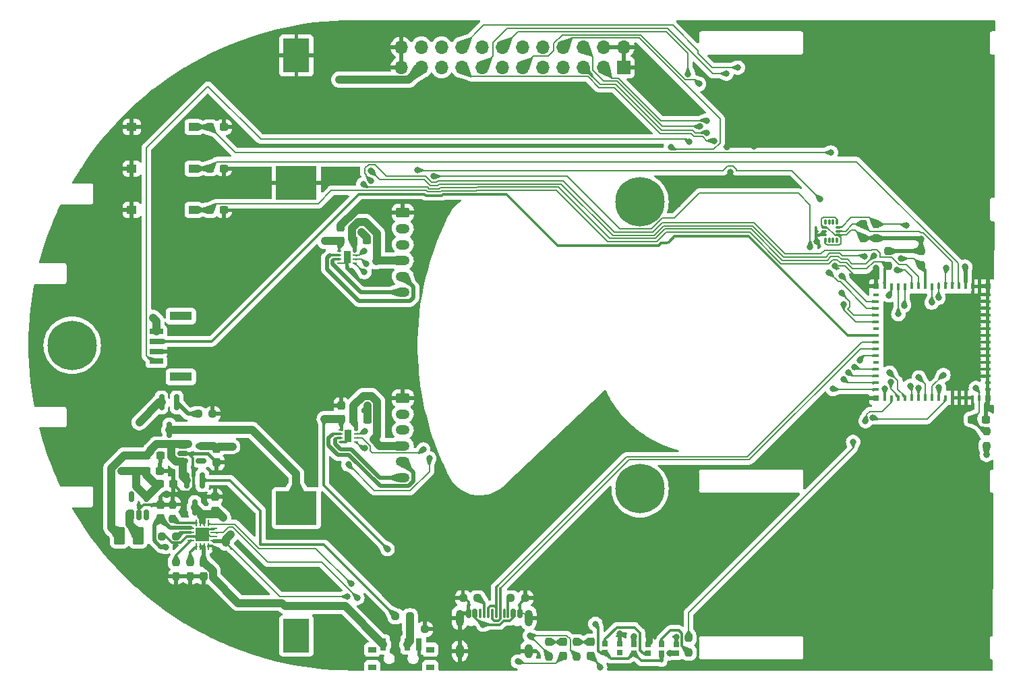
<source format=gbr>
%TF.GenerationSoftware,KiCad,Pcbnew,7.0.11-7.0.11~ubuntu22.04.1*%
%TF.CreationDate,2024-07-24T22:07:55-07:00*%
%TF.ProjectId,little_red_rover,6c697474-6c65-45f7-9265-645f726f7665,rev?*%
%TF.SameCoordinates,Original*%
%TF.FileFunction,Copper,L1,Top*%
%TF.FilePolarity,Positive*%
%FSLAX46Y46*%
G04 Gerber Fmt 4.6, Leading zero omitted, Abs format (unit mm)*
G04 Created by KiCad (PCBNEW 7.0.11-7.0.11~ubuntu22.04.1) date 2024-07-24 22:07:55*
%MOMM*%
%LPD*%
G01*
G04 APERTURE LIST*
G04 Aperture macros list*
%AMRoundRect*
0 Rectangle with rounded corners*
0 $1 Rounding radius*
0 $2 $3 $4 $5 $6 $7 $8 $9 X,Y pos of 4 corners*
0 Add a 4 corners polygon primitive as box body*
4,1,4,$2,$3,$4,$5,$6,$7,$8,$9,$2,$3,0*
0 Add four circle primitives for the rounded corners*
1,1,$1+$1,$2,$3*
1,1,$1+$1,$4,$5*
1,1,$1+$1,$6,$7*
1,1,$1+$1,$8,$9*
0 Add four rect primitives between the rounded corners*
20,1,$1+$1,$2,$3,$4,$5,0*
20,1,$1+$1,$4,$5,$6,$7,0*
20,1,$1+$1,$6,$7,$8,$9,0*
20,1,$1+$1,$8,$9,$2,$3,0*%
%AMFreePoly0*
4,1,6,0.600000,-0.600000,-0.600000,-0.600000,-0.600000,0.000000,0.000000,0.600000,0.600000,0.600000,0.600000,-0.600000,0.600000,-0.600000,$1*%
G04 Aperture macros list end*
%TA.AperFunction,SMDPad,CuDef*%
%ADD10R,0.400000X0.800000*%
%TD*%
%TA.AperFunction,SMDPad,CuDef*%
%ADD11R,0.800000X0.400000*%
%TD*%
%TA.AperFunction,SMDPad,CuDef*%
%ADD12FreePoly0,270.000000*%
%TD*%
%TA.AperFunction,SMDPad,CuDef*%
%ADD13R,1.200000X1.200000*%
%TD*%
%TA.AperFunction,SMDPad,CuDef*%
%ADD14R,0.800000X0.800000*%
%TD*%
%TA.AperFunction,SMDPad,CuDef*%
%ADD15RoundRect,0.150000X-0.512500X-0.150000X0.512500X-0.150000X0.512500X0.150000X-0.512500X0.150000X0*%
%TD*%
%TA.AperFunction,SMDPad,CuDef*%
%ADD16RoundRect,0.162500X-0.162500X0.837500X-0.162500X-0.837500X0.162500X-0.837500X0.162500X0.837500X0*%
%TD*%
%TA.AperFunction,SMDPad,CuDef*%
%ADD17RoundRect,0.237500X-0.300000X-0.237500X0.300000X-0.237500X0.300000X0.237500X-0.300000X0.237500X0*%
%TD*%
%TA.AperFunction,WasherPad*%
%ADD18C,6.200000*%
%TD*%
%TA.AperFunction,SMDPad,CuDef*%
%ADD19RoundRect,0.237500X0.237500X-0.300000X0.237500X0.300000X-0.237500X0.300000X-0.237500X-0.300000X0*%
%TD*%
%TA.AperFunction,SMDPad,CuDef*%
%ADD20R,1.000000X0.800000*%
%TD*%
%TA.AperFunction,SMDPad,CuDef*%
%ADD21R,0.700000X1.500000*%
%TD*%
%TA.AperFunction,ComponentPad*%
%ADD22R,3.300000X4.240000*%
%TD*%
%TA.AperFunction,ComponentPad*%
%ADD23R,5.200000X4.240000*%
%TD*%
%TA.AperFunction,SMDPad,CuDef*%
%ADD24RoundRect,0.237500X0.237500X-0.250000X0.237500X0.250000X-0.237500X0.250000X-0.237500X-0.250000X0*%
%TD*%
%TA.AperFunction,SMDPad,CuDef*%
%ADD25RoundRect,0.062500X0.062500X-0.350000X0.062500X0.350000X-0.062500X0.350000X-0.062500X-0.350000X0*%
%TD*%
%TA.AperFunction,SMDPad,CuDef*%
%ADD26RoundRect,0.062500X0.350000X-0.062500X0.350000X0.062500X-0.350000X0.062500X-0.350000X-0.062500X0*%
%TD*%
%TA.AperFunction,HeatsinkPad*%
%ADD27C,0.500000*%
%TD*%
%TA.AperFunction,HeatsinkPad*%
%ADD28R,1.680000X1.680000*%
%TD*%
%TA.AperFunction,SMDPad,CuDef*%
%ADD29RoundRect,0.237500X-0.237500X0.250000X-0.237500X-0.250000X0.237500X-0.250000X0.237500X0.250000X0*%
%TD*%
%TA.AperFunction,SMDPad,CuDef*%
%ADD30RoundRect,0.237500X0.250000X0.237500X-0.250000X0.237500X-0.250000X-0.237500X0.250000X-0.237500X0*%
%TD*%
%TA.AperFunction,SMDPad,CuDef*%
%ADD31RoundRect,0.237500X-0.250000X-0.237500X0.250000X-0.237500X0.250000X0.237500X-0.250000X0.237500X0*%
%TD*%
%TA.AperFunction,SMDPad,CuDef*%
%ADD32RoundRect,0.250001X-0.462499X-0.849999X0.462499X-0.849999X0.462499X0.849999X-0.462499X0.849999X0*%
%TD*%
%TA.AperFunction,SMDPad,CuDef*%
%ADD33RoundRect,0.150000X-0.150000X-0.425000X0.150000X-0.425000X0.150000X0.425000X-0.150000X0.425000X0*%
%TD*%
%TA.AperFunction,SMDPad,CuDef*%
%ADD34RoundRect,0.075000X-0.075000X-0.500000X0.075000X-0.500000X0.075000X0.500000X-0.075000X0.500000X0*%
%TD*%
%TA.AperFunction,ComponentPad*%
%ADD35O,1.000000X2.100000*%
%TD*%
%TA.AperFunction,ComponentPad*%
%ADD36O,1.000000X1.800000*%
%TD*%
%TA.AperFunction,SMDPad,CuDef*%
%ADD37RoundRect,0.237500X0.300000X0.237500X-0.300000X0.237500X-0.300000X-0.237500X0.300000X-0.237500X0*%
%TD*%
%TA.AperFunction,SMDPad,CuDef*%
%ADD38RoundRect,0.062500X-0.187500X-0.062500X0.187500X-0.062500X0.187500X0.062500X-0.187500X0.062500X0*%
%TD*%
%TA.AperFunction,ComponentPad*%
%ADD39C,0.600000*%
%TD*%
%TA.AperFunction,SMDPad,CuDef*%
%ADD40R,0.900000X1.600000*%
%TD*%
%TA.AperFunction,SMDPad,CuDef*%
%ADD41RoundRect,0.237500X0.237500X-0.287500X0.237500X0.287500X-0.237500X0.287500X-0.237500X-0.287500X0*%
%TD*%
%TA.AperFunction,SMDPad,CuDef*%
%ADD42RoundRect,0.237500X-0.237500X0.300000X-0.237500X-0.300000X0.237500X-0.300000X0.237500X0.300000X0*%
%TD*%
%TA.AperFunction,ComponentPad*%
%ADD43RoundRect,0.250000X-0.625000X0.350000X-0.625000X-0.350000X0.625000X-0.350000X0.625000X0.350000X0*%
%TD*%
%TA.AperFunction,ComponentPad*%
%ADD44O,1.750000X1.200000*%
%TD*%
%TA.AperFunction,SMDPad,CuDef*%
%ADD45R,1.250000X1.000000*%
%TD*%
%TA.AperFunction,SMDPad,CuDef*%
%ADD46RoundRect,0.087500X-0.087500X0.225000X-0.087500X-0.225000X0.087500X-0.225000X0.087500X0.225000X0*%
%TD*%
%TA.AperFunction,SMDPad,CuDef*%
%ADD47RoundRect,0.087500X-0.225000X0.087500X-0.225000X-0.087500X0.225000X-0.087500X0.225000X0.087500X0*%
%TD*%
%TA.AperFunction,SMDPad,CuDef*%
%ADD48R,0.700000X0.700000*%
%TD*%
%TA.AperFunction,SMDPad,CuDef*%
%ADD49RoundRect,0.150000X0.150000X-0.512500X0.150000X0.512500X-0.150000X0.512500X-0.150000X-0.512500X0*%
%TD*%
%TA.AperFunction,SMDPad,CuDef*%
%ADD50R,1.701800X0.660400*%
%TD*%
%TA.AperFunction,SMDPad,CuDef*%
%ADD51R,2.794000X1.092200*%
%TD*%
%TA.AperFunction,ComponentPad*%
%ADD52R,1.700000X1.700000*%
%TD*%
%TA.AperFunction,ComponentPad*%
%ADD53O,1.700000X1.700000*%
%TD*%
%TA.AperFunction,ViaPad*%
%ADD54C,0.800000*%
%TD*%
%TA.AperFunction,Conductor*%
%ADD55C,0.300000*%
%TD*%
%TA.AperFunction,Conductor*%
%ADD56C,1.000000*%
%TD*%
%TA.AperFunction,Conductor*%
%ADD57C,0.200000*%
%TD*%
%TA.AperFunction,Conductor*%
%ADD58C,0.500000*%
%TD*%
%TA.AperFunction,Conductor*%
%ADD59C,0.250000*%
%TD*%
%TA.AperFunction,Conductor*%
%ADD60C,0.400000*%
%TD*%
G04 APERTURE END LIST*
D10*
%TO.P,U10,1,GND*%
%TO.N,GND*%
X206130000Y-92500000D03*
%TO.P,U10,2,GND*%
X205280000Y-92500000D03*
%TO.P,U10,3,3V3*%
%TO.N,+3.3V*%
X204430000Y-92500000D03*
%TO.P,U10,4,GPIO0/BOOT*%
%TO.N,/boot*%
X203580000Y-92500000D03*
%TO.P,U10,5,GPIO1/TOUCH1/ADC1_CH0*%
%TO.N,/imu_scl*%
X202730000Y-92500000D03*
%TO.P,U10,6,GPIO2/TOUCH2/ADC1_CH1*%
%TO.N,/imu_sda*%
X201880000Y-92500000D03*
%TO.P,U10,7,GPIO3/TOUCH3/ADC1_CH2*%
%TO.N,/right_encoder_a*%
X201030000Y-92500000D03*
%TO.P,U10,8,GPIO4/TOUCH4/ADC1_CH3*%
%TO.N,/right_encoder_b*%
X200180000Y-92500000D03*
%TO.P,U10,9,GPIO5/TOUCH5/ADC1_CH4*%
%TO.N,/motor_sleep*%
X199330000Y-92500000D03*
%TO.P,U10,10,GPIO6/TOUCH6/ADC1_CH5*%
%TO.N,/left_motor_pwm_a*%
X198480000Y-92500000D03*
%TO.P,U10,11,GPIO7/TOUCH7/ADC1_CH6*%
%TO.N,/left_motor_pwm_b*%
X197630000Y-92500000D03*
%TO.P,U10,12,GPIO8/TOUCH8/ADC1_CH7/SUBSPICS1*%
%TO.N,/right_motor_pwm_a*%
X196780000Y-92500000D03*
%TO.P,U10,13,GPIO9/TOUCH9/ADC1_CH8/FSPIHD/SUBSPIHD*%
%TO.N,/right_motor_pwm_b*%
X195930000Y-92500000D03*
%TO.P,U10,14,GPIO10/TOUCH10/ADC1_CH9/FSPICS0/FSPIIO4/SUBSPICS0*%
%TO.N,/status_leds*%
X195080000Y-92500000D03*
%TO.P,U10,15,GPIO11/TOUCH11/ADC2_CH0/FSPID/FSPIIO5/SUBSPID*%
%TO.N,/reprovision*%
X194230000Y-92500000D03*
D11*
%TO.P,U10,16,GPIO12/TOUCH12/ADC2_CH1/FSPICLK/FSPIIO6/SUBSPICLK*%
%TO.N,/lidar_enable*%
X193180000Y-93550000D03*
%TO.P,U10,17,GPIO13/TOUCH13/ADC2_CH2/FSPIQ/FSPIIO7/SUBSPIQ*%
%TO.N,/left_encoder_a*%
X193180000Y-94400000D03*
%TO.P,U10,18,GPIO14/TOUCH14/ADC2_CH3/FSPIWP/FSPIDQS/SUBSPIWP*%
%TO.N,/left_encoder_b*%
X193180000Y-95250000D03*
%TO.P,U10,19,GPIO15/U0RTS/ADC2_CH4/XTAL_32K_P*%
%TO.N,/GPIO_15*%
X193180000Y-96100000D03*
%TO.P,U10,20,GPIO16/U0CTS/ADC2_CH5/XTAL_32K_N*%
%TO.N,/GPIO_16*%
X193180000Y-96950000D03*
%TO.P,U10,21,GPIO17/U1TXD/ADC2_CH6*%
%TO.N,unconnected-(U10-GPIO17{slash}U1TXD{slash}ADC2_CH6-Pad21)*%
X193180000Y-97800000D03*
%TO.P,U10,22,GPIO18/U1RXD/ADC2_CH7/CLK_OUT3*%
%TO.N,/lidar_tx*%
X193180000Y-98650000D03*
%TO.P,U10,23,GPIO19/U1RTS/ADC2_CH8/CLK_OUT2/USB_D-*%
%TO.N,/usb_data_-*%
X193180000Y-99500000D03*
%TO.P,U10,24,GPIO20/U1CTS/ADC2_CH9/CLK_OUT1/USB_D+*%
%TO.N,/usb_data_+*%
X193180000Y-100350000D03*
%TO.P,U10,25,GPIO21*%
%TO.N,/GPIO_21*%
X193180000Y-101200000D03*
%TO.P,U10,26,GPIO26*%
%TO.N,unconnected-(U10-GPIO26-Pad26)*%
X193180000Y-102050000D03*
%TO.P,U10,27,GPIO47/SPICLK_P/SUBSPICLK_P_DIFF*%
%TO.N,/lidar_pwm*%
X193180000Y-102900000D03*
%TO.P,U10,28,SPIIO4/GPIO33/FSPIHD/SUBSPIHD*%
%TO.N,/GPIO_33*%
X193180000Y-103750000D03*
%TO.P,U10,29,SPIIO5/GPIO34/FSPICS0/SUBSPICS0*%
%TO.N,/GPIO_34*%
X193180000Y-104600000D03*
%TO.P,U10,30,GPIO48/SPICLK_N/SUBSPICLK_N_DIFF*%
%TO.N,/GPIO_48*%
X193180000Y-105450000D03*
D10*
%TO.P,U10,31,SPIIO6/GPIO35/FSPID/SUBSPID*%
%TO.N,/GPIO_35*%
X194230000Y-106500000D03*
%TO.P,U10,32,SPIIO7/GPIO36/FSPICLK/SUBSPICLK*%
%TO.N,/GPIO_36*%
X195080000Y-106500000D03*
%TO.P,U10,33,SPIDQS/GPIO37/FSPIQ/SUBSPIQ*%
%TO.N,/GPIO_37*%
X195930000Y-106500000D03*
%TO.P,U10,34,GPIO38/FSPIWP/SUBSPIWP*%
%TO.N,/GPIO_38*%
X196780000Y-106500000D03*
%TO.P,U10,35,MTCK/GPIO39/CLK_OUT3/SUBSPICS1*%
%TO.N,/GPIO_39*%
X197630000Y-106500000D03*
%TO.P,U10,36,MTDO/GPIO40/CLK_OUT2*%
%TO.N,/GPIO_40*%
X198480000Y-106500000D03*
%TO.P,U10,37,MTDI/GPIO41/CLK_OUT1*%
%TO.N,/GPIO_41*%
X199330000Y-106500000D03*
%TO.P,U10,38,MTMS/GPIO42*%
%TO.N,/GPIO_42*%
X200180000Y-106500000D03*
%TO.P,U10,39,U0TXD/GPIO43/CLK_OUT1*%
%TO.N,/GPIO_43*%
X201030000Y-106500000D03*
%TO.P,U10,40,U0RXD/GPIO44/CLK_OUT2*%
%TO.N,/GPIO_44*%
X201880000Y-106500000D03*
%TO.P,U10,41,GPIO45*%
%TO.N,GND*%
X202730000Y-106500000D03*
%TO.P,U10,42,GND*%
X203580000Y-106500000D03*
%TO.P,U10,43,GND*%
X204430000Y-106500000D03*
%TO.P,U10,44,GPIO46*%
X205280000Y-106500000D03*
%TO.P,U10,45,EN*%
%TO.N,/chip_en*%
X206130000Y-106500000D03*
D11*
%TO.P,U10,46,GND*%
%TO.N,GND*%
X207180000Y-105450000D03*
%TO.P,U10,47,GND*%
X207180000Y-104600000D03*
%TO.P,U10,48,GND*%
X207180000Y-103750000D03*
%TO.P,U10,49,GND*%
X207180000Y-102900000D03*
%TO.P,U10,50,GND*%
X207180000Y-102050000D03*
%TO.P,U10,51,GND*%
X207180000Y-101200000D03*
%TO.P,U10,52,GND*%
X207180000Y-100350000D03*
%TO.P,U10,53,GND*%
X207180000Y-99500000D03*
%TO.P,U10,54,GND*%
X207180000Y-98650000D03*
%TO.P,U10,55,GND*%
X207180000Y-97800000D03*
%TO.P,U10,56,GND*%
X207180000Y-96950000D03*
%TO.P,U10,57,GND*%
X207180000Y-96100000D03*
%TO.P,U10,58,GND*%
X207180000Y-95250000D03*
%TO.P,U10,59,GND*%
X207180000Y-94400000D03*
%TO.P,U10,60,GND*%
X207180000Y-93550000D03*
D12*
%TO.P,U10,61,GND*%
X201830000Y-97850000D03*
D13*
X200180000Y-97850000D03*
X198530000Y-97850000D03*
X201830000Y-99500000D03*
X200180000Y-99500000D03*
X198530000Y-99500000D03*
X201830000Y-101150000D03*
X200180000Y-101150000D03*
X198530000Y-101150000D03*
D14*
%TO.P,U10,62,GND*%
X207180000Y-92500000D03*
%TO.P,U10,63,GND*%
X193180000Y-92500000D03*
%TO.P,U10,64,GND*%
X193180000Y-106500000D03*
%TO.P,U10,65,GND*%
X207180000Y-106500000D03*
%TD*%
D15*
%TO.P,U3,1,VIN*%
%TO.N,VDD*%
X106142500Y-112517500D03*
%TO.P,U3,2,GND*%
%TO.N,GND*%
X106142500Y-113467500D03*
%TO.P,U3,3,EN*%
%TO.N,VDD*%
X106142500Y-114417500D03*
%TO.P,U3,4,NC*%
%TO.N,unconnected-(U3-NC-Pad4)*%
X108417500Y-114417500D03*
%TO.P,U3,5,VOUT*%
%TO.N,+3.3V*%
X108417500Y-112517500D03*
%TD*%
D16*
%TO.P,Q2,1,G*%
%TO.N,Net-(Q2-G)*%
X105340000Y-107067500D03*
%TO.P,Q2,2,S*%
%TO.N,+BATT*%
X103440000Y-107067500D03*
%TO.P,Q2,3,D*%
%TO.N,/bat_+*%
X104390000Y-110487500D03*
%TD*%
%TO.P,Q1,1,G*%
%TO.N,Net-(Q1-G)*%
X108550000Y-116827500D03*
%TO.P,Q1,2,S*%
%TO.N,VDD*%
X106650000Y-116827500D03*
%TO.P,Q1,3,D*%
%TO.N,/charger_out*%
X107600000Y-120247500D03*
%TD*%
D17*
%TO.P,C4,1*%
%TO.N,VDD*%
X101567500Y-113690000D03*
%TO.P,C4,2*%
%TO.N,GND*%
X103292500Y-113690000D03*
%TD*%
%TO.P,C12,1*%
%TO.N,+5V*%
X101517500Y-115700000D03*
%TO.P,C12,2*%
%TO.N,GND*%
X103242500Y-115700000D03*
%TD*%
D18*
%TO.P,MH1,*%
%TO.N,*%
X163520000Y-117900000D03*
%TD*%
D19*
%TO.P,C7,1*%
%TO.N,+5V*%
X126010000Y-109172500D03*
%TO.P,C7,2*%
%TO.N,GND*%
X126010000Y-107447500D03*
%TD*%
D20*
%TO.P,SW4,*%
%TO.N,*%
X129880000Y-138095000D03*
X129880000Y-140305000D03*
X137180000Y-138095000D03*
X137180000Y-140305000D03*
D21*
%TO.P,SW4,1,A*%
%TO.N,+BATT*%
X131280000Y-137445000D03*
%TO.P,SW4,2,B*%
%TO.N,Net-(SW4A-B)*%
X134280000Y-137445000D03*
%TO.P,SW4,3,C*%
%TO.N,GND*%
X135780000Y-137445000D03*
%TD*%
D22*
%TO.P,J6,1,Pin_1*%
%TO.N,/bat_+*%
X120370000Y-136350000D03*
D23*
X120370000Y-120340000D03*
%TD*%
D24*
%TO.P,R9,1*%
%TO.N,+3.3V*%
X207000000Y-112512500D03*
%TO.P,R9,2*%
%TO.N,/chip_en*%
X207000000Y-110687500D03*
%TD*%
D25*
%TO.P,U2,1,TS*%
%TO.N,/TS*%
X107800000Y-125120000D03*
%TO.P,U2,2,BAT*%
%TO.N,+BATT*%
X108300000Y-125120000D03*
%TO.P,U2,3,BAT*%
X108800000Y-125120000D03*
%TO.P,U2,4,CE*%
%TO.N,GND*%
X109300000Y-125120000D03*
D26*
%TO.P,U2,5,EN2*%
%TO.N,/charger_out*%
X110012500Y-124407500D03*
%TO.P,U2,6,EN1*%
%TO.N,GND*%
X110012500Y-123907500D03*
%TO.P,U2,7,PGOOD*%
%TO.N,/PGOOD*%
X110012500Y-123407500D03*
%TO.P,U2,8,VSS*%
%TO.N,GND*%
X110012500Y-122907500D03*
D25*
%TO.P,U2,9,CHG*%
%TO.N,/CHG*%
X109300000Y-122195000D03*
%TO.P,U2,10,OUT*%
%TO.N,/charger_out*%
X108800000Y-122195000D03*
%TO.P,U2,11,OUT*%
X108300000Y-122195000D03*
%TO.P,U2,12,ILIM*%
%TO.N,/ILIM*%
X107800000Y-122195000D03*
D26*
%TO.P,U2,13,IN*%
%TO.N,/usb_5v*%
X107087500Y-122907500D03*
%TO.P,U2,14,TMR*%
%TO.N,/TMR*%
X107087500Y-123407500D03*
%TO.P,U2,15,TD*%
%TO.N,GND*%
X107087500Y-123907500D03*
%TO.P,U2,16,ISET*%
%TO.N,/ISET*%
X107087500Y-124407500D03*
D27*
%TO.P,U2,17,VSS*%
%TO.N,GND*%
X107960000Y-124247500D03*
X109140000Y-124247500D03*
D28*
X108550000Y-123657500D03*
D27*
X107960000Y-123067500D03*
X109140000Y-123067500D03*
%TD*%
D24*
%TO.P,R4,1*%
%TO.N,/ILIM*%
X104860000Y-121690000D03*
%TO.P,R4,2*%
%TO.N,GND*%
X104860000Y-119865000D03*
%TD*%
D29*
%TO.P,R5,1*%
%TO.N,/ISET*%
X105250000Y-127095000D03*
%TO.P,R5,2*%
%TO.N,GND*%
X105250000Y-128920000D03*
%TD*%
D24*
%TO.P,R15,1*%
%TO.N,+3.3V*%
X191510000Y-86490000D03*
%TO.P,R15,2*%
%TO.N,/imu_scl*%
X191510000Y-84665000D03*
%TD*%
D29*
%TO.P,R12,1*%
%TO.N,Net-(D7-A)*%
X152090000Y-137117500D03*
%TO.P,R12,2*%
%TO.N,/charger_out*%
X152090000Y-138942500D03*
%TD*%
D30*
%TO.P,R19,1*%
%TO.N,/TMR*%
X105282500Y-123857500D03*
%TO.P,R19,2*%
%TO.N,GND*%
X103457500Y-123857500D03*
%TD*%
%TO.P,R10,1*%
%TO.N,GND*%
X136505000Y-135520000D03*
%TO.P,R10,2*%
%TO.N,Net-(SW4A-B)*%
X134680000Y-135520000D03*
%TD*%
D31*
%TO.P,R2,1*%
%TO.N,Net-(J1-CC2)*%
X147287500Y-131600000D03*
%TO.P,R2,2*%
%TO.N,GND*%
X149112500Y-131600000D03*
%TD*%
D30*
%TO.P,R11,1*%
%TO.N,Net-(SW4A-B)*%
X134632500Y-133890000D03*
%TO.P,R11,2*%
%TO.N,Net-(Q1-G)*%
X132807500Y-133890000D03*
%TD*%
D32*
%TO.P,L2,1,1*%
%TO.N,VDD*%
X98167500Y-123810000D03*
%TO.P,L2,2,2*%
%TO.N,Net-(U4-SW)*%
X100492500Y-123810000D03*
%TD*%
D17*
%TO.P,C10,1*%
%TO.N,+3.3V*%
X127530000Y-86760000D03*
%TO.P,C10,2*%
%TO.N,GND*%
X129255000Y-86760000D03*
%TD*%
D33*
%TO.P,J1,A1,GND*%
%TO.N,GND*%
X142000000Y-133520000D03*
%TO.P,J1,A4,VBUS*%
%TO.N,/usb_5v*%
X142800000Y-133520000D03*
D34*
%TO.P,J1,A5,CC1*%
%TO.N,Net-(J1-CC1)*%
X143950000Y-133520000D03*
%TO.P,J1,A6,D+*%
%TO.N,/usb_data_+*%
X144950000Y-133520000D03*
%TO.P,J1,A7,D-*%
%TO.N,/usb_data_-*%
X145450000Y-133520000D03*
%TO.P,J1,A8*%
%TO.N,N/C*%
X146450000Y-133520000D03*
D33*
%TO.P,J1,A9,VBUS*%
%TO.N,/usb_5v*%
X147600000Y-133520000D03*
%TO.P,J1,A12,GND*%
%TO.N,GND*%
X148400000Y-133520000D03*
%TO.P,J1,B1,GND*%
X148400000Y-133520000D03*
%TO.P,J1,B4,VBUS*%
%TO.N,/usb_5v*%
X147600000Y-133520000D03*
D34*
%TO.P,J1,B5,CC2*%
%TO.N,Net-(J1-CC2)*%
X146950000Y-133520000D03*
%TO.P,J1,B6,D+*%
%TO.N,/usb_data_+*%
X145950000Y-133520000D03*
%TO.P,J1,B7,D-*%
%TO.N,/usb_data_-*%
X144450000Y-133520000D03*
%TO.P,J1,B8*%
%TO.N,N/C*%
X143450000Y-133520000D03*
D33*
%TO.P,J1,B9,VBUS*%
%TO.N,/usb_5v*%
X142800000Y-133520000D03*
%TO.P,J1,B12,GND*%
%TO.N,GND*%
X142000000Y-133520000D03*
D35*
%TO.P,J1,S1,SHIELD*%
X140880000Y-134095000D03*
D36*
X140880000Y-138275000D03*
D35*
X149520000Y-134095000D03*
D36*
X149520000Y-138275000D03*
%TD*%
D37*
%TO.P,C14,1*%
%TO.N,GND*%
X206925000Y-109200000D03*
%TO.P,C14,2*%
%TO.N,/chip_en*%
X205200000Y-109200000D03*
%TD*%
D29*
%TO.P,R13,1*%
%TO.N,/status_leds*%
X169625000Y-136627500D03*
%TO.P,R13,2*%
%TO.N,Net-(D3-DIN)*%
X169625000Y-138452500D03*
%TD*%
D19*
%TO.P,C8,1*%
%TO.N,+5V*%
X125930000Y-86822500D03*
%TO.P,C8,2*%
%TO.N,GND*%
X125930000Y-85097500D03*
%TD*%
D38*
%TO.P,U5,1,VM*%
%TO.N,+5V*%
X125780000Y-88110000D03*
%TO.P,U5,2,OUT1*%
%TO.N,/left_motor_+*%
X125780000Y-88610000D03*
%TO.P,U5,3,OUT2*%
%TO.N,/left_motor_-*%
X125780000Y-89110000D03*
%TO.P,U5,4,GND*%
%TO.N,GND*%
X125780000Y-89610000D03*
%TO.P,U5,5,IN2*%
%TO.N,/left_motor_pwm_b*%
X127680000Y-89610000D03*
%TO.P,U5,6,IN1*%
%TO.N,/left_motor_pwm_a*%
X127680000Y-89110000D03*
%TO.P,U5,7,~{SLEEP}*%
%TO.N,/motor_sleep*%
X127680000Y-88610000D03*
%TO.P,U5,8,VCC*%
%TO.N,+3.3V*%
X127680000Y-88110000D03*
D39*
%TO.P,U5,9,GND*%
%TO.N,GND*%
X126730000Y-88360000D03*
D40*
X126730000Y-88860000D03*
D39*
X126730000Y-89360000D03*
%TD*%
D19*
%TO.P,C1,1*%
%TO.N,/usb_5v*%
X103310000Y-121640000D03*
%TO.P,C1,2*%
%TO.N,GND*%
X103310000Y-119915000D03*
%TD*%
D17*
%TO.P,C11,1*%
%TO.N,+5V*%
X103207500Y-117300000D03*
%TO.P,C11,2*%
%TO.N,GND*%
X104932500Y-117300000D03*
%TD*%
D30*
%TO.P,R6,1*%
%TO.N,GND*%
X109862500Y-108507500D03*
%TO.P,R6,2*%
%TO.N,Net-(Q2-G)*%
X108037500Y-108507500D03*
%TD*%
D41*
%TO.P,D7,1,K*%
%TO.N,/CHG*%
X153833333Y-138882500D03*
%TO.P,D7,2,A*%
%TO.N,Net-(D7-A)*%
X153833333Y-137132500D03*
%TD*%
D18*
%TO.P,MH2,*%
%TO.N,*%
X163520000Y-81900000D03*
%TD*%
D29*
%TO.P,R17,1*%
%TO.N,+3.3V*%
X198780000Y-88057500D03*
%TO.P,R17,2*%
%TO.N,/motor_sleep*%
X198780000Y-89882500D03*
%TD*%
D42*
%TO.P,C5,1*%
%TO.N,+BATT*%
X108700000Y-127155000D03*
%TO.P,C5,2*%
%TO.N,GND*%
X108700000Y-128880000D03*
%TD*%
D17*
%TO.P,C9,1*%
%TO.N,+3.3V*%
X127567500Y-109280000D03*
%TO.P,C9,2*%
%TO.N,GND*%
X129292500Y-109280000D03*
%TD*%
D43*
%TO.P,J7,1,Pin_1*%
%TO.N,GND*%
X133730000Y-83270000D03*
D44*
%TO.P,J7,2,Pin_2*%
%TO.N,/left_encoder_a*%
X133730000Y-85270000D03*
%TO.P,J7,3,Pin_3*%
%TO.N,/left_encoder_b*%
X133730000Y-87270000D03*
%TO.P,J7,4,Pin_4*%
%TO.N,+3.3V*%
X133730000Y-89270000D03*
%TO.P,J7,5,Pin_5*%
%TO.N,/left_motor_+*%
X133730000Y-91270000D03*
%TO.P,J7,6,Pin_6*%
%TO.N,/left_motor_-*%
X133730000Y-93270000D03*
%TD*%
D41*
%TO.P,D8,1,K*%
%TO.N,/PGOOD*%
X157320000Y-138882500D03*
%TO.P,D8,2,A*%
%TO.N,Net-(D8-A)*%
X157320000Y-137132500D03*
%TD*%
D38*
%TO.P,U6,1,VM*%
%TO.N,+5V*%
X125930000Y-110510000D03*
%TO.P,U6,2,OUT1*%
%TO.N,/right_motor_+*%
X125930000Y-111010000D03*
%TO.P,U6,3,OUT2*%
%TO.N,/right_motor_-*%
X125930000Y-111510000D03*
%TO.P,U6,4,GND*%
%TO.N,GND*%
X125930000Y-112010000D03*
%TO.P,U6,5,IN2*%
%TO.N,/right_motor_pwm_b*%
X127830000Y-112010000D03*
%TO.P,U6,6,IN1*%
%TO.N,/right_motor_pwm_a*%
X127830000Y-111510000D03*
%TO.P,U6,7,~{SLEEP}*%
%TO.N,/motor_sleep*%
X127830000Y-111010000D03*
%TO.P,U6,8,VCC*%
%TO.N,+3.3V*%
X127830000Y-110510000D03*
D39*
%TO.P,U6,9,GND*%
%TO.N,GND*%
X126880000Y-110760000D03*
D40*
X126880000Y-111260000D03*
D39*
X126880000Y-111760000D03*
%TD*%
D45*
%TO.P,SW2,1,1*%
%TO.N,GND*%
X99705000Y-72520000D03*
%TO.P,SW2,2,2*%
%TO.N,/chip_en*%
X107455000Y-72520000D03*
%TD*%
D46*
%TO.P,U9,1,SDO/SA0*%
%TO.N,+3.3V*%
X188260000Y-84415000D03*
%TO.P,U9,2,SDX*%
%TO.N,unconnected-(U9-SDX-Pad2)*%
X187760000Y-84415000D03*
%TO.P,U9,3,SCX*%
%TO.N,unconnected-(U9-SCX-Pad3)*%
X187260000Y-84415000D03*
%TO.P,U9,4,INT1*%
%TO.N,unconnected-(U9-INT1-Pad4)*%
X186760000Y-84415000D03*
D47*
%TO.P,U9,5,VDDIO*%
%TO.N,+3.3V*%
X186597500Y-85077500D03*
%TO.P,U9,6,GND*%
%TO.N,GND*%
X186597500Y-85577500D03*
%TO.P,U9,7,GND*%
X186597500Y-86077500D03*
D46*
%TO.P,U9,8,VDD*%
%TO.N,+3.3V*%
X186760000Y-86740000D03*
%TO.P,U9,9,INT2*%
%TO.N,unconnected-(U9-INT2-Pad9)*%
X187260000Y-86740000D03*
%TO.P,U9,10,NC*%
%TO.N,unconnected-(U9-NC-Pad10)*%
X187760000Y-86740000D03*
%TO.P,U9,11,NC*%
%TO.N,unconnected-(U9-NC-Pad11)*%
X188260000Y-86740000D03*
D47*
%TO.P,U9,12,CS*%
%TO.N,+3.3V*%
X188422500Y-86077500D03*
%TO.P,U9,13,SCL*%
%TO.N,/imu_scl*%
X188422500Y-85577500D03*
%TO.P,U9,14,SDA*%
%TO.N,/imu_sda*%
X188422500Y-85077500D03*
%TD*%
D17*
%TO.P,C6,1*%
%TO.N,/chip_en*%
X109517500Y-72520000D03*
%TO.P,C6,2*%
%TO.N,GND*%
X111242500Y-72520000D03*
%TD*%
D43*
%TO.P,J9,1,Pin_1*%
%TO.N,GND*%
X133730000Y-106520000D03*
D44*
%TO.P,J9,2,Pin_2*%
%TO.N,/right_encoder_a*%
X133730000Y-108520000D03*
%TO.P,J9,3,Pin_3*%
%TO.N,/right_encoder_b*%
X133730000Y-110520000D03*
%TO.P,J9,4,Pin_4*%
%TO.N,+3.3V*%
X133730000Y-112520000D03*
%TO.P,J9,5,Pin_5*%
%TO.N,/right_motor_+*%
X133730000Y-114520000D03*
%TO.P,J9,6,Pin_6*%
%TO.N,/right_motor_-*%
X133730000Y-116520000D03*
%TD*%
D42*
%TO.P,C3,1*%
%TO.N,+3.3V*%
X110360000Y-112865000D03*
%TO.P,C3,2*%
%TO.N,GND*%
X110360000Y-114590000D03*
%TD*%
D45*
%TO.P,SW1,1,1*%
%TO.N,GND*%
X99705000Y-77720000D03*
%TO.P,SW1,2,2*%
%TO.N,/boot*%
X107455000Y-77720000D03*
%TD*%
D22*
%TO.P,J5,1,Pin_1*%
%TO.N,GND*%
X120370000Y-63540000D03*
D23*
X120370000Y-79550000D03*
%TD*%
D48*
%TO.P,D5,1,DOUT*%
%TO.N,unconnected-(D5-DOUT-Pad1)*%
X160970000Y-138490000D03*
%TO.P,D5,2,VSS*%
%TO.N,GND*%
X160970000Y-137390000D03*
%TO.P,D5,3,DIN*%
%TO.N,Net-(D4-DOUT)*%
X159140000Y-137390000D03*
%TO.P,D5,4,VDD*%
%TO.N,+5V*%
X159140000Y-138490000D03*
%TD*%
D30*
%TO.P,R1,1*%
%TO.N,Net-(J1-CC1)*%
X143112500Y-131600000D03*
%TO.P,R1,2*%
%TO.N,GND*%
X141287500Y-131600000D03*
%TD*%
D37*
%TO.P,C13,1*%
%TO.N,GND*%
X111242500Y-77720000D03*
%TO.P,C13,2*%
%TO.N,/boot*%
X109517500Y-77720000D03*
%TD*%
D48*
%TO.P,D3,1,DOUT*%
%TO.N,Net-(D3-DOUT)*%
X168055000Y-138540000D03*
%TO.P,D3,2,VSS*%
%TO.N,GND*%
X168055000Y-137440000D03*
%TO.P,D3,3,DIN*%
%TO.N,Net-(D3-DIN)*%
X166225000Y-137440000D03*
%TO.P,D3,4,VDD*%
%TO.N,+5V*%
X166225000Y-138540000D03*
%TD*%
D19*
%TO.P,C2,1*%
%TO.N,/charger_out*%
X110140000Y-120650000D03*
%TO.P,C2,2*%
%TO.N,GND*%
X110140000Y-118925000D03*
%TD*%
D29*
%TO.P,R3,1*%
%TO.N,/TS*%
X107060000Y-127085000D03*
%TO.P,R3,2*%
%TO.N,GND*%
X107060000Y-128910000D03*
%TD*%
%TO.P,R16,1*%
%TO.N,+3.3V*%
X194630000Y-88087500D03*
%TO.P,R16,2*%
%TO.N,/reprovision*%
X194630000Y-89912500D03*
%TD*%
D24*
%TO.P,R14,1*%
%TO.N,+3.3V*%
X193110000Y-86490000D03*
%TO.P,R14,2*%
%TO.N,/imu_sda*%
X193110000Y-84665000D03*
%TD*%
D48*
%TO.P,D4,1,DOUT*%
%TO.N,Net-(D4-DOUT)*%
X164555000Y-138540000D03*
%TO.P,D4,2,VSS*%
%TO.N,GND*%
X164555000Y-137440000D03*
%TO.P,D4,3,DIN*%
%TO.N,Net-(D3-DOUT)*%
X162725000Y-137440000D03*
%TO.P,D4,4,VDD*%
%TO.N,+5V*%
X162725000Y-138540000D03*
%TD*%
D18*
%TO.P,MH3,*%
%TO.N,*%
X92220000Y-99900000D03*
%TD*%
D29*
%TO.P,R18,1*%
%TO.N,Net-(D8-A)*%
X155576666Y-137117500D03*
%TO.P,R18,2*%
%TO.N,/charger_out*%
X155576666Y-138942500D03*
%TD*%
D45*
%TO.P,SW3,1,1*%
%TO.N,GND*%
X99705000Y-82920000D03*
%TO.P,SW3,2,2*%
%TO.N,/reprovision*%
X107455000Y-82920000D03*
%TD*%
D49*
%TO.P,U4,5,NC*%
%TO.N,unconnected-(U4-NC-Pad5)*%
X99647500Y-118920000D03*
%TO.P,U4,4,VOUT*%
%TO.N,+5V*%
X101547500Y-118920000D03*
%TO.P,U4,3,NC*%
%TO.N,unconnected-(U4-NC-Pad3)*%
X101547500Y-121195000D03*
%TO.P,U4,2,GND*%
%TO.N,GND*%
X100597500Y-121195000D03*
%TO.P,U4,1,SW*%
%TO.N,Net-(U4-SW)*%
X99647500Y-121195000D03*
%TD*%
D37*
%TO.P,C15,1*%
%TO.N,GND*%
X111242500Y-82920000D03*
%TO.P,C15,2*%
%TO.N,/reprovision*%
X109517500Y-82920000D03*
%TD*%
D50*
%TO.P,J2,1,Pin_1*%
%TO.N,/lidar_pwm*%
X102784300Y-101915000D03*
%TO.P,J2,2,Pin_2*%
%TO.N,GND*%
X102784300Y-100665000D03*
%TO.P,J2,3,Pin_3*%
%TO.N,/lidar_tx*%
X102784300Y-99415000D03*
%TO.P,J2,4,Pin_4*%
%TO.N,+5V*%
X102784300Y-98165000D03*
D51*
%TO.P,J2,5*%
%TO.N,N/C*%
X105860000Y-103840000D03*
%TO.P,J2,6*%
X105860000Y-96240000D03*
%TD*%
D52*
%TO.P,J8,1,Pin_1*%
%TO.N,GND*%
X161459293Y-65029293D03*
D53*
%TO.P,J8,2,Pin_2*%
X161459293Y-62489293D03*
%TO.P,J8,3,Pin_3*%
%TO.N,/GPIO_15*%
X158919293Y-65029293D03*
%TO.P,J8,4,Pin_4*%
%TO.N,GND*%
X158919293Y-62489293D03*
%TO.P,J8,5,Pin_5*%
%TO.N,/GPIO_21*%
X156379293Y-65029293D03*
%TO.P,J8,6,Pin_6*%
%TO.N,/GPIO_16*%
X156379293Y-62489293D03*
%TO.P,J8,7,Pin_7*%
%TO.N,/GPIO_34*%
X153839293Y-65029293D03*
%TO.P,J8,8,Pin_8*%
%TO.N,/GPIO_33*%
X153839293Y-62489293D03*
%TO.P,J8,9,Pin_9*%
%TO.N,/GPIO_36*%
X151299293Y-65029293D03*
%TO.P,J8,10,Pin_10*%
%TO.N,/GPIO_35*%
X151299293Y-62489293D03*
%TO.P,J8,11,Pin_11*%
%TO.N,/GPIO_38*%
X148759293Y-65029293D03*
%TO.P,J8,12,Pin_12*%
%TO.N,/GPIO_37*%
X148759293Y-62489293D03*
%TO.P,J8,13,Pin_13*%
%TO.N,/GPIO_40*%
X146219293Y-65029293D03*
%TO.P,J8,14,Pin_14*%
%TO.N,/GPIO_39*%
X146219293Y-62489293D03*
%TO.P,J8,15,Pin_15*%
%TO.N,/GPIO_42*%
X143679293Y-65029293D03*
%TO.P,J8,16,Pin_16*%
%TO.N,/GPIO_41*%
X143679293Y-62489293D03*
%TO.P,J8,17,Pin_17*%
%TO.N,/GPIO_44*%
X141139293Y-65029293D03*
%TO.P,J8,18,Pin_18*%
%TO.N,/GPIO_43*%
X141139293Y-62489293D03*
%TO.P,J8,19,Pin_19*%
%TO.N,/GPIO_48*%
X138599293Y-65029293D03*
%TO.P,J8,20,Pin_20*%
%TO.N,+3.3V*%
X138599293Y-62489293D03*
%TO.P,J8,21,Pin_21*%
%TO.N,+5V*%
X136059293Y-65029293D03*
%TO.P,J8,22,Pin_22*%
%TO.N,+3.3V*%
X136059293Y-62489293D03*
%TO.P,J8,23,Pin_23*%
%TO.N,GND*%
X133519293Y-65029293D03*
%TO.P,J8,24,Pin_24*%
X133519293Y-62489293D03*
%TD*%
D54*
%TO.N,+BATT*%
X113069984Y-132227500D03*
%TO.N,GND*%
X112640000Y-114647500D03*
%TO.N,+3.3V*%
X112330000Y-112587500D03*
%TO.N,GND*%
X113820000Y-128867500D03*
X193110000Y-90150000D03*
X194620000Y-95060000D03*
X168240000Y-82210000D03*
X174400000Y-75020000D03*
X177840000Y-74940000D03*
X166116000Y-68326000D03*
X164850000Y-135910000D03*
X197612000Y-113284000D03*
X135636000Y-119888000D03*
X185420000Y-111252000D03*
X194310000Y-117602000D03*
X175260000Y-73406000D03*
X185694433Y-86900465D03*
X128570056Y-85714768D03*
X175006000Y-70866000D03*
X160960000Y-136080000D03*
X158242000Y-110490000D03*
X129280000Y-107442000D03*
X179324000Y-79370000D03*
X133858000Y-99314000D03*
X127762000Y-83058000D03*
X187960000Y-89916000D03*
X168050000Y-136460000D03*
X133604000Y-103378000D03*
X191008000Y-91694000D03*
X110211182Y-125515354D03*
X161576385Y-70279107D03*
X117856000Y-129286000D03*
X174852331Y-78131669D03*
X170434000Y-117348000D03*
%TO.N,+5V*%
X157910000Y-134860000D03*
X131826002Y-125476000D03*
X98420000Y-115707500D03*
X123910000Y-109150000D03*
X102350000Y-96420000D03*
X125730000Y-66548000D03*
X123970000Y-86830000D03*
%TO.N,/charger_out*%
X126780000Y-131410000D03*
X112154754Y-123641964D03*
X149700000Y-136340000D03*
X111166000Y-121505500D03*
%TO.N,+3.3V*%
X204330000Y-90030000D03*
X130066017Y-111723273D03*
X198797540Y-86567791D03*
X130371316Y-89367114D03*
X207040000Y-113650000D03*
%TO.N,+BATT*%
X100660000Y-109557500D03*
%TO.N,/CHG*%
X148190000Y-139570000D03*
X127281378Y-129847960D03*
%TO.N,Net-(D3-DOUT)*%
X167225000Y-138540000D03*
X162725000Y-136440000D03*
%TO.N,/status_leds*%
X194789384Y-93636862D03*
X190271312Y-112017769D03*
%TO.N,/PGOOD*%
X128026220Y-131590000D03*
X158500000Y-140300000D03*
%TO.N,/right_encoder_a*%
X200990000Y-93940000D03*
%TO.N,/chip_en*%
X205670000Y-105260000D03*
X187500000Y-75720000D03*
%TO.N,/imu_sda*%
X196925757Y-84852500D03*
X201990000Y-90190000D03*
%TO.N,/right_encoder_b*%
X200130000Y-94530000D03*
%TO.N,/left_encoder_a*%
X186140000Y-81560000D03*
X135560000Y-77920000D03*
X188851644Y-91163619D03*
%TO.N,/right_motor_pwm_b*%
X137060000Y-114080000D03*
X128940000Y-112830000D03*
X126900000Y-114850000D03*
X195950000Y-95980000D03*
%TO.N,/GPIO_15*%
X171868822Y-71700000D03*
X188825365Y-93306027D03*
%TO.N,/motor_sleep*%
X191705990Y-88773391D03*
X128840000Y-88060000D03*
X128940000Y-110670000D03*
X196300000Y-89020000D03*
X129742312Y-78007481D03*
%TO.N,/left_motor_pwm_a*%
X129169992Y-89708245D03*
X129696050Y-79232647D03*
%TO.N,/left_motor_pwm_b*%
X128903777Y-90721995D03*
X195733747Y-90475106D03*
X192890042Y-88650000D03*
X128766000Y-79720000D03*
%TO.N,/right_motor_pwm_a*%
X196660000Y-94898460D03*
X136309197Y-112972900D03*
%TO.N,/GPIO_16*%
X171070000Y-72450000D03*
X189080277Y-94749615D03*
%TO.N,/GPIO_21*%
X191078957Y-101768883D03*
X171876711Y-73232804D03*
%TO.N,/GPIO_33*%
X167387068Y-75020000D03*
X189658868Y-103304846D03*
%TO.N,/GPIO_34*%
X189055507Y-104164184D03*
%TO.N,/GPIO_35*%
X194239886Y-105306764D03*
%TO.N,/GPIO_36*%
X191816599Y-109402621D03*
%TO.N,/GPIO_37*%
X194989886Y-104456416D03*
%TO.N,/GPIO_38*%
X194856334Y-103331366D03*
X170933909Y-67110000D03*
%TO.N,/GPIO_39*%
X197450000Y-104982708D03*
X169526306Y-65852654D03*
%TO.N,/left_encoder_b*%
X184877415Y-87560000D03*
X187239975Y-90746814D03*
X137634857Y-78714024D03*
%TO.N,/usb_5v*%
X103946250Y-125213750D03*
X143800000Y-134945000D03*
%TO.N,/GPIO_40*%
X198473254Y-105218197D03*
%TO.N,/GPIO_41*%
X198510476Y-103921862D03*
%TO.N,/GPIO_42*%
X201598210Y-103628018D03*
X174382512Y-65806471D03*
%TO.N,/GPIO_43*%
X201050000Y-105190000D03*
X175812600Y-65056471D03*
%TO.N,/GPIO_44*%
X172800000Y-74240000D03*
X192725966Y-108950000D03*
%TO.N,/GPIO_48*%
X187740000Y-105380000D03*
%TO.N,/lidar_pwm*%
X169718260Y-74385949D03*
X190436793Y-102599625D03*
%TD*%
D55*
%TO.N,GND*%
X103457500Y-123857500D02*
X103957568Y-123857500D01*
X103957568Y-123857500D02*
X104782568Y-124682500D01*
X104782568Y-124682500D02*
X105814904Y-124682500D01*
X105814904Y-124682500D02*
X106589904Y-123907500D01*
X106589904Y-123907500D02*
X107087500Y-123907500D01*
X106142500Y-113467500D02*
X106804999Y-113467500D01*
X106804999Y-113467500D02*
X107390000Y-114052501D01*
X107390000Y-114052501D02*
X107390000Y-116365418D01*
X107390000Y-116365418D02*
X107500001Y-116475419D01*
X107500001Y-117706787D02*
X106946788Y-118260000D01*
X106946788Y-118260000D02*
X105892500Y-118260000D01*
X107500001Y-116475419D02*
X107500001Y-117706787D01*
X105892500Y-118260000D02*
X104932500Y-117300000D01*
X100597500Y-121195000D02*
X100597500Y-120532501D01*
X100597500Y-120532501D02*
X101197501Y-119932500D01*
X101197501Y-119932500D02*
X103292500Y-119932500D01*
X103292500Y-119932500D02*
X103310000Y-119915000D01*
D56*
%TO.N,VDD*%
X98167500Y-123810000D02*
X97135000Y-122777500D01*
X97135000Y-122777500D02*
X97135000Y-115295444D01*
X97135000Y-115295444D02*
X98740444Y-113690000D01*
X98740444Y-113690000D02*
X101567500Y-113690000D01*
X101567500Y-113690000D02*
X102055000Y-113202500D01*
X102055000Y-113202500D02*
X102055000Y-113057594D01*
X102055000Y-113057594D02*
X102792594Y-112320000D01*
X102792594Y-112320000D02*
X104660000Y-112320000D01*
%TO.N,/bat_+*%
X120370000Y-120340000D02*
X120370000Y-116040000D01*
X120370000Y-116040000D02*
X114817500Y-110487500D01*
X114817500Y-110487500D02*
X104390000Y-110487500D01*
D57*
%TO.N,/lidar_pwm*%
X169352311Y-74020000D02*
X169718260Y-74385949D01*
D56*
%TO.N,+5V*%
X102784300Y-98165000D02*
X102784300Y-96854300D01*
D57*
%TO.N,/lidar_pwm*%
X109270707Y-67379293D02*
X115911414Y-74020000D01*
X101550000Y-75100000D02*
X109270707Y-67379293D01*
X101550000Y-101211800D02*
X101550000Y-75100000D01*
X102253200Y-101915000D02*
X101550000Y-101211800D01*
D56*
%TO.N,+5V*%
X102784300Y-96854300D02*
X102350000Y-96420000D01*
D57*
%TO.N,/lidar_pwm*%
X115911414Y-74020000D02*
X169352311Y-74020000D01*
D56*
%TO.N,+5V*%
X101547500Y-118920000D02*
X101587500Y-118920000D01*
X101587500Y-118920000D02*
X103207500Y-117300000D01*
X101517500Y-115700000D02*
X100315000Y-115700000D01*
X100315000Y-115700000D02*
X100272500Y-115657500D01*
X101517500Y-115700000D02*
X101517500Y-116175000D01*
X101517500Y-116175000D02*
X102642500Y-117300000D01*
X102642500Y-117300000D02*
X103207500Y-117300000D01*
D57*
%TO.N,/CHG*%
X122803418Y-125370000D02*
X127281378Y-129847960D01*
X115693604Y-125370000D02*
X122803418Y-125370000D01*
X109300000Y-122195000D02*
X109442500Y-122337500D01*
D55*
%TO.N,Net-(Q1-G)*%
X123837500Y-124920000D02*
X115880000Y-124920000D01*
D57*
%TO.N,/CHG*%
X109442500Y-122337500D02*
X112661104Y-122337500D01*
D55*
%TO.N,Net-(Q1-G)*%
X132807500Y-133890000D02*
X123837500Y-124920000D01*
D57*
%TO.N,/CHG*%
X112661104Y-122337500D02*
X115693604Y-125370000D01*
D55*
%TO.N,Net-(Q1-G)*%
X115880000Y-124920000D02*
X115880000Y-120660000D01*
X115880000Y-120660000D02*
X112047500Y-116827500D01*
X112047500Y-116827500D02*
X108550000Y-116827500D01*
D57*
%TO.N,/PGOOD*%
X116741380Y-127087065D02*
X123523285Y-127087065D01*
X111850630Y-122737500D02*
X112391815Y-122737500D01*
X112391815Y-122737500D02*
X116741380Y-127087065D01*
X111180630Y-123407500D02*
X111850630Y-122737500D01*
X110012500Y-123407500D02*
X111180630Y-123407500D01*
D56*
%TO.N,/charger_out*%
X111537500Y-124687500D02*
X111537500Y-124259218D01*
X111537500Y-124259218D02*
X112154754Y-123641964D01*
D57*
%TO.N,/PGOOD*%
X123523285Y-127087065D02*
X128026220Y-131590000D01*
%TO.N,/charger_out*%
X114797500Y-127947500D02*
X118260000Y-131410000D01*
X118260000Y-131410000D02*
X126780000Y-131410000D01*
D56*
%TO.N,+BATT*%
X119000000Y-132640000D02*
X118587500Y-132227500D01*
X118587500Y-132227500D02*
X113069984Y-132227500D01*
%TO.N,Net-(U4-SW)*%
X100492500Y-123810000D02*
X100492500Y-123472070D01*
X100492500Y-123472070D02*
X99385000Y-122364570D01*
X99385000Y-122364570D02*
X99385000Y-121020000D01*
D58*
%TO.N,/usb_5v*%
X103347396Y-125213750D02*
X103946250Y-125213750D01*
X102520000Y-124386354D02*
X103347396Y-125213750D01*
X103310000Y-121640000D02*
X102520000Y-122430000D01*
X102520000Y-122430000D02*
X102520000Y-124386354D01*
D57*
%TO.N,/left_motor_pwm_b*%
X197630000Y-92500000D02*
X197630000Y-91292000D01*
X197630000Y-91292000D02*
X196813106Y-90475106D01*
X196813106Y-90475106D02*
X195733747Y-90475106D01*
%TO.N,/GPIO_44*%
X201880000Y-106500000D02*
X201880000Y-106850000D01*
X201880000Y-106850000D02*
X199540000Y-109190000D01*
X199540000Y-109190000D02*
X192965966Y-109190000D01*
X192965966Y-109190000D02*
X192725966Y-108950000D01*
%TO.N,/GPIO_43*%
X201050000Y-105190000D02*
X201050000Y-106480000D01*
X201050000Y-106480000D02*
X201030000Y-106500000D01*
%TO.N,/GPIO_42*%
X200180000Y-106500000D02*
X200180000Y-105046228D01*
X200180000Y-105046228D02*
X201598210Y-103628018D01*
%TO.N,/GPIO_41*%
X199330000Y-106500000D02*
X199330000Y-104741386D01*
X199330000Y-104741386D02*
X198510476Y-103921862D01*
%TO.N,/GPIO_40*%
X198480000Y-106500000D02*
X198480000Y-105224943D01*
X198480000Y-105224943D02*
X198473254Y-105218197D01*
%TO.N,/GPIO_39*%
X197630000Y-106500000D02*
X197630000Y-105162708D01*
X197630000Y-105162708D02*
X197450000Y-104982708D01*
%TO.N,/GPIO_38*%
X196780000Y-106500000D02*
X196780000Y-106308000D01*
X196780000Y-106308000D02*
X195892841Y-105420841D01*
X195892841Y-104367873D02*
X194856334Y-103331366D01*
X195892841Y-105420841D02*
X195892841Y-104367873D01*
%TO.N,/GPIO_37*%
X195930000Y-106500000D02*
X195930000Y-106308000D01*
X195930000Y-106308000D02*
X194989886Y-105367886D01*
X194989886Y-105367886D02*
X194989886Y-104456416D01*
%TO.N,/GPIO_35*%
X194230000Y-106500000D02*
X194230000Y-105316650D01*
X194230000Y-105316650D02*
X194239886Y-105306764D01*
%TO.N,/GPIO_36*%
X195080000Y-106500000D02*
X195080000Y-107000000D01*
X191975966Y-109188347D02*
X192003419Y-109215801D01*
X195080000Y-107000000D02*
X193880000Y-108200000D01*
X193880000Y-108200000D02*
X192342991Y-108200000D01*
X192342991Y-108200000D02*
X191975966Y-108567025D01*
X191975966Y-108567025D02*
X191975966Y-109188347D01*
X192003419Y-109215801D02*
X191816599Y-109402621D01*
%TO.N,/GPIO_48*%
X193180000Y-105450000D02*
X187810000Y-105450000D01*
X187810000Y-105450000D02*
X187740000Y-105380000D01*
%TO.N,/GPIO_34*%
X193180000Y-104600000D02*
X189491323Y-104600000D01*
X189491323Y-104600000D02*
X189055507Y-104164184D01*
%TO.N,/GPIO_33*%
X193180000Y-103750000D02*
X190104022Y-103750000D01*
X190104022Y-103750000D02*
X189658868Y-103304846D01*
%TO.N,/lidar_pwm*%
X193180000Y-102900000D02*
X190737168Y-102900000D01*
X190737168Y-102900000D02*
X190436793Y-102599625D01*
%TO.N,/GPIO_21*%
X193180000Y-101200000D02*
X191647840Y-101200000D01*
X191647840Y-101200000D02*
X191078957Y-101768883D01*
%TO.N,/usb_data_+*%
X193180000Y-100350000D02*
X191169339Y-100350000D01*
X191169339Y-100350000D02*
X177249339Y-114270000D01*
X177249339Y-114270000D02*
X162130000Y-114270000D01*
X162130000Y-114270000D02*
X146000000Y-130400000D01*
%TO.N,/usb_data_-*%
X193180000Y-99500000D02*
X191363655Y-99500000D01*
X191363655Y-99500000D02*
X176993655Y-113870000D01*
X176993655Y-113870000D02*
X161822894Y-113870000D01*
X161822894Y-113870000D02*
X145646447Y-130046447D01*
D55*
%TO.N,/lidar_tx*%
X143793004Y-80949999D02*
X143793001Y-80950002D01*
X143097607Y-80940024D02*
X143014675Y-80950003D01*
X144197295Y-80949999D02*
X143793004Y-80949999D01*
X144197301Y-80950005D02*
X144197295Y-80949999D01*
X146715175Y-80950005D02*
X144197301Y-80950005D01*
X165866396Y-87380000D02*
X153145170Y-87380000D01*
X153145170Y-87380000D02*
X146715175Y-80950005D01*
X166156396Y-87090000D02*
X165866396Y-87380000D01*
X166798065Y-87090000D02*
X166156396Y-87090000D01*
X167109223Y-86974164D02*
X166798065Y-87090000D01*
X167841050Y-86242337D02*
X167109223Y-86974164D01*
X177175579Y-86242337D02*
X167841050Y-86242337D01*
X189583242Y-98650000D02*
X177175579Y-86242337D01*
X193180000Y-98650000D02*
X189583242Y-98650000D01*
X143793001Y-80950002D02*
X143531686Y-80930335D01*
X143014675Y-80950003D02*
X138892077Y-80950003D01*
X143531686Y-80930335D02*
X143097607Y-80940024D01*
X138892077Y-80950003D02*
X138892075Y-80950005D01*
X138892075Y-80950005D02*
X138792988Y-80950005D01*
X138792988Y-80950005D02*
X138628968Y-81114024D01*
X138628968Y-81114024D02*
X136640742Y-81114023D01*
X136640742Y-81114023D02*
X136457054Y-80930335D01*
X136457054Y-80930335D02*
X128236061Y-80930335D01*
X128236061Y-80930335D02*
X109751396Y-99415000D01*
X109751396Y-99415000D02*
X102784300Y-99415000D01*
D57*
%TO.N,/GPIO_16*%
X193180000Y-96950000D02*
X190583402Y-96950000D01*
X190583402Y-96950000D02*
X189080277Y-95446875D01*
X189080277Y-95446875D02*
X189080277Y-94749615D01*
%TO.N,/GPIO_15*%
X193180000Y-96100000D02*
X190345686Y-96100000D01*
X190345686Y-96100000D02*
X189568119Y-95322433D01*
X189568119Y-95322433D02*
X189830277Y-95060276D01*
X189830277Y-95060276D02*
X189830277Y-94438954D01*
X189830277Y-94438954D02*
X189390938Y-93999615D01*
X189390938Y-93999615D02*
X189348652Y-93999615D01*
X189348652Y-93999615D02*
X189348652Y-93829314D01*
X189348652Y-93829314D02*
X188825365Y-93306027D01*
%TO.N,/left_encoder_b*%
X193180000Y-95250000D02*
X191980000Y-95250000D01*
X191980000Y-95250000D02*
X188643619Y-91913619D01*
X188643619Y-91913619D02*
X188406780Y-91913619D01*
X188406780Y-91913619D02*
X187239975Y-90746814D01*
%TO.N,/left_encoder_a*%
X193180000Y-94400000D02*
X191980000Y-94400000D01*
X191980000Y-94400000D02*
X188851644Y-91271644D01*
X188851644Y-91271644D02*
X188851644Y-91163619D01*
D55*
%TO.N,/reprovision*%
X194230000Y-92500000D02*
X194230000Y-90312500D01*
X194230000Y-90312500D02*
X194630000Y-89912500D01*
D57*
%TO.N,/status_leds*%
X195080000Y-92500000D02*
X195080000Y-93346246D01*
X195080000Y-93346246D02*
X194789384Y-93636862D01*
%TO.N,/right_motor_pwm_b*%
X195930000Y-92500000D02*
X195930000Y-95960000D01*
X195930000Y-95960000D02*
X195950000Y-95980000D01*
%TO.N,/right_motor_pwm_a*%
X196780000Y-92500000D02*
X196780000Y-94778460D01*
X196780000Y-94778460D02*
X196660000Y-94898460D01*
%TO.N,/boot*%
X203580000Y-92500000D02*
X203468436Y-92388436D01*
X203468436Y-92388436D02*
X203468436Y-89612340D01*
X110380019Y-76857481D02*
X109517500Y-77720000D01*
X203468436Y-89612340D02*
X190713577Y-76857481D01*
X190713577Y-76857481D02*
X110380019Y-76857481D01*
%TO.N,/imu_scl*%
X188422500Y-85577500D02*
X189314042Y-85577500D01*
X189314042Y-85577500D02*
X190176542Y-84715000D01*
X190176542Y-84715000D02*
X191510000Y-84715000D01*
X191510000Y-84715000D02*
X192397500Y-85602500D01*
X192397500Y-85602500D02*
X198587526Y-85602500D01*
X202730000Y-89439590D02*
X202730000Y-92500000D01*
X198587526Y-85602500D02*
X198802817Y-85817791D01*
X198802817Y-85817791D02*
X199108201Y-85817791D01*
X199108201Y-85817791D02*
X202730000Y-89439590D01*
%TO.N,/imu_sda*%
X201880000Y-92500000D02*
X201880000Y-90300000D01*
X201880000Y-90300000D02*
X201990000Y-90190000D01*
%TO.N,/right_encoder_a*%
X201030000Y-91992000D02*
X201030000Y-93900000D01*
X201030000Y-93900000D02*
X200990000Y-93940000D01*
%TO.N,/right_encoder_b*%
X200180000Y-92500000D02*
X200180000Y-94480000D01*
X200180000Y-94480000D02*
X200130000Y-94530000D01*
D55*
%TO.N,/motor_sleep*%
X199330000Y-92500000D02*
X199330000Y-90432502D01*
X199330000Y-90432502D02*
X198779998Y-89882500D01*
D57*
%TO.N,/left_motor_pwm_a*%
X181727056Y-88440000D02*
X177787057Y-84500001D01*
X166294009Y-84500001D02*
X165094012Y-85700000D01*
X186200661Y-88440000D02*
X181727056Y-88440000D01*
X192513381Y-87966000D02*
X186674661Y-87966000D01*
X192579381Y-87900000D02*
X192513381Y-87966000D01*
X193200703Y-87900000D02*
X192579381Y-87900000D01*
X193640042Y-88339339D02*
X193200703Y-87900000D01*
X195094339Y-88875000D02*
X193640042Y-88875000D01*
X129170393Y-78706990D02*
X129696050Y-79232647D01*
X195989339Y-89770000D02*
X195094339Y-88875000D01*
X129170393Y-78496223D02*
X129170393Y-78706990D01*
X196958000Y-89770000D02*
X195989339Y-89770000D01*
X193640042Y-88875000D02*
X193640042Y-88339339D01*
X198480000Y-91292000D02*
X196958000Y-89770000D01*
X177787057Y-84500001D02*
X166294009Y-84500001D01*
X186674661Y-87966000D02*
X186200661Y-88440000D01*
X198480000Y-92500000D02*
X198480000Y-91292000D01*
X128992312Y-78318142D02*
X129170393Y-78496223D01*
X165094012Y-85700000D02*
X160328629Y-85700000D01*
X160328629Y-85700000D02*
X153862325Y-79233696D01*
X153862325Y-79233696D02*
X138175844Y-79233696D01*
X138175844Y-79233696D02*
X137945516Y-79464024D01*
X137945516Y-79464024D02*
X137382701Y-79464024D01*
X137382701Y-79464024D02*
X136588677Y-78670000D01*
X136588677Y-78670000D02*
X131643573Y-78670000D01*
X131643573Y-78670000D02*
X130231054Y-77257481D01*
X130231054Y-77257481D02*
X129431651Y-77257481D01*
X129431651Y-77257481D02*
X128992312Y-77696820D01*
X128992312Y-77696820D02*
X128992312Y-78318142D01*
D59*
%TO.N,GND*%
X193180000Y-92500000D02*
X193110000Y-92430000D01*
X193110000Y-92430000D02*
X193110000Y-90150000D01*
D56*
X200180000Y-99500000D02*
X201830000Y-101150000D01*
X200180000Y-99500000D02*
X198530000Y-101150000D01*
X200180000Y-99500000D02*
X200180000Y-101150000D01*
X200180000Y-99500000D02*
X201830000Y-99500000D01*
X200180000Y-99500000D02*
X201830000Y-97850000D01*
X200180000Y-99500000D02*
X198530000Y-97850000D01*
X200180000Y-99500000D02*
X200180000Y-97850000D01*
X200180000Y-99500000D02*
X198530000Y-99500000D01*
D58*
%TO.N,+3.3V*%
X204430000Y-90130000D02*
X204330000Y-90030000D01*
X204430000Y-91992000D02*
X204430000Y-90130000D01*
D57*
%TO.N,/left_motor_pwm_b*%
X189561370Y-89116000D02*
X190105370Y-89660000D01*
%TO.N,/reprovision*%
X194117500Y-89400000D02*
X192859339Y-89400000D01*
X192859339Y-89400000D02*
X191950715Y-90308624D01*
X191950715Y-90308624D02*
X190188310Y-90308624D01*
X190188310Y-90308624D02*
X189395685Y-89516000D01*
X187684001Y-89166000D02*
X187210000Y-89640001D01*
X181209639Y-89640001D02*
X177269639Y-85700001D01*
X177269639Y-85700001D02*
X166791067Y-85700001D01*
X166791067Y-85700001D02*
X165591067Y-86900000D01*
X189395685Y-89516000D02*
X188620661Y-89516000D01*
%TO.N,/left_motor_pwm_b*%
X181395684Y-89240000D02*
X187009653Y-89240000D01*
X129116000Y-80070000D02*
X136798800Y-80070000D01*
%TO.N,/reprovision*%
X159430000Y-86900000D02*
X153000979Y-80470979D01*
%TO.N,/left_motor_pwm_b*%
X136798800Y-80070000D02*
X136992824Y-80264024D01*
X136992824Y-80264024D02*
X138276888Y-80264024D01*
X188436346Y-88766000D02*
X188786347Y-89116000D01*
X187483653Y-88766000D02*
X188436346Y-88766000D01*
X191880042Y-89660000D02*
X192890042Y-88650000D01*
X143072037Y-80056309D02*
X143326846Y-80056309D01*
X166625381Y-85300001D02*
X177455687Y-85300001D01*
%TO.N,/reprovision*%
X188620661Y-89516000D02*
X188270661Y-89166000D01*
X142901215Y-80494295D02*
X142895507Y-80500003D01*
%TO.N,/left_motor_pwm_b*%
X153263567Y-80056309D02*
X159707258Y-86500000D01*
%TO.N,/reprovision*%
X188270661Y-89166000D02*
X187684001Y-89166000D01*
%TO.N,/left_motor_pwm_b*%
X165425382Y-86500000D02*
X166625381Y-85300001D01*
X138276888Y-80264024D02*
X138440910Y-80100002D01*
%TO.N,/reprovision*%
X165591067Y-86900000D02*
X159430000Y-86900000D01*
%TO.N,/left_motor_pwm_b*%
X159707258Y-86500000D02*
X165425382Y-86500000D01*
X143345620Y-80054050D02*
X143348497Y-80056309D01*
X143037185Y-80091161D02*
X143072037Y-80056309D01*
X142896720Y-80094296D02*
X143037185Y-80091161D01*
%TO.N,/reprovision*%
X110292500Y-82145000D02*
X109517500Y-82920000D01*
X124770000Y-80470000D02*
X123095000Y-82145000D01*
X136827138Y-80664023D02*
X136633115Y-80470000D01*
X138442573Y-80664024D02*
X136827138Y-80664023D01*
X138606595Y-80500003D02*
X138442573Y-80664024D01*
X194630000Y-89912500D02*
X194117500Y-89400000D01*
%TO.N,/left_motor_pwm_b*%
X143326846Y-80056309D02*
X143345620Y-80054050D01*
%TO.N,/reprovision*%
X123095000Y-82145000D02*
X110292500Y-82145000D01*
%TO.N,/left_motor_pwm_b*%
X190105370Y-89660000D02*
X191880042Y-89660000D01*
X188786347Y-89116000D02*
X189561370Y-89116000D01*
%TO.N,/reprovision*%
X187210000Y-89640001D02*
X181209639Y-89640001D01*
%TO.N,/left_motor_pwm_b*%
X143348497Y-80056309D02*
X153263567Y-80056309D01*
X142735529Y-80094295D02*
X142896720Y-80094296D01*
X142731847Y-80097976D02*
X142735529Y-80094295D01*
X187009653Y-89240000D02*
X187483653Y-88766000D01*
X142726645Y-80098092D02*
X142731847Y-80097976D01*
X142724819Y-80100001D02*
X142726645Y-80098092D01*
%TO.N,/reprovision*%
X143228908Y-80470979D02*
X143065637Y-80490625D01*
X153000979Y-80470979D02*
X143228908Y-80470979D01*
X136633115Y-80470000D02*
X124770000Y-80470000D01*
%TO.N,/left_motor_pwm_b*%
X177455687Y-85300001D02*
X181395684Y-89240000D01*
X138440910Y-80100002D02*
X142724819Y-80100001D01*
X128766000Y-79720000D02*
X129116000Y-80070000D01*
%TO.N,/reprovision*%
X143065637Y-80490625D02*
X142901215Y-80494295D01*
X142895507Y-80500003D02*
X138606595Y-80500003D01*
D56*
%TO.N,/charger_out*%
X110140000Y-120650000D02*
X110310500Y-120650000D01*
X110310500Y-120650000D02*
X110743000Y-121082500D01*
%TO.N,+BATT*%
X108844934Y-127155028D02*
X108700000Y-127155028D01*
X131280000Y-137445000D02*
X126475000Y-132640000D01*
D55*
%TO.N,GND*%
X109345000Y-125100000D02*
X109795828Y-125100000D01*
D56*
%TO.N,+BATT*%
X109875000Y-129032516D02*
X109875000Y-128185094D01*
X126475000Y-132640000D02*
X119000000Y-132640000D01*
X109875000Y-128185094D02*
X108844934Y-127155028D01*
X108700000Y-127155000D02*
X108700000Y-127155028D01*
D55*
%TO.N,GND*%
X109325000Y-125120000D02*
X109345000Y-125100000D01*
D56*
%TO.N,+BATT*%
X113069984Y-132227500D02*
X109875000Y-129032516D01*
D55*
%TO.N,GND*%
X109795828Y-125100000D02*
X110211182Y-125515354D01*
D56*
%TO.N,+3.3V*%
X110012500Y-112517500D02*
X108417500Y-112517500D01*
D60*
%TO.N,GND*%
X106142500Y-113467500D02*
X109237500Y-113467500D01*
D56*
%TO.N,+3.3V*%
X110360000Y-112865000D02*
X110012500Y-112517500D01*
D60*
%TO.N,GND*%
X109237500Y-113467500D02*
X110360000Y-114590000D01*
D56*
%TO.N,/charger_out*%
X111166000Y-121505500D02*
X110743000Y-121082500D01*
X110743000Y-121082500D02*
X108569930Y-121082500D01*
X108569930Y-121082500D02*
X108375000Y-121277430D01*
X107600000Y-120247500D02*
X108375000Y-121022500D01*
X108375000Y-121022500D02*
X108375000Y-121277430D01*
%TO.N,VDD*%
X104660000Y-112320000D02*
X104660000Y-113853738D01*
X104660000Y-113853738D02*
X105273762Y-114467500D01*
X105273762Y-114467500D02*
X106142500Y-114467500D01*
X106142500Y-114467500D02*
X106142500Y-116320000D01*
X106142500Y-116320000D02*
X106650000Y-116827500D01*
X104660000Y-112320000D02*
X106792500Y-112320000D01*
%TO.N,+3.3V*%
X112330000Y-112587500D02*
X110637500Y-112587500D01*
X110637500Y-112587500D02*
X110360000Y-112865000D01*
D59*
%TO.N,/charger_out*%
X112220000Y-125370000D02*
X111537500Y-124687500D01*
D58*
%TO.N,Net-(Q2-G)*%
X105340000Y-107067500D02*
X106780000Y-108507500D01*
X106780000Y-108507500D02*
X108037500Y-108507500D01*
D56*
%TO.N,+BATT*%
X100660000Y-109557500D02*
X103150000Y-107067500D01*
X103150000Y-107067500D02*
X103440000Y-107067500D01*
D55*
%TO.N,/ILIM*%
X104860000Y-121690000D02*
X105365000Y-122195000D01*
X105365000Y-122195000D02*
X107775000Y-122195000D01*
D57*
%TO.N,/left_encoder_b*%
X137634857Y-78714024D02*
X154348338Y-78714024D01*
X154348338Y-78714024D02*
X160934314Y-85300000D01*
X160934314Y-85300000D02*
X164928326Y-85300000D01*
X164928326Y-85300000D02*
X166288326Y-83940000D01*
X166288326Y-83940000D02*
X167850000Y-83940000D01*
X167850000Y-83940000D02*
X171000000Y-80790000D01*
X171000000Y-80790000D02*
X183365685Y-80790000D01*
X183365685Y-80790000D02*
X184877415Y-82301730D01*
X184877415Y-82301730D02*
X184877415Y-87560000D01*
%TO.N,/left_encoder_a*%
X174541670Y-77381669D02*
X173959315Y-77964024D01*
X175602331Y-77964024D02*
X175602331Y-77821008D01*
X186140000Y-81560000D02*
X182544024Y-77964024D01*
X175602331Y-77821008D02*
X175162992Y-77381669D01*
X175162992Y-77381669D02*
X174541670Y-77381669D01*
X135604024Y-77964024D02*
X135560000Y-77920000D01*
X182544024Y-77964024D02*
X175602331Y-77964024D01*
X173959315Y-77964024D02*
X135604024Y-77964024D01*
%TO.N,/GPIO_42*%
X145070000Y-63640000D02*
X145070000Y-61872234D01*
%TO.N,/GPIO_43*%
X170820000Y-63275685D02*
X172600786Y-65056471D01*
%TO.N,/GPIO_42*%
X145070000Y-61872234D02*
X146802233Y-60140001D01*
X143680000Y-65030000D02*
X145070000Y-63640000D01*
X172660785Y-65806471D02*
X174382512Y-65806471D01*
X146802233Y-60140001D02*
X166994315Y-60140001D01*
%TO.N,/GPIO_43*%
X170820000Y-62930000D02*
X170820000Y-63275685D01*
%TO.N,/GPIO_42*%
X166994315Y-60140001D02*
X172660785Y-65806471D01*
%TO.N,/GPIO_43*%
X141140000Y-62490000D02*
X143889999Y-59740001D01*
X143889999Y-59740001D02*
X167630001Y-59740001D01*
X167630001Y-59740001D02*
X170820000Y-62930000D01*
X172600786Y-65056471D02*
X175812600Y-65056471D01*
%TO.N,GND*%
X148945000Y-133520000D02*
X149520000Y-134095000D01*
D58*
X164850000Y-135910000D02*
X164850000Y-137145000D01*
D56*
X129255000Y-86399712D02*
X128570056Y-85714768D01*
D55*
X142000000Y-132112500D02*
X141287500Y-131400000D01*
D58*
X206925000Y-109200000D02*
X206925000Y-107255000D01*
D59*
X109275000Y-122932500D02*
X109140000Y-123067500D01*
D58*
X206925000Y-107255000D02*
X207180000Y-107000000D01*
D57*
X148400000Y-133520000D02*
X148945000Y-133520000D01*
D58*
X160970000Y-137390000D02*
X160970000Y-136090000D01*
X168055000Y-136465000D02*
X168050000Y-136460000D01*
D57*
X109585614Y-123907500D02*
X109140000Y-123461886D01*
D56*
X125930000Y-85097500D02*
X125930000Y-84890000D01*
D55*
X186285001Y-85889999D02*
X186572500Y-85602500D01*
X142000000Y-133520000D02*
X142000000Y-132112500D01*
X186597500Y-86077500D02*
X186597500Y-85602500D01*
D56*
X125930000Y-84890000D02*
X127762000Y-83058000D01*
D59*
X109987500Y-122932500D02*
X109275000Y-122932500D01*
D56*
X129292500Y-107454500D02*
X129280000Y-107442000D01*
D57*
X191008000Y-91694000D02*
X189230000Y-89916000D01*
D56*
X129292500Y-109280000D02*
X129292500Y-107454500D01*
D57*
X126480000Y-89610000D02*
X125780000Y-89610000D01*
D55*
X186285001Y-86077500D02*
X186285001Y-85889999D01*
D57*
X126730000Y-89360000D02*
X126480000Y-89610000D01*
D55*
X126880000Y-111760000D02*
X126630000Y-112010000D01*
D58*
X164850000Y-137145000D02*
X164555000Y-137440000D01*
X160970000Y-136090000D02*
X160960000Y-136080000D01*
D57*
X186597500Y-85577500D02*
X186597500Y-86077500D01*
D56*
X129255000Y-86760000D02*
X129255000Y-86399712D01*
D55*
X148400000Y-133520000D02*
X148400000Y-132312500D01*
D57*
X110012500Y-123907500D02*
X109585614Y-123907500D01*
D55*
X107087500Y-123907500D02*
X107620000Y-123907500D01*
X126630000Y-112010000D02*
X125930000Y-112010000D01*
D58*
X168055000Y-137440000D02*
X168055000Y-136465000D01*
D59*
X110012500Y-122907500D02*
X109987500Y-122932500D01*
D55*
X107620000Y-123907500D02*
X107960000Y-124247500D01*
D57*
X189230000Y-89916000D02*
X187960000Y-89916000D01*
D55*
X148400000Y-132312500D02*
X149112500Y-131600000D01*
D56*
%TO.N,+5V*%
X100272500Y-117645000D02*
X101547500Y-118920000D01*
D55*
X123810000Y-109250000D02*
X123810000Y-117459998D01*
D56*
X123977500Y-86822500D02*
X123970000Y-86830000D01*
D55*
X158260000Y-138260000D02*
X158260000Y-135210000D01*
D58*
X126010000Y-109980000D02*
X125980000Y-110010000D01*
D56*
X126010000Y-109172500D02*
X123932500Y-109172500D01*
D58*
X126010000Y-109172500D02*
X126010000Y-109980000D01*
D55*
X162725000Y-138540000D02*
X162075000Y-139190000D01*
X123810000Y-117459998D02*
X131826002Y-125476000D01*
D60*
X126010000Y-109980000D02*
X126010000Y-110430000D01*
D56*
X134509293Y-66579293D02*
X125761293Y-66579293D01*
D55*
X159840000Y-139190000D02*
X159140000Y-138490000D01*
X123910000Y-109150000D02*
X123810000Y-109250000D01*
D56*
X100272500Y-115657500D02*
X98470000Y-115657500D01*
D55*
X158260000Y-135210000D02*
X157910000Y-134860000D01*
D56*
X100272500Y-117257500D02*
X100272500Y-117645000D01*
X125761293Y-66579293D02*
X125730000Y-66548000D01*
D55*
X162725000Y-138540000D02*
X163685000Y-139500000D01*
X162075000Y-139190000D02*
X159840000Y-139190000D01*
X158490000Y-138490000D02*
X158260000Y-138260000D01*
X163685000Y-139500000D02*
X166225000Y-139500000D01*
D58*
X166225000Y-138540000D02*
X166225000Y-139500000D01*
D56*
X123932500Y-109172500D02*
X123910000Y-109150000D01*
X100272500Y-115657500D02*
X100272500Y-117257500D01*
X136059293Y-65029293D02*
X134509293Y-66579293D01*
D55*
X159140000Y-138490000D02*
X158490000Y-138490000D01*
D56*
X125930000Y-86822500D02*
X123977500Y-86822500D01*
X98470000Y-115657500D02*
X98420000Y-115707500D01*
D58*
X125780000Y-86972500D02*
X125780000Y-87570000D01*
D55*
X125780000Y-88110000D02*
X125780000Y-87570000D01*
D57*
%TO.N,/charger_out*%
X154300055Y-136307500D02*
X154790000Y-136797445D01*
D58*
X108375000Y-121601886D02*
X108375000Y-122120000D01*
D57*
X154790000Y-138155834D02*
X155576666Y-138942500D01*
X154790000Y-136797445D02*
X154790000Y-138155834D01*
X149732500Y-136307500D02*
X154300055Y-136307500D01*
X111537500Y-124687500D02*
X114797500Y-127947500D01*
D58*
X108725000Y-121251886D02*
X108725000Y-122195000D01*
D57*
X149700000Y-136340000D02*
X152090000Y-138730000D01*
X149700000Y-136340000D02*
X149732500Y-136307500D01*
D58*
X110030000Y-124500000D02*
X110012500Y-124482500D01*
D57*
X152090000Y-138730000D02*
X152090000Y-138942500D01*
D58*
X111570000Y-124500000D02*
X110030000Y-124500000D01*
D56*
%TO.N,+3.3V*%
X130468430Y-89270000D02*
X130371316Y-89367114D01*
D58*
X127830000Y-109542500D02*
X127830000Y-110435000D01*
D56*
X130530000Y-111259290D02*
X130066017Y-111723273D01*
D57*
X186285000Y-84027068D02*
X186285000Y-84802932D01*
D56*
X130492500Y-89245930D02*
X130371316Y-89367114D01*
D57*
X186760000Y-87102932D02*
X186760000Y-86740000D01*
D58*
X127680000Y-86910000D02*
X127680000Y-88035000D01*
X207040000Y-113650000D02*
X207040000Y-112552500D01*
D57*
X189970978Y-85486250D02*
X190556250Y-85486250D01*
D58*
X193110000Y-86440000D02*
X198669749Y-86440000D01*
D56*
X127324000Y-86554000D02*
X127324000Y-85193056D01*
D57*
X186285000Y-84802932D02*
X186559568Y-85077500D01*
D56*
X127567500Y-109280000D02*
X127567500Y-107457444D01*
D57*
X186509568Y-83802500D02*
X186285000Y-84027068D01*
X188422500Y-86077500D02*
X189379728Y-86077500D01*
X188460432Y-86077500D02*
X188735000Y-86352068D01*
X186597500Y-85077500D02*
X186960432Y-85077500D01*
D58*
X198480000Y-88110000D02*
X198840000Y-87750000D01*
D57*
X188735000Y-87127932D02*
X188510432Y-87352500D01*
D58*
X127567500Y-109280000D02*
X127830000Y-109542500D01*
D57*
X193110000Y-86440000D02*
X191510000Y-86440000D01*
X186960432Y-85077500D02*
X187960432Y-86077500D01*
D58*
X198840000Y-87750000D02*
X198840000Y-86610251D01*
D56*
X130530000Y-106994944D02*
X130530000Y-111259290D01*
X129777056Y-106242000D02*
X130530000Y-106994944D01*
X133730000Y-112520000D02*
X130862744Y-112520000D01*
X128119056Y-84398000D02*
X129021056Y-84398000D01*
D57*
X189379728Y-86077500D02*
X189970978Y-85486250D01*
D56*
X133730000Y-89270000D02*
X130468430Y-89270000D01*
D58*
X198669749Y-86440000D02*
X198797540Y-86567791D01*
D56*
X127567500Y-107457444D02*
X128782944Y-106242000D01*
X127530000Y-86760000D02*
X127324000Y-86554000D01*
D57*
X187960432Y-86077500D02*
X188422500Y-86077500D01*
D56*
X129021056Y-84398000D02*
X130492500Y-85869444D01*
D57*
X188510432Y-87352500D02*
X187009568Y-87352500D01*
X188260000Y-84415000D02*
X188260000Y-84052068D01*
X188260000Y-84052068D02*
X188010432Y-83802500D01*
X187009568Y-87352500D02*
X186760000Y-87102932D01*
X190556250Y-85486250D02*
X191510000Y-86440000D01*
D56*
X130862744Y-112520000D02*
X130066017Y-111723273D01*
D58*
X194652500Y-88110000D02*
X198480000Y-88110000D01*
D56*
X130492500Y-85869444D02*
X130492500Y-89245930D01*
D57*
X188010432Y-83802500D02*
X186509568Y-83802500D01*
D56*
X128782944Y-106242000D02*
X129777056Y-106242000D01*
X127324000Y-85193056D02*
X128119056Y-84398000D01*
D58*
X198840000Y-86610251D02*
X198797540Y-86567791D01*
D57*
X188735000Y-86352068D02*
X188735000Y-87127932D01*
D58*
%TO.N,+BATT*%
X108700000Y-127155000D02*
X108700000Y-125145000D01*
X108700000Y-125145000D02*
X108725000Y-125120000D01*
X108700000Y-125445000D02*
X108375000Y-125120000D01*
X108700000Y-127155000D02*
X108700000Y-125445000D01*
D57*
%TO.N,/CHG*%
X148400000Y-139780000D02*
X148190000Y-139570000D01*
X152935833Y-139780000D02*
X148400000Y-139780000D01*
X153833333Y-138882500D02*
X152935833Y-139780000D01*
%TO.N,Net-(D7-A)*%
X153833333Y-137132500D02*
X152105000Y-137132500D01*
X152105000Y-137132500D02*
X152090000Y-137117500D01*
D58*
%TO.N,Net-(D3-DOUT)*%
X162725000Y-137440000D02*
X162725000Y-136440000D01*
X168055000Y-138540000D02*
X167225000Y-138540000D01*
D57*
%TO.N,/status_leds*%
X190271312Y-112778026D02*
X190271312Y-112017769D01*
X169625000Y-136627500D02*
X169625000Y-133424338D01*
X169625000Y-133424338D02*
X190271312Y-112778026D01*
D55*
%TO.N,Net-(D4-DOUT)*%
X162836371Y-135280000D02*
X160600000Y-135280000D01*
X159140000Y-136740000D02*
X159140000Y-137390000D01*
X163525000Y-138160000D02*
X163525000Y-135968629D01*
X163905000Y-138540000D02*
X163525000Y-138160000D01*
X160600000Y-135280000D02*
X159140000Y-136740000D01*
X164555000Y-138540000D02*
X163905000Y-138540000D01*
X163525000Y-135968629D02*
X162836371Y-135280000D01*
%TO.N,Net-(J1-CC1)*%
X143950000Y-133520000D02*
X143950000Y-132237500D01*
X143950000Y-132237500D02*
X143112500Y-131400000D01*
%TO.N,Net-(J1-CC2)*%
X146950000Y-131937500D02*
X147287500Y-131600000D01*
X146950000Y-133520000D02*
X146950000Y-131937500D01*
D57*
%TO.N,/PGOOD*%
X158500000Y-140300000D02*
X158500000Y-140062500D01*
X158500000Y-140062500D02*
X157320000Y-138882500D01*
D58*
%TO.N,/left_motor_+*%
X124200000Y-90330000D02*
X124200000Y-88950051D01*
X135055000Y-93905000D02*
X134640000Y-94320000D01*
X135055000Y-92595000D02*
X135055000Y-93905000D01*
D55*
X124540051Y-88610000D02*
X124530026Y-88620025D01*
D58*
X133730000Y-91270000D02*
X135055000Y-92595000D01*
X128190000Y-94320000D02*
X124200000Y-90330000D01*
D55*
X125780000Y-88610000D02*
X124540051Y-88610000D01*
D58*
X124200000Y-88950051D02*
X124530026Y-88620025D01*
X134640000Y-94320000D02*
X128190000Y-94320000D01*
%TO.N,/left_motor_-*%
X124900000Y-89706518D02*
X124900000Y-89240000D01*
X128463482Y-93270000D02*
X124900000Y-89706518D01*
X133730000Y-93270000D02*
X128463482Y-93270000D01*
D55*
X125030000Y-89110000D02*
X124900000Y-89240000D01*
X125780000Y-89110000D02*
X125030000Y-89110000D01*
D57*
%TO.N,Net-(D8-A)*%
X157320000Y-137132500D02*
X155591666Y-137132500D01*
X155591666Y-137132500D02*
X155576666Y-137117500D01*
D55*
%TO.N,/TS*%
X107060000Y-127085000D02*
X107060000Y-125835000D01*
X107060000Y-125835000D02*
X107775000Y-125120000D01*
D58*
%TO.N,/right_motor_+*%
X124410000Y-112456467D02*
X124410000Y-111550000D01*
X126972793Y-113650000D02*
X125603533Y-113650000D01*
X130892793Y-117570000D02*
X126972793Y-113650000D01*
D55*
X125930000Y-111010000D02*
X124950000Y-111010000D01*
D58*
X133730000Y-114520000D02*
X135055000Y-115845000D01*
X134439924Y-117570000D02*
X130892793Y-117570000D01*
X124410000Y-111550000D02*
X124870000Y-111090000D01*
X135055000Y-115845000D02*
X135055000Y-116954924D01*
X135055000Y-116954924D02*
X134439924Y-117570000D01*
X125603533Y-113650000D02*
X124410000Y-112456467D01*
D55*
X124950000Y-111010000D02*
X124870000Y-111090000D01*
%TO.N,/right_motor_-*%
X125930000Y-111510000D02*
X125453482Y-111510000D01*
X125453482Y-111510000D02*
X125230000Y-111733482D01*
D58*
X130832742Y-116520000D02*
X127262742Y-112950000D01*
X133730000Y-116520000D02*
X130832742Y-116520000D01*
X127262742Y-112950000D02*
X125893482Y-112950000D01*
X125893482Y-112950000D02*
X125230000Y-112286518D01*
X125230000Y-112286518D02*
X125230000Y-111733482D01*
D55*
%TO.N,/chip_en*%
X206687500Y-110687500D02*
X205200000Y-109200000D01*
D57*
X187500000Y-75720000D02*
X112717500Y-75720000D01*
X112717500Y-75720000D02*
X109517500Y-72520000D01*
X206130000Y-105720000D02*
X205670000Y-105260000D01*
X206130000Y-107000000D02*
X206130000Y-108270000D01*
D58*
X109517500Y-72520000D02*
X107455000Y-72520000D01*
D57*
X206130000Y-108270000D02*
X205200000Y-109200000D01*
X206130000Y-107000000D02*
X206130000Y-105720000D01*
%TO.N,/imu_sda*%
X188422500Y-85077500D02*
X188796839Y-85077500D01*
X189996839Y-83877500D02*
X192272500Y-83877500D01*
X196788257Y-84715000D02*
X196925757Y-84852500D01*
X188796839Y-85077500D02*
X189996839Y-83877500D01*
X193110000Y-84715000D02*
X196788257Y-84715000D01*
X192272500Y-83877500D02*
X193110000Y-84715000D01*
D58*
%TO.N,/boot*%
X109517500Y-77720000D02*
X107455000Y-77720000D01*
%TO.N,/reprovision*%
X109517500Y-82920000D02*
X107455000Y-82920000D01*
D57*
%TO.N,/right_motor_pwm_b*%
X128650000Y-112830000D02*
X127830000Y-112010000D01*
X137060000Y-115727741D02*
X134667741Y-118120000D01*
X128940000Y-112830000D02*
X128650000Y-112830000D01*
X134667741Y-118120000D02*
X130170000Y-118120000D01*
X130170000Y-118120000D02*
X126900000Y-114850000D01*
X137060000Y-114080000D02*
X137060000Y-115727741D01*
%TO.N,/GPIO_15*%
X166107058Y-71700000D02*
X171868822Y-71700000D01*
X160771057Y-66364000D02*
X166107058Y-71700000D01*
X159928315Y-66364000D02*
X160771057Y-66364000D01*
X158920000Y-65355685D02*
X159928315Y-66364000D01*
%TO.N,/motor_sleep*%
X128290000Y-88610000D02*
X127680000Y-88610000D01*
X197917500Y-89020000D02*
X196300000Y-89020000D01*
X142569843Y-79694295D02*
X142566046Y-79698092D01*
X142906351Y-79656309D02*
X142868366Y-79694295D01*
X165259697Y-86100000D02*
X160081372Y-86100000D01*
X160081372Y-86100000D02*
X153632438Y-79651066D01*
X142566046Y-79698092D02*
X142560959Y-79698092D01*
X138111203Y-79864024D02*
X137158510Y-79864024D01*
X177621372Y-84900001D02*
X166459695Y-84900001D01*
X142868366Y-79694295D02*
X142569843Y-79694295D01*
X128840000Y-88060000D02*
X128290000Y-88610000D01*
X187317967Y-88366000D02*
X186843967Y-88840000D01*
X137158510Y-79864024D02*
X136484857Y-79190370D01*
X181561370Y-88840000D02*
X177621372Y-84900001D01*
X127830000Y-111010000D02*
X128600000Y-111010000D01*
X186843967Y-88840000D02*
X181561370Y-88840000D01*
X191627786Y-88637786D02*
X188873817Y-88637786D01*
X136484857Y-79131866D02*
X136467015Y-79114024D01*
X136484857Y-79190370D02*
X136484857Y-79131866D01*
X198780000Y-89882500D02*
X197917500Y-89020000D01*
X188602031Y-88366000D02*
X187317967Y-88366000D01*
X130848855Y-79114024D02*
X129742312Y-78007481D01*
X128600000Y-111010000D02*
X128940000Y-110670000D01*
X142560959Y-79698092D02*
X142559050Y-79700001D01*
X188873817Y-88637786D02*
X188602031Y-88366000D01*
X142559050Y-79700001D02*
X138275224Y-79700002D01*
X142935561Y-79651066D02*
X142930318Y-79656309D01*
X153632438Y-79651066D02*
X142935561Y-79651066D01*
X136467015Y-79114024D02*
X130848855Y-79114024D01*
X138275224Y-79700002D02*
X138111203Y-79864024D01*
X166459695Y-84900001D02*
X165259697Y-86100000D01*
X142930318Y-79656309D02*
X142906351Y-79656309D01*
%TO.N,/left_motor_pwm_a*%
X127680000Y-89110000D02*
X128571747Y-89110000D01*
X128571747Y-89110000D02*
X129169992Y-89708245D01*
%TO.N,/left_motor_pwm_b*%
X127680000Y-89610000D02*
X128791995Y-90721995D01*
X128791995Y-90721995D02*
X128903777Y-90721995D01*
%TO.N,/right_motor_pwm_a*%
X129644645Y-113156016D02*
X129908629Y-113420000D01*
X127830000Y-111510000D02*
X128650661Y-111510000D01*
X129908629Y-113420000D02*
X135862097Y-113420000D01*
X128650661Y-111510000D02*
X129644645Y-112503984D01*
X129644645Y-112503984D02*
X129644645Y-113156016D01*
X135862097Y-113420000D02*
X136309197Y-112972900D01*
%TO.N,/GPIO_16*%
X157580000Y-65388630D02*
X157580000Y-63690000D01*
X158955370Y-66764000D02*
X157580000Y-65388630D01*
X171070000Y-72450000D02*
X166291372Y-72450000D01*
X166291372Y-72450000D02*
X160605371Y-66764000D01*
X157580000Y-63690000D02*
X156380000Y-62490000D01*
X160605371Y-66764000D02*
X158955370Y-66764000D01*
%TO.N,/GPIO_21*%
X170418490Y-73232804D02*
X171876711Y-73232804D01*
X160439686Y-67164000D02*
X166195686Y-72920000D01*
X156380000Y-65030000D02*
X158514000Y-67164000D01*
X166195686Y-72920000D02*
X170105686Y-72920000D01*
X170105686Y-72920000D02*
X170418490Y-73232804D01*
X158514000Y-67164000D02*
X160439686Y-67164000D01*
D55*
%TO.N,/usb_data_-*%
X145450000Y-133520000D02*
X145450000Y-130242894D01*
X144450000Y-133520000D02*
X144450000Y-132841880D01*
X145203120Y-132595000D02*
X144696880Y-132595000D01*
X144696880Y-132595000D02*
X144450000Y-132841880D01*
X145450000Y-132841880D02*
X145203120Y-132595000D01*
X145450000Y-130242894D02*
X145646447Y-130046447D01*
X145450000Y-133520000D02*
X145450000Y-132841880D01*
%TO.N,/usb_data_+*%
X145703120Y-134445000D02*
X145196880Y-134445000D01*
X145950000Y-133520000D02*
X145950000Y-134198120D01*
X145950000Y-134198120D02*
X145703120Y-134445000D01*
X144950000Y-134198120D02*
X144950000Y-133520000D01*
X145950000Y-130450000D02*
X146000000Y-130400000D01*
X145196880Y-134445000D02*
X144950000Y-134198120D01*
X145950000Y-133520000D02*
X145950000Y-130450000D01*
D57*
%TO.N,/GPIO_33*%
X173550000Y-74494315D02*
X172724315Y-75320000D01*
X153840000Y-62490000D02*
X154990000Y-61340000D01*
X167687068Y-75320000D02*
X167387068Y-75020000D01*
X163387305Y-61340000D02*
X173550000Y-71502695D01*
X173550000Y-71502695D02*
X173550000Y-74494315D01*
X154990000Y-61340000D02*
X163387305Y-61340000D01*
X172724315Y-75320000D02*
X167687068Y-75320000D01*
%TO.N,/GPIO_38*%
X148760000Y-65030000D02*
X150150000Y-63640000D01*
X169215645Y-66602654D02*
X170426563Y-66602654D01*
X152016346Y-63640000D02*
X152690000Y-62966346D01*
X163552991Y-60940000D02*
X169215645Y-66602654D01*
X152690000Y-62013654D02*
X153763654Y-60940000D01*
X170426563Y-66602654D02*
X170933909Y-67110000D01*
X150150000Y-63640000D02*
X152016346Y-63640000D01*
X153763654Y-60940000D02*
X163552991Y-60940000D01*
X152690000Y-62966346D02*
X152690000Y-62013654D01*
%TO.N,/GPIO_39*%
X166784314Y-60540000D02*
X169526306Y-63281992D01*
X148170000Y-60540000D02*
X166784314Y-60540000D01*
X169526306Y-63281992D02*
X169526306Y-65852654D01*
X146220000Y-62490000D02*
X148170000Y-60540000D01*
D55*
%TO.N,Net-(D3-DIN)*%
X169625000Y-138452500D02*
X168800000Y-137627500D01*
X168381371Y-135660000D02*
X167355000Y-135660000D01*
X168800000Y-136078629D02*
X168381371Y-135660000D01*
X168800000Y-137627500D02*
X168800000Y-136078629D01*
X166225000Y-136790000D02*
X166225000Y-137440000D01*
X167355000Y-135660000D02*
X166225000Y-136790000D01*
%TO.N,/usb_5v*%
X147203120Y-134445000D02*
X146410227Y-134445000D01*
D58*
X103310000Y-121640000D02*
X104477500Y-122807500D01*
D55*
X145910226Y-134945000D02*
X143696880Y-134945000D01*
X147600000Y-134048120D02*
X147203120Y-134445000D01*
X147600000Y-133520000D02*
X147600000Y-134048120D01*
X143696880Y-134945000D02*
X142800000Y-134048120D01*
D58*
X104477500Y-122807500D02*
X107087500Y-122807500D01*
D55*
X142800000Y-134048120D02*
X142800000Y-133520000D01*
X146410227Y-134445000D02*
X145910226Y-134945000D01*
D57*
%TO.N,/GPIO_44*%
X160274000Y-67564000D02*
X166030000Y-73320000D01*
X156950000Y-66180000D02*
X158334000Y-67564000D01*
X171353957Y-73700000D02*
X171893957Y-74240000D01*
X141140000Y-65030000D02*
X142290000Y-66180000D01*
X166030000Y-73320000D02*
X169940000Y-73320000D01*
X158334000Y-67564000D02*
X160274000Y-67564000D01*
X142290000Y-66180000D02*
X156950000Y-66180000D01*
X169940000Y-73320000D02*
X170320000Y-73700000D01*
X171893957Y-74240000D02*
X172800000Y-74240000D01*
X170320000Y-73700000D02*
X171353957Y-73700000D01*
D55*
%TO.N,/ISET*%
X105250000Y-126245000D02*
X107087500Y-124407500D01*
X105250000Y-127095000D02*
X105250000Y-126245000D01*
%TO.N,/TMR*%
X105732500Y-123407500D02*
X107087500Y-123407500D01*
X105282500Y-123857500D02*
X105732500Y-123407500D01*
D56*
%TO.N,Net-(SW4A-B)*%
X134632500Y-135472500D02*
X134680000Y-135520000D01*
X134680000Y-135520000D02*
X134680000Y-137045000D01*
X134680000Y-137045000D02*
X134280000Y-137445000D01*
X134632500Y-133890000D02*
X134632500Y-135472500D01*
%TD*%
%TA.AperFunction,Conductor*%
%TO.N,GND*%
G36*
X110712281Y-125270185D02*
G01*
X110739327Y-125293728D01*
X110839572Y-125410499D01*
X110844635Y-125416396D01*
X111005537Y-125540945D01*
X111005538Y-125540945D01*
X111005542Y-125540948D01*
X111188229Y-125630560D01*
X111385215Y-125681563D01*
X111588436Y-125691869D01*
X111588445Y-125691867D01*
X111594718Y-125691550D01*
X111594812Y-125693407D01*
X111655312Y-125701534D01*
X111692529Y-125727120D01*
X111805523Y-125840114D01*
X111805527Y-125840117D01*
X111805530Y-125840120D01*
X111874361Y-125893512D01*
X111899064Y-125912674D01*
X111902690Y-125914243D01*
X111941131Y-125940366D01*
X114345050Y-128344285D01*
X117016083Y-131015319D01*
X117049568Y-131076642D01*
X117044584Y-131146334D01*
X117002712Y-131202267D01*
X116937248Y-131226684D01*
X116928402Y-131227000D01*
X113535766Y-131227000D01*
X113468727Y-131207315D01*
X113448085Y-131190681D01*
X110911819Y-128654415D01*
X110878334Y-128593092D01*
X110875500Y-128566734D01*
X110875500Y-128199331D01*
X110875540Y-128196189D01*
X110877756Y-128108736D01*
X110877755Y-128108735D01*
X110877756Y-128108730D01*
X110867345Y-128050648D01*
X110866042Y-128041354D01*
X110860074Y-127982656D01*
X110854383Y-127964519D01*
X110850967Y-127953630D01*
X110847224Y-127938381D01*
X110841858Y-127908442D01*
X110819976Y-127853661D01*
X110816822Y-127844803D01*
X110799159Y-127788506D01*
X110799158Y-127788505D01*
X110799157Y-127788500D01*
X110784396Y-127761908D01*
X110777659Y-127747723D01*
X110766378Y-127719479D01*
X110766375Y-127719474D01*
X110733918Y-127670225D01*
X110729036Y-127662168D01*
X110727288Y-127659018D01*
X110700409Y-127610592D01*
X110680588Y-127587504D01*
X110671146Y-127574982D01*
X110654402Y-127549575D01*
X110612693Y-127507866D01*
X110606288Y-127500956D01*
X110597134Y-127490293D01*
X110567866Y-127456199D01*
X110543804Y-127437573D01*
X110532026Y-127427199D01*
X109620970Y-126516143D01*
X109590998Y-126467626D01*
X109589825Y-126464103D01*
X109486039Y-126152319D01*
X109483544Y-126082495D01*
X109519194Y-126022404D01*
X109556241Y-125998595D01*
X109646174Y-125961344D01*
X109763679Y-125871179D01*
X109853843Y-125753675D01*
X109910521Y-125616842D01*
X109910521Y-125616841D01*
X109924999Y-125506877D01*
X109925000Y-125506863D01*
X109925000Y-125374500D01*
X109944685Y-125307461D01*
X109997489Y-125261706D01*
X110049000Y-125250500D01*
X110645242Y-125250500D01*
X110712281Y-125270185D01*
G37*
%TD.AperFunction*%
%TA.AperFunction,Conductor*%
G36*
X113094195Y-124289115D02*
G01*
X116283179Y-127478099D01*
X116293873Y-127490293D01*
X116313097Y-127515346D01*
X116430266Y-127605253D01*
X116430267Y-127605254D01*
X116438537Y-127611600D01*
X116438538Y-127611600D01*
X116438539Y-127611601D01*
X116584618Y-127672109D01*
X116662999Y-127682428D01*
X116741379Y-127692747D01*
X116741380Y-127692747D01*
X116772682Y-127688625D01*
X116788867Y-127687565D01*
X123223188Y-127687565D01*
X123290227Y-127707250D01*
X123310869Y-127723884D01*
X126109797Y-130522812D01*
X126143282Y-130584135D01*
X126138298Y-130653827D01*
X126096426Y-130709760D01*
X126069809Y-130724954D01*
X125889794Y-130799961D01*
X125842101Y-130809500D01*
X118560098Y-130809500D01*
X118493059Y-130789815D01*
X118472417Y-130773181D01*
X115194285Y-127495050D01*
X112780418Y-125081183D01*
X112761367Y-125056622D01*
X112718174Y-124983585D01*
X112718165Y-124983574D01*
X112574319Y-124839728D01*
X112540834Y-124778405D01*
X112538000Y-124752047D01*
X112538000Y-124725000D01*
X112557685Y-124657961D01*
X112574319Y-124637319D01*
X112709584Y-124502054D01*
X112898094Y-124313544D01*
X112910412Y-124298436D01*
X112968028Y-124258920D01*
X113037866Y-124256825D01*
X113094195Y-124289115D01*
G37*
%TD.AperFunction*%
%TA.AperFunction,Conductor*%
G36*
X104983323Y-124833000D02*
G01*
X105442691Y-124832999D01*
X105509730Y-124852683D01*
X105555485Y-124905487D01*
X105565429Y-124974646D01*
X105536404Y-125038202D01*
X105530372Y-125044680D01*
X105032957Y-125542095D01*
X104971634Y-125575580D01*
X104901942Y-125570596D01*
X104846009Y-125528724D01*
X104821592Y-125463260D01*
X104827345Y-125416098D01*
X104831924Y-125402006D01*
X104851710Y-125213750D01*
X104831924Y-125025494D01*
X104820849Y-124991411D01*
X104818855Y-124921573D01*
X104854934Y-124861740D01*
X104917635Y-124830911D01*
X104951383Y-124829737D01*
X104983323Y-124833000D01*
G37*
%TD.AperFunction*%
%TA.AperFunction,Conductor*%
G36*
X103485539Y-113459685D02*
G01*
X103531294Y-113512489D01*
X103542500Y-113564000D01*
X103542500Y-114623638D01*
X103522815Y-114690677D01*
X103506181Y-114711319D01*
X103492500Y-114725000D01*
X103492500Y-115450000D01*
X104279999Y-115450000D01*
X104279999Y-115413360D01*
X104279998Y-115413345D01*
X104269680Y-115312347D01*
X104219162Y-115159893D01*
X104216760Y-115090065D01*
X104252492Y-115030023D01*
X104315012Y-114998830D01*
X104384472Y-115006391D01*
X104424549Y-115033208D01*
X104556211Y-115164870D01*
X104558404Y-115167119D01*
X104618700Y-115230550D01*
X104618703Y-115230553D01*
X104667110Y-115264246D01*
X104674631Y-115269917D01*
X104720349Y-115307194D01*
X104720352Y-115307195D01*
X104720355Y-115307198D01*
X104747327Y-115321286D01*
X104760742Y-115329415D01*
X104785713Y-115346795D01*
X104832239Y-115366761D01*
X104839925Y-115370059D01*
X104848425Y-115374095D01*
X104900713Y-115401409D01*
X104929961Y-115409777D01*
X104944737Y-115415038D01*
X104972704Y-115427040D01*
X104972707Y-115427040D01*
X104972708Y-115427041D01*
X105030475Y-115438912D01*
X105039623Y-115441157D01*
X105041577Y-115441716D01*
X105052108Y-115444729D01*
X105111147Y-115482095D01*
X105140612Y-115545448D01*
X105142000Y-115563946D01*
X105142000Y-116305721D01*
X105141960Y-116308861D01*
X105139743Y-116396362D01*
X105139743Y-116396371D01*
X105150148Y-116454420D01*
X105151456Y-116463748D01*
X105157425Y-116522430D01*
X105157427Y-116522444D01*
X105166533Y-116551468D01*
X105170272Y-116566701D01*
X105175642Y-116596653D01*
X105177373Y-116602703D01*
X105175856Y-116603136D01*
X105182500Y-116637672D01*
X105182500Y-118274999D01*
X105281640Y-118274999D01*
X105281654Y-118274998D01*
X105382652Y-118264680D01*
X105546300Y-118210453D01*
X105546311Y-118210448D01*
X105693033Y-118119948D01*
X105764823Y-118048158D01*
X105826146Y-118014673D01*
X105895838Y-118019657D01*
X105951772Y-118061528D01*
X105958616Y-118071680D01*
X105961764Y-118076888D01*
X105961766Y-118076891D01*
X106075608Y-118190733D01*
X106075610Y-118190734D01*
X106075612Y-118190736D01*
X106213398Y-118274031D01*
X106367113Y-118321930D01*
X106433909Y-118328000D01*
X106866090Y-118327999D01*
X106866098Y-118327999D01*
X106932882Y-118321931D01*
X106932885Y-118321930D01*
X106932887Y-118321930D01*
X107086602Y-118274031D01*
X107224388Y-118190736D01*
X107338236Y-118076888D01*
X107421531Y-117939102D01*
X107469430Y-117785387D01*
X107475500Y-117718591D01*
X107475499Y-117434341D01*
X107495183Y-117367303D01*
X107499517Y-117360996D01*
X107500534Y-117359611D01*
X107556065Y-117317213D01*
X107625706Y-117311567D01*
X107687344Y-117344468D01*
X107721410Y-117405470D01*
X107724500Y-117432978D01*
X107724500Y-117718598D01*
X107730568Y-117785382D01*
X107730571Y-117785393D01*
X107778467Y-117939098D01*
X107778468Y-117939100D01*
X107778469Y-117939102D01*
X107861764Y-118076888D01*
X107861766Y-118076891D01*
X107975608Y-118190733D01*
X107975610Y-118190734D01*
X107975612Y-118190736D01*
X108113398Y-118274031D01*
X108267113Y-118321930D01*
X108333909Y-118328000D01*
X108766090Y-118327999D01*
X108766098Y-118327999D01*
X108832882Y-118321931D01*
X108832885Y-118321930D01*
X108832887Y-118321930D01*
X108986602Y-118274031D01*
X109018262Y-118254891D01*
X109085811Y-118237055D01*
X109152285Y-118258570D01*
X109196575Y-118312609D01*
X109204618Y-118382015D01*
X109200117Y-118400010D01*
X109175318Y-118474849D01*
X109165000Y-118575845D01*
X109165000Y-118675000D01*
X109890000Y-118675000D01*
X109890000Y-117887500D01*
X110390000Y-117887500D01*
X110390000Y-118675000D01*
X111114999Y-118675000D01*
X111114999Y-118575860D01*
X111114998Y-118575845D01*
X111104680Y-118474847D01*
X111050453Y-118311199D01*
X111050448Y-118311188D01*
X110959947Y-118164465D01*
X110959944Y-118164461D01*
X110838038Y-118042555D01*
X110838034Y-118042552D01*
X110691311Y-117952051D01*
X110691300Y-117952046D01*
X110527652Y-117897819D01*
X110426654Y-117887500D01*
X110390000Y-117887500D01*
X109890000Y-117887500D01*
X109853361Y-117887500D01*
X109853343Y-117887501D01*
X109752347Y-117897819D01*
X109588699Y-117952046D01*
X109588690Y-117952050D01*
X109535049Y-117985137D01*
X109467657Y-118003577D01*
X109400994Y-117982654D01*
X109356224Y-117929012D01*
X109347563Y-117859681D01*
X109351566Y-117842714D01*
X109369430Y-117785387D01*
X109375500Y-117718591D01*
X109375500Y-117602000D01*
X109395185Y-117534961D01*
X109447989Y-117489206D01*
X109499500Y-117478000D01*
X111726692Y-117478000D01*
X111793731Y-117497685D01*
X111814373Y-117514319D01*
X115193181Y-120893127D01*
X115226666Y-120954450D01*
X115229500Y-120980808D01*
X115229500Y-123757299D01*
X115209815Y-123824338D01*
X115157011Y-123870093D01*
X115087853Y-123880037D01*
X115024297Y-123851012D01*
X115017819Y-123844980D01*
X113119303Y-121946464D01*
X113108607Y-121934267D01*
X113089390Y-121909222D01*
X113089387Y-121909220D01*
X113089386Y-121909218D01*
X112963945Y-121812964D01*
X112817866Y-121752456D01*
X112784019Y-121748000D01*
X112784018Y-121747999D01*
X112661105Y-121731818D01*
X112661104Y-121731818D01*
X112629801Y-121735939D01*
X112613617Y-121737000D01*
X112288137Y-121737000D01*
X112221098Y-121717315D01*
X112175343Y-121664511D01*
X112164177Y-121609859D01*
X112166082Y-121534664D01*
X112168756Y-121429136D01*
X112132858Y-121228847D01*
X112057377Y-121039883D01*
X112057372Y-121039876D01*
X112057370Y-121039871D01*
X111945403Y-120869982D01*
X111945400Y-120869978D01*
X111529472Y-120454052D01*
X111529470Y-120454049D01*
X111460551Y-120385130D01*
X111458358Y-120382881D01*
X111398060Y-120319448D01*
X111398058Y-120319446D01*
X111396607Y-120318436D01*
X111379762Y-120304342D01*
X111028066Y-119952646D01*
X111025911Y-119950436D01*
X110965559Y-119886947D01*
X110965558Y-119886946D01*
X110965556Y-119886944D01*
X110965554Y-119886942D01*
X110965125Y-119886644D01*
X110964944Y-119886419D01*
X110960790Y-119882853D01*
X110961454Y-119882078D01*
X110921351Y-119832187D01*
X110913967Y-119762709D01*
X110945319Y-119700268D01*
X110948291Y-119697191D01*
X110959946Y-119685535D01*
X111050448Y-119538811D01*
X111050453Y-119538800D01*
X111104680Y-119375152D01*
X111114999Y-119274154D01*
X111115000Y-119274141D01*
X111115000Y-119175000D01*
X109165001Y-119175000D01*
X109165001Y-119274154D01*
X109175319Y-119375152D01*
X109229546Y-119538800D01*
X109229551Y-119538811D01*
X109320052Y-119685534D01*
X109320055Y-119685538D01*
X109333982Y-119699465D01*
X109367467Y-119760788D01*
X109362483Y-119830480D01*
X109333984Y-119874825D01*
X109319661Y-119889148D01*
X109281772Y-119950576D01*
X109244527Y-120010961D01*
X109237041Y-120023097D01*
X109185093Y-120069821D01*
X109131502Y-120082000D01*
X108900782Y-120082000D01*
X108833743Y-120062315D01*
X108813101Y-120045681D01*
X108461818Y-119694398D01*
X108428333Y-119633075D01*
X108425499Y-119606717D01*
X108425499Y-119356401D01*
X108419431Y-119289617D01*
X108419428Y-119289606D01*
X108371532Y-119135901D01*
X108371531Y-119135900D01*
X108371531Y-119135898D01*
X108288236Y-118998112D01*
X108288234Y-118998110D01*
X108288233Y-118998108D01*
X108174391Y-118884266D01*
X108163200Y-118877501D01*
X108036602Y-118800969D01*
X107882887Y-118753070D01*
X107882885Y-118753069D01*
X107882883Y-118753069D01*
X107836117Y-118748819D01*
X107816091Y-118747000D01*
X107816088Y-118747000D01*
X107383901Y-118747000D01*
X107317117Y-118753068D01*
X107317106Y-118753071D01*
X107163401Y-118800967D01*
X107025608Y-118884266D01*
X106911766Y-118998108D01*
X106828469Y-119135897D01*
X106780569Y-119289616D01*
X106774500Y-119356411D01*
X106774500Y-119640657D01*
X106754815Y-119707696D01*
X106750448Y-119714049D01*
X106733352Y-119737329D01*
X106733349Y-119737335D01*
X106648397Y-119922225D01*
X106648393Y-119922237D01*
X106602396Y-120120445D01*
X106597242Y-120323858D01*
X106633140Y-120524148D01*
X106633142Y-120524154D01*
X106655195Y-120579361D01*
X106708623Y-120713117D01*
X106754037Y-120782025D01*
X106774492Y-120848832D01*
X106774500Y-120850260D01*
X106774500Y-121138598D01*
X106780568Y-121205382D01*
X106780571Y-121205393D01*
X106828467Y-121359099D01*
X106831547Y-121365941D01*
X106829571Y-121366829D01*
X106844642Y-121423899D01*
X106823127Y-121490374D01*
X106769089Y-121534664D01*
X106720689Y-121544500D01*
X106065929Y-121544500D01*
X105998890Y-121524815D01*
X105959564Y-121484237D01*
X105810133Y-121234865D01*
X105798792Y-121210132D01*
X105793358Y-121193734D01*
X105770908Y-121125984D01*
X105680340Y-120979150D01*
X105566017Y-120864827D01*
X105532532Y-120803504D01*
X105537516Y-120733812D01*
X105566017Y-120689464D01*
X105679948Y-120575533D01*
X105770448Y-120428811D01*
X105770453Y-120428800D01*
X105824680Y-120265152D01*
X105834999Y-120164154D01*
X105835000Y-120164141D01*
X105835000Y-120115000D01*
X104328000Y-120115000D01*
X104314319Y-120128681D01*
X104252996Y-120162166D01*
X104226638Y-120165000D01*
X102335001Y-120165000D01*
X102305155Y-120194846D01*
X102243832Y-120228331D01*
X102174140Y-120223347D01*
X102129793Y-120194846D01*
X102099370Y-120164423D01*
X102099367Y-120164421D01*
X102099365Y-120164419D01*
X102099049Y-120164232D01*
X102098853Y-120164022D01*
X102093202Y-120159639D01*
X102093909Y-120158727D01*
X102051366Y-120113164D01*
X102038862Y-120044423D01*
X102065506Y-119979833D01*
X102093421Y-119955644D01*
X102093202Y-119955361D01*
X102098411Y-119951320D01*
X102099050Y-119950767D01*
X102099365Y-119950581D01*
X102215581Y-119834365D01*
X102279739Y-119725878D01*
X102330808Y-119678196D01*
X102386471Y-119665000D01*
X103060000Y-119665000D01*
X103060000Y-118913780D01*
X103070653Y-118877500D01*
X103560000Y-118877500D01*
X103560000Y-119665000D01*
X103842000Y-119665000D01*
X103855681Y-119651319D01*
X103917004Y-119617834D01*
X103943362Y-119615000D01*
X104610000Y-119615000D01*
X104610000Y-118877500D01*
X105110000Y-118877500D01*
X105110000Y-119615000D01*
X105834999Y-119615000D01*
X105834999Y-119565860D01*
X105834998Y-119565845D01*
X105824680Y-119464847D01*
X105770453Y-119301199D01*
X105770448Y-119301188D01*
X105679947Y-119154465D01*
X105679944Y-119154461D01*
X105558038Y-119032555D01*
X105558034Y-119032552D01*
X105411311Y-118942051D01*
X105411300Y-118942046D01*
X105247652Y-118887819D01*
X105146654Y-118877500D01*
X105110000Y-118877500D01*
X104610000Y-118877500D01*
X104573361Y-118877500D01*
X104573343Y-118877501D01*
X104472347Y-118887819D01*
X104308699Y-118942046D01*
X104308688Y-118942051D01*
X104161962Y-119032554D01*
X104161907Y-119032598D01*
X104161861Y-119032616D01*
X104155815Y-119036346D01*
X104155177Y-119035312D01*
X104097111Y-119058736D01*
X104028469Y-119045693D01*
X104008093Y-119032598D01*
X104008037Y-119032554D01*
X103861311Y-118942051D01*
X103861300Y-118942046D01*
X103697652Y-118887819D01*
X103596654Y-118877500D01*
X103560000Y-118877500D01*
X103070653Y-118877500D01*
X103079685Y-118846741D01*
X103096313Y-118826106D01*
X103636214Y-118286204D01*
X103684885Y-118256183D01*
X103821516Y-118210908D01*
X103968350Y-118120340D01*
X103982671Y-118106018D01*
X104043989Y-118072533D01*
X104113681Y-118077514D01*
X104158034Y-118106017D01*
X104171961Y-118119944D01*
X104171965Y-118119947D01*
X104318688Y-118210448D01*
X104318699Y-118210453D01*
X104482347Y-118264680D01*
X104583351Y-118274999D01*
X104682500Y-118274998D01*
X104682500Y-116324999D01*
X104583360Y-116325000D01*
X104583344Y-116325001D01*
X104482345Y-116335319D01*
X104385629Y-116367367D01*
X104315800Y-116369768D01*
X104255759Y-116334036D01*
X104224567Y-116271515D01*
X104228920Y-116210656D01*
X104269681Y-116087650D01*
X104279999Y-115986654D01*
X104280000Y-115986641D01*
X104280000Y-115950000D01*
X103116500Y-115950000D01*
X103049461Y-115930315D01*
X103003706Y-115877511D01*
X102992500Y-115826000D01*
X102992500Y-114766361D01*
X103012185Y-114699322D01*
X103028819Y-114678680D01*
X103042500Y-114664999D01*
X103042500Y-113564000D01*
X103062185Y-113496961D01*
X103114989Y-113451206D01*
X103166500Y-113440000D01*
X103418500Y-113440000D01*
X103485539Y-113459685D01*
G37*
%TD.AperFunction*%
%TA.AperFunction,Conductor*%
G36*
X100657367Y-119444788D02*
G01*
X100728312Y-119515733D01*
X100759707Y-119568819D01*
X100795754Y-119692893D01*
X100795755Y-119692896D01*
X100795756Y-119692898D01*
X100808265Y-119714049D01*
X100879417Y-119834362D01*
X100884202Y-119840531D01*
X100882518Y-119841836D01*
X100910746Y-119893531D01*
X100905762Y-119963223D01*
X100873734Y-120010961D01*
X100847500Y-120035202D01*
X100847500Y-120300684D01*
X100830233Y-120363804D01*
X100795754Y-120422105D01*
X100795754Y-120422106D01*
X100749902Y-120579926D01*
X100749901Y-120579932D01*
X100747000Y-120616798D01*
X100747000Y-121321000D01*
X100727315Y-121388039D01*
X100674511Y-121433794D01*
X100623000Y-121445000D01*
X100572000Y-121445000D01*
X100504961Y-121425315D01*
X100459206Y-121372511D01*
X100448000Y-121321000D01*
X100448000Y-120616813D01*
X100447999Y-120616798D01*
X100447835Y-120614716D01*
X100445098Y-120579931D01*
X100444934Y-120579368D01*
X100408526Y-120454049D01*
X100399244Y-120422102D01*
X100371749Y-120375611D01*
X100364767Y-120363804D01*
X100347500Y-120300684D01*
X100347500Y-120035202D01*
X100321265Y-120010961D01*
X100285387Y-119951007D01*
X100287618Y-119881173D01*
X100312033Y-119841488D01*
X100310798Y-119840531D01*
X100315575Y-119834370D01*
X100315581Y-119834365D01*
X100399244Y-119692898D01*
X100445098Y-119535069D01*
X100446068Y-119522742D01*
X100470950Y-119457454D01*
X100527181Y-119415982D01*
X100596906Y-119411494D01*
X100657367Y-119444788D01*
G37*
%TD.AperFunction*%
%TA.AperFunction,Conductor*%
G36*
X107357667Y-114935506D02*
G01*
X107381855Y-114963421D01*
X107382139Y-114963202D01*
X107386179Y-114968411D01*
X107386732Y-114969048D01*
X107386919Y-114969365D01*
X107386920Y-114969366D01*
X107386923Y-114969370D01*
X107503129Y-115085576D01*
X107503133Y-115085579D01*
X107503135Y-115085581D01*
X107644602Y-115169244D01*
X107686224Y-115181336D01*
X107802426Y-115215097D01*
X107802429Y-115215097D01*
X107802431Y-115215098D01*
X107839306Y-115218000D01*
X107839314Y-115218000D01*
X107938173Y-115218000D01*
X108005212Y-115237685D01*
X108050967Y-115290489D01*
X108060911Y-115359647D01*
X108031886Y-115423203D01*
X108002324Y-115448115D01*
X107998311Y-115450542D01*
X107975608Y-115464266D01*
X107861766Y-115578108D01*
X107778469Y-115715897D01*
X107730569Y-115869616D01*
X107724500Y-115936411D01*
X107724500Y-116226258D01*
X107704815Y-116293297D01*
X107652011Y-116339052D01*
X107582853Y-116348996D01*
X107519297Y-116319971D01*
X107496962Y-116294491D01*
X107495958Y-116292968D01*
X107475507Y-116226161D01*
X107475499Y-116224739D01*
X107475499Y-115936401D01*
X107469431Y-115869617D01*
X107469428Y-115869606D01*
X107421532Y-115715901D01*
X107421531Y-115715900D01*
X107421531Y-115715898D01*
X107338236Y-115578112D01*
X107338234Y-115578110D01*
X107338233Y-115578108D01*
X107224389Y-115464264D01*
X107202848Y-115451242D01*
X107155661Y-115399713D01*
X107143000Y-115345126D01*
X107143000Y-115050600D01*
X107162685Y-114983561D01*
X107169021Y-114974599D01*
X107173080Y-114969366D01*
X107173082Y-114969364D01*
X107173267Y-114969049D01*
X107173478Y-114968852D01*
X107177863Y-114963200D01*
X107178774Y-114963907D01*
X107224336Y-114921366D01*
X107293077Y-114908862D01*
X107357667Y-114935506D01*
G37*
%TD.AperFunction*%
%TA.AperFunction,Conductor*%
G36*
X107456352Y-113157629D02*
G01*
X107496012Y-113182030D01*
X107496969Y-113180798D01*
X107503132Y-113185578D01*
X107503135Y-113185581D01*
X107644602Y-113269244D01*
X107799448Y-113314231D01*
X107835680Y-113331528D01*
X107921450Y-113391226D01*
X107965228Y-113445680D01*
X107972616Y-113515158D01*
X107941269Y-113577601D01*
X107881139Y-113613184D01*
X107850612Y-113617000D01*
X107839298Y-113617000D01*
X107802432Y-113619901D01*
X107802426Y-113619902D01*
X107644606Y-113665754D01*
X107644603Y-113665755D01*
X107503137Y-113749417D01*
X107496969Y-113754202D01*
X107495664Y-113752519D01*
X107443954Y-113780746D01*
X107374263Y-113775751D01*
X107326558Y-113743747D01*
X107302296Y-113717500D01*
X107036815Y-113717500D01*
X106973694Y-113700232D01*
X106915396Y-113665755D01*
X106915393Y-113665754D01*
X106757573Y-113619902D01*
X106757567Y-113619901D01*
X106720701Y-113617000D01*
X106720694Y-113617000D01*
X106710826Y-113617000D01*
X106643787Y-113597315D01*
X106639990Y-113594776D01*
X106630548Y-113588204D01*
X106584245Y-113568334D01*
X106563220Y-113559311D01*
X106557520Y-113556691D01*
X106555743Y-113555819D01*
X106504231Y-113508615D01*
X106486417Y-113441054D01*
X106507957Y-113374588D01*
X106562012Y-113330318D01*
X106610369Y-113320500D01*
X106843243Y-113320500D01*
X106994939Y-113305074D01*
X107189079Y-113244162D01*
X107189079Y-113244161D01*
X107189088Y-113244159D01*
X107209047Y-113233080D01*
X107269224Y-113217500D01*
X107302294Y-113217500D01*
X107326557Y-113191252D01*
X107386518Y-113155385D01*
X107456352Y-113157629D01*
G37*
%TD.AperFunction*%
%TA.AperFunction,Conductor*%
G36*
X126872240Y-111406446D02*
G01*
X126890127Y-111406446D01*
X126929139Y-111385142D01*
X126998831Y-111390125D01*
X127054766Y-111431996D01*
X127079184Y-111497459D01*
X127079500Y-111506307D01*
X127079500Y-111609402D01*
X127093989Y-111719468D01*
X127096094Y-111727322D01*
X127092814Y-111728200D01*
X127098581Y-111782073D01*
X127095517Y-111792522D01*
X127096095Y-111792677D01*
X127093991Y-111800529D01*
X127084470Y-111872845D01*
X127056203Y-111936741D01*
X127049213Y-111944340D01*
X126967682Y-112025872D01*
X126906359Y-112059357D01*
X126836667Y-112054373D01*
X126792319Y-112025872D01*
X126671848Y-111905401D01*
X126638363Y-111844078D01*
X126643050Y-111778540D01*
X126751049Y-111778540D01*
X126781543Y-111845313D01*
X126843297Y-111885000D01*
X126897972Y-111885000D01*
X126950433Y-111869596D01*
X126998504Y-111814119D01*
X127008951Y-111741460D01*
X126978457Y-111674687D01*
X126916703Y-111635000D01*
X126862028Y-111635000D01*
X126809567Y-111650404D01*
X126761496Y-111705881D01*
X126751049Y-111778540D01*
X126643050Y-111778540D01*
X126643347Y-111774386D01*
X126644956Y-111770296D01*
X126666009Y-111719472D01*
X126680500Y-111609401D01*
X126680499Y-111506306D01*
X126700183Y-111439269D01*
X126752986Y-111393513D01*
X126822145Y-111383569D01*
X126872240Y-111406446D01*
G37*
%TD.AperFunction*%
%TA.AperFunction,Conductor*%
G36*
X126923333Y-110465626D02*
G01*
X126967680Y-110494127D01*
X127049212Y-110575659D01*
X127082697Y-110636982D01*
X127084470Y-110647155D01*
X127093990Y-110719469D01*
X127096094Y-110727322D01*
X127092814Y-110728200D01*
X127098581Y-110782073D01*
X127095517Y-110792522D01*
X127096095Y-110792677D01*
X127093990Y-110800529D01*
X127079500Y-110910598D01*
X127079500Y-111013690D01*
X127059815Y-111080729D01*
X127007011Y-111126484D01*
X126937853Y-111136428D01*
X126887764Y-111113553D01*
X126869873Y-111113553D01*
X126830855Y-111134858D01*
X126761163Y-111129872D01*
X126705230Y-111087999D01*
X126680815Y-111022534D01*
X126680499Y-111013705D01*
X126680499Y-110910600D01*
X126666009Y-110800528D01*
X126666008Y-110800525D01*
X126663905Y-110792674D01*
X126667207Y-110791789D01*
X126665773Y-110778540D01*
X126751049Y-110778540D01*
X126781543Y-110845313D01*
X126843297Y-110885000D01*
X126897972Y-110885000D01*
X126950433Y-110869596D01*
X126998504Y-110814119D01*
X127008951Y-110741460D01*
X126978457Y-110674687D01*
X126916703Y-110635000D01*
X126862028Y-110635000D01*
X126809567Y-110650404D01*
X126761496Y-110705881D01*
X126751049Y-110778540D01*
X126665773Y-110778540D01*
X126661392Y-110738075D01*
X126664502Y-110727480D01*
X126663906Y-110727321D01*
X126666008Y-110719474D01*
X126666007Y-110719474D01*
X126666009Y-110719472D01*
X126672956Y-110666693D01*
X126679950Y-110638921D01*
X126690325Y-110611565D01*
X126718583Y-110567862D01*
X126792318Y-110494127D01*
X126853641Y-110460642D01*
X126923333Y-110465626D01*
G37*
%TD.AperFunction*%
%TA.AperFunction,Conductor*%
G36*
X129378312Y-107262185D02*
G01*
X129398954Y-107278819D01*
X129493181Y-107373046D01*
X129526666Y-107434369D01*
X129529500Y-107460727D01*
X129529500Y-109406000D01*
X129509815Y-109473039D01*
X129457011Y-109518794D01*
X129405500Y-109530000D01*
X129166500Y-109530000D01*
X129099461Y-109510315D01*
X129053706Y-109457511D01*
X129042500Y-109406000D01*
X129042500Y-108304999D01*
X128943360Y-108305000D01*
X128943344Y-108305001D01*
X128842346Y-108315319D01*
X128731003Y-108352214D01*
X128661175Y-108354615D01*
X128601133Y-108318883D01*
X128569941Y-108256363D01*
X128568000Y-108234508D01*
X128568000Y-107923227D01*
X128587685Y-107856188D01*
X128604319Y-107835546D01*
X129161046Y-107278819D01*
X129222369Y-107245334D01*
X129248727Y-107242500D01*
X129311273Y-107242500D01*
X129378312Y-107262185D01*
G37*
%TD.AperFunction*%
%TA.AperFunction,Conductor*%
G36*
X143431710Y-59130185D02*
G01*
X143477465Y-59182989D01*
X143487409Y-59252147D01*
X143463043Y-59309991D01*
X143442488Y-59336776D01*
X143431797Y-59348966D01*
X142029352Y-60751411D01*
X141980949Y-60781345D01*
X140707583Y-61206592D01*
X140700404Y-61208750D01*
X140675640Y-61215386D01*
X140675630Y-61215390D01*
X140674616Y-61215863D01*
X140666062Y-61219851D01*
X140655094Y-61224339D01*
X140648419Y-61226704D01*
X140647646Y-61226994D01*
X140647635Y-61226999D01*
X140583382Y-61256368D01*
X140577703Y-61259735D01*
X140577523Y-61259432D01*
X140564555Y-61267183D01*
X140461466Y-61315256D01*
X140461462Y-61315258D01*
X140267890Y-61450798D01*
X140100798Y-61617890D01*
X139970868Y-61803451D01*
X139916291Y-61847076D01*
X139846793Y-61854270D01*
X139784438Y-61822747D01*
X139767718Y-61803451D01*
X139637787Y-61617890D01*
X139470695Y-61450799D01*
X139470688Y-61450794D01*
X139277127Y-61315260D01*
X139277123Y-61315258D01*
X139162469Y-61261794D01*
X139062956Y-61215390D01*
X139062952Y-61215389D01*
X139062948Y-61215387D01*
X138834706Y-61154231D01*
X138834696Y-61154229D01*
X138599294Y-61133634D01*
X138599292Y-61133634D01*
X138363889Y-61154229D01*
X138363879Y-61154231D01*
X138135637Y-61215387D01*
X138135628Y-61215391D01*
X137921464Y-61315257D01*
X137921462Y-61315258D01*
X137727890Y-61450798D01*
X137560798Y-61617890D01*
X137430868Y-61803451D01*
X137376291Y-61847076D01*
X137306793Y-61854270D01*
X137244438Y-61822747D01*
X137227718Y-61803451D01*
X137097787Y-61617890D01*
X136930695Y-61450799D01*
X136930688Y-61450794D01*
X136737127Y-61315260D01*
X136737123Y-61315258D01*
X136622469Y-61261794D01*
X136522956Y-61215390D01*
X136522952Y-61215389D01*
X136522948Y-61215387D01*
X136294706Y-61154231D01*
X136294696Y-61154229D01*
X136059294Y-61133634D01*
X136059292Y-61133634D01*
X135823889Y-61154229D01*
X135823879Y-61154231D01*
X135595637Y-61215387D01*
X135595628Y-61215391D01*
X135381464Y-61315257D01*
X135381462Y-61315258D01*
X135187890Y-61450798D01*
X135020801Y-61617887D01*
X134890562Y-61803888D01*
X134835985Y-61847512D01*
X134766486Y-61854705D01*
X134704132Y-61823183D01*
X134687412Y-61803887D01*
X134557406Y-61618219D01*
X134557401Y-61618213D01*
X134390375Y-61451187D01*
X134196871Y-61315692D01*
X133982785Y-61215863D01*
X133982779Y-61215860D01*
X133769293Y-61158657D01*
X133769293Y-62053791D01*
X133661608Y-62004613D01*
X133555056Y-61989293D01*
X133483530Y-61989293D01*
X133376978Y-62004613D01*
X133269293Y-62053791D01*
X133269293Y-61158657D01*
X133269292Y-61158657D01*
X133055806Y-61215860D01*
X133055800Y-61215863D01*
X132841715Y-61315692D01*
X132841713Y-61315693D01*
X132648219Y-61451179D01*
X132648213Y-61451184D01*
X132481184Y-61618213D01*
X132481179Y-61618219D01*
X132345693Y-61811713D01*
X132345692Y-61811715D01*
X132245863Y-62025800D01*
X132245860Y-62025806D01*
X132188657Y-62239292D01*
X132188657Y-62239293D01*
X133085607Y-62239293D01*
X133059800Y-62279449D01*
X133019293Y-62417404D01*
X133019293Y-62561182D01*
X133059800Y-62699137D01*
X133085607Y-62739293D01*
X132188657Y-62739293D01*
X132245860Y-62952779D01*
X132245863Y-62952785D01*
X132345692Y-63166871D01*
X132481187Y-63360375D01*
X132648210Y-63527398D01*
X132834324Y-63657718D01*
X132877949Y-63712296D01*
X132885141Y-63781794D01*
X132853619Y-63844149D01*
X132834324Y-63860868D01*
X132648215Y-63991183D01*
X132648213Y-63991184D01*
X132481184Y-64158213D01*
X132481179Y-64158219D01*
X132345693Y-64351713D01*
X132345692Y-64351715D01*
X132245863Y-64565800D01*
X132245860Y-64565806D01*
X132188657Y-64779292D01*
X132188657Y-64779293D01*
X133085607Y-64779293D01*
X133059800Y-64819449D01*
X133019293Y-64957404D01*
X133019293Y-65101182D01*
X133059800Y-65239137D01*
X133085607Y-65279293D01*
X132188657Y-65279293D01*
X132227083Y-65422699D01*
X132225420Y-65492549D01*
X132186258Y-65550412D01*
X132122029Y-65577916D01*
X132107308Y-65578793D01*
X125997083Y-65578793D01*
X125962971Y-65574009D01*
X125943257Y-65568368D01*
X125907418Y-65558113D01*
X125907417Y-65558112D01*
X125907416Y-65558112D01*
X125704525Y-65542662D01*
X125704522Y-65542662D01*
X125502678Y-65568368D01*
X125502670Y-65568370D01*
X125310129Y-65634183D01*
X125310117Y-65634189D01*
X125134778Y-65737406D01*
X125134771Y-65737411D01*
X124983787Y-65873820D01*
X124983787Y-65873821D01*
X124863353Y-66037828D01*
X124863349Y-66037835D01*
X124778397Y-66222725D01*
X124778393Y-66222737D01*
X124732396Y-66420945D01*
X124727242Y-66624358D01*
X124763140Y-66824648D01*
X124763142Y-66824654D01*
X124775167Y-66854757D01*
X124828493Y-66988258D01*
X124838623Y-67013616D01*
X124838629Y-67013628D01*
X124950595Y-67183516D01*
X124950597Y-67183518D01*
X124950598Y-67183519D01*
X125043750Y-67276671D01*
X125045903Y-67278879D01*
X125106234Y-67342346D01*
X125106237Y-67342348D01*
X125106241Y-67342351D01*
X125154655Y-67376048D01*
X125162164Y-67381709D01*
X125207886Y-67418991D01*
X125234858Y-67433079D01*
X125248273Y-67441208D01*
X125273244Y-67458588D01*
X125319141Y-67478284D01*
X125327456Y-67481852D01*
X125335956Y-67485888D01*
X125388244Y-67513202D01*
X125417492Y-67521570D01*
X125432268Y-67526831D01*
X125460235Y-67538833D01*
X125460238Y-67538833D01*
X125460239Y-67538834D01*
X125518006Y-67550705D01*
X125527159Y-67552951D01*
X125583875Y-67569180D01*
X125614207Y-67571489D01*
X125629756Y-67573670D01*
X125659548Y-67579793D01*
X125659552Y-67579793D01*
X125718534Y-67579793D01*
X125727948Y-67580150D01*
X125736302Y-67580787D01*
X125786768Y-67584630D01*
X125786768Y-67584629D01*
X125786769Y-67584630D01*
X125816944Y-67580786D01*
X125832611Y-67579793D01*
X134495014Y-67579793D01*
X134498156Y-67579833D01*
X134585651Y-67582050D01*
X134585651Y-67582049D01*
X134585656Y-67582050D01*
X134643718Y-67571642D01*
X134653047Y-67570334D01*
X134711731Y-67564367D01*
X134740764Y-67555257D01*
X134755993Y-67551519D01*
X134785946Y-67546151D01*
X134785950Y-67546149D01*
X134785952Y-67546149D01*
X134840716Y-67524273D01*
X134849585Y-67521114D01*
X134905881Y-67503452D01*
X134932493Y-67488680D01*
X134946655Y-67481955D01*
X134974910Y-67470670D01*
X135024172Y-67438202D01*
X135032203Y-67433336D01*
X135083795Y-67404702D01*
X135083802Y-67404695D01*
X135083805Y-67404694D01*
X135106876Y-67384887D01*
X135119418Y-67375430D01*
X135144812Y-67358695D01*
X135186519Y-67316987D01*
X135193431Y-67310581D01*
X135238188Y-67272159D01*
X135256817Y-67248091D01*
X135267177Y-67236328D01*
X135501939Y-67001565D01*
X135521573Y-66985587D01*
X136648197Y-66246218D01*
X136663821Y-66237509D01*
X136737123Y-66203328D01*
X136930694Y-66067788D01*
X137097788Y-65900694D01*
X137227718Y-65715135D01*
X137282295Y-65671510D01*
X137351793Y-65664316D01*
X137414148Y-65695839D01*
X137430868Y-65715135D01*
X137552006Y-65888139D01*
X137560798Y-65900694D01*
X137727892Y-66067788D01*
X137784578Y-66107480D01*
X137921458Y-66203325D01*
X137921460Y-66203326D01*
X137921463Y-66203328D01*
X138135630Y-66303196D01*
X138363885Y-66364356D01*
X138534612Y-66379293D01*
X138599292Y-66384952D01*
X138599293Y-66384952D01*
X138599294Y-66384952D01*
X138663974Y-66379293D01*
X138834701Y-66364356D01*
X139062956Y-66303196D01*
X139277123Y-66203328D01*
X139470694Y-66067788D01*
X139637788Y-65900694D01*
X139767718Y-65715135D01*
X139822295Y-65671510D01*
X139891793Y-65664316D01*
X139954148Y-65695839D01*
X139970868Y-65715135D01*
X140092006Y-65888139D01*
X140100798Y-65900694D01*
X140267892Y-66067788D01*
X140324578Y-66107480D01*
X140461458Y-66203325D01*
X140461460Y-66203326D01*
X140461463Y-66203328D01*
X140675630Y-66303196D01*
X140705544Y-66311211D01*
X140746231Y-66322113D01*
X140749827Y-66323135D01*
X141046034Y-66412153D01*
X141944936Y-66682297D01*
X141984732Y-66702674D01*
X141987159Y-66704536D01*
X142133238Y-66765044D01*
X142198304Y-66773610D01*
X142289999Y-66785682D01*
X142290000Y-66785682D01*
X142321302Y-66781560D01*
X142337487Y-66780500D01*
X156649903Y-66780500D01*
X156716942Y-66800185D01*
X156737584Y-66816819D01*
X157875799Y-67955034D01*
X157886493Y-67967228D01*
X157905715Y-67992279D01*
X157905716Y-67992280D01*
X157905718Y-67992282D01*
X158031159Y-68088536D01*
X158136008Y-68131966D01*
X158177238Y-68149044D01*
X158333999Y-68169683D01*
X158334000Y-68169683D01*
X158334001Y-68169683D01*
X158365308Y-68165561D01*
X158381494Y-68164500D01*
X159973903Y-68164500D01*
X160040942Y-68184185D01*
X160061584Y-68200819D01*
X165068584Y-73207819D01*
X165102069Y-73269142D01*
X165097085Y-73338834D01*
X165055213Y-73394767D01*
X164989749Y-73419184D01*
X164980903Y-73419500D01*
X116211511Y-73419500D01*
X116144472Y-73399815D01*
X116123830Y-73383181D01*
X109728906Y-66988257D01*
X109718211Y-66976062D01*
X109698990Y-66951012D01*
X109660842Y-66921740D01*
X109573548Y-66854757D01*
X109573546Y-66854756D01*
X109427468Y-66794248D01*
X109270708Y-66773610D01*
X109270706Y-66773610D01*
X109113945Y-66794248D01*
X108967864Y-66854757D01*
X108842425Y-66951009D01*
X108823196Y-66976068D01*
X108812505Y-66988258D01*
X101158965Y-74641798D01*
X101146775Y-74652489D01*
X101121720Y-74671715D01*
X101121718Y-74671718D01*
X101044603Y-74772216D01*
X101044602Y-74772216D01*
X101025464Y-74797157D01*
X100964956Y-74943237D01*
X100964955Y-74943239D01*
X100944318Y-75099998D01*
X100944318Y-75099999D01*
X100948439Y-75131301D01*
X100949500Y-75147487D01*
X100949500Y-76840656D01*
X100929815Y-76907695D01*
X100877011Y-76953450D01*
X100807853Y-76963394D01*
X100744297Y-76934369D01*
X100726234Y-76914968D01*
X100687187Y-76862809D01*
X100572093Y-76776649D01*
X100572086Y-76776645D01*
X100437379Y-76726403D01*
X100437372Y-76726401D01*
X100377844Y-76720000D01*
X99955000Y-76720000D01*
X99955000Y-78720000D01*
X100377828Y-78720000D01*
X100377844Y-78719999D01*
X100437372Y-78713598D01*
X100437379Y-78713596D01*
X100572086Y-78663354D01*
X100572093Y-78663350D01*
X100687186Y-78577190D01*
X100726233Y-78525032D01*
X100782167Y-78483161D01*
X100851859Y-78478177D01*
X100913182Y-78511662D01*
X100946666Y-78572986D01*
X100949500Y-78599343D01*
X100949500Y-82040656D01*
X100929815Y-82107695D01*
X100877011Y-82153450D01*
X100807853Y-82163394D01*
X100744297Y-82134369D01*
X100726234Y-82114968D01*
X100687187Y-82062809D01*
X100572093Y-81976649D01*
X100572086Y-81976645D01*
X100437379Y-81926403D01*
X100437372Y-81926401D01*
X100377844Y-81920000D01*
X99955000Y-81920000D01*
X99955000Y-83920000D01*
X100377828Y-83920000D01*
X100377844Y-83919999D01*
X100437372Y-83913598D01*
X100437379Y-83913596D01*
X100572086Y-83863354D01*
X100572093Y-83863350D01*
X100687186Y-83777190D01*
X100726233Y-83725032D01*
X100782167Y-83683161D01*
X100851859Y-83678177D01*
X100913182Y-83711662D01*
X100946666Y-83772986D01*
X100949500Y-83799343D01*
X100949500Y-101164312D01*
X100948439Y-101180497D01*
X100944318Y-101211798D01*
X100944318Y-101211800D01*
X100949500Y-101251160D01*
X100949500Y-101251161D01*
X100964955Y-101368560D01*
X100964956Y-101368562D01*
X101025464Y-101514641D01*
X101089920Y-101598642D01*
X101121719Y-101640083D01*
X101146769Y-101659304D01*
X101158964Y-101669999D01*
X101217886Y-101728921D01*
X101230565Y-101743775D01*
X101324322Y-101872989D01*
X101409264Y-101990055D01*
X101432702Y-102055876D01*
X101432900Y-102062877D01*
X101432900Y-102293069D01*
X101432901Y-102293076D01*
X101439308Y-102352683D01*
X101489602Y-102487528D01*
X101489606Y-102487535D01*
X101575852Y-102602744D01*
X101575855Y-102602747D01*
X101691064Y-102688993D01*
X101691071Y-102688997D01*
X101825917Y-102739291D01*
X101825916Y-102739291D01*
X101832844Y-102740035D01*
X101885527Y-102745700D01*
X103683072Y-102745699D01*
X103742683Y-102739291D01*
X103877531Y-102688996D01*
X103992746Y-102602746D01*
X104078996Y-102487531D01*
X104129291Y-102352683D01*
X104135700Y-102293073D01*
X104135699Y-101536928D01*
X104129291Y-101477317D01*
X104118306Y-101447864D01*
X104075897Y-101334159D01*
X104079051Y-101332982D01*
X104067652Y-101280672D01*
X104077724Y-101246445D01*
X104075453Y-101245598D01*
X104128797Y-101102576D01*
X104128798Y-101102572D01*
X104135199Y-101043044D01*
X104135200Y-101043027D01*
X104135200Y-100915000D01*
X102658300Y-100915000D01*
X102591261Y-100895315D01*
X102545506Y-100842511D01*
X102534300Y-100791000D01*
X102534300Y-100539000D01*
X102553985Y-100471961D01*
X102606789Y-100426206D01*
X102658300Y-100415000D01*
X104135200Y-100415000D01*
X104135200Y-100286972D01*
X104135199Y-100286955D01*
X104128798Y-100227427D01*
X104127013Y-100219870D01*
X104129837Y-100219202D01*
X104125836Y-100163121D01*
X104159332Y-100101803D01*
X104220661Y-100068329D01*
X104246998Y-100065500D01*
X109665891Y-100065500D01*
X109681901Y-100067267D01*
X109681924Y-100067026D01*
X109689685Y-100067758D01*
X109689692Y-100067760D01*
X109759658Y-100065560D01*
X109763553Y-100065500D01*
X109792321Y-100065500D01*
X109796683Y-100064948D01*
X109808335Y-100064030D01*
X109853965Y-100062597D01*
X109874352Y-100056673D01*
X109893392Y-100052731D01*
X109914454Y-100050071D01*
X109956916Y-100033258D01*
X109967953Y-100029480D01*
X110011794Y-100016744D01*
X110030061Y-100005939D01*
X110047532Y-99997380D01*
X110067267Y-99989568D01*
X110104212Y-99962725D01*
X110113954Y-99956326D01*
X110153261Y-99933081D01*
X110168266Y-99918075D01*
X110183064Y-99905436D01*
X110200233Y-99892963D01*
X110229342Y-99857774D01*
X110237186Y-99849154D01*
X122861497Y-87224843D01*
X122922818Y-87191360D01*
X122992510Y-87196344D01*
X123048443Y-87238216D01*
X123056035Y-87249621D01*
X123159406Y-87425221D01*
X123159411Y-87425228D01*
X123294692Y-87574964D01*
X123295821Y-87576213D01*
X123316864Y-87591665D01*
X123459828Y-87696646D01*
X123459835Y-87696650D01*
X123644035Y-87781285D01*
X123644732Y-87781605D01*
X123677426Y-87789192D01*
X123842945Y-87827603D01*
X123961884Y-87830617D01*
X124028403Y-87851993D01*
X124072806Y-87905939D01*
X124080994Y-87975327D01*
X124050369Y-88038127D01*
X124046424Y-88042258D01*
X123714358Y-88374323D01*
X123700729Y-88386102D01*
X123681469Y-88400441D01*
X123649632Y-88438382D01*
X123642346Y-88446335D01*
X123638407Y-88450275D01*
X123619176Y-88474596D01*
X123616902Y-88477388D01*
X123568694Y-88534841D01*
X123564729Y-88540870D01*
X123564682Y-88540839D01*
X123560630Y-88547198D01*
X123560679Y-88547228D01*
X123556889Y-88553372D01*
X123525192Y-88621345D01*
X123523623Y-88624587D01*
X123489957Y-88691623D01*
X123487488Y-88698408D01*
X123487432Y-88698387D01*
X123484960Y-88705501D01*
X123485015Y-88705520D01*
X123482743Y-88712376D01*
X123467573Y-88785839D01*
X123466793Y-88789355D01*
X123449499Y-88862330D01*
X123448661Y-88869505D01*
X123448601Y-88869498D01*
X123447835Y-88876996D01*
X123447895Y-88877002D01*
X123447265Y-88884191D01*
X123449448Y-88959179D01*
X123449500Y-88962786D01*
X123449500Y-90266294D01*
X123448191Y-90284263D01*
X123444710Y-90308025D01*
X123449028Y-90357368D01*
X123449500Y-90368176D01*
X123449500Y-90373711D01*
X123453098Y-90404495D01*
X123453464Y-90408083D01*
X123460000Y-90482791D01*
X123461461Y-90489867D01*
X123461403Y-90489878D01*
X123463034Y-90497237D01*
X123463092Y-90497224D01*
X123464757Y-90504249D01*
X123464758Y-90504254D01*
X123464759Y-90504255D01*
X123484521Y-90558554D01*
X123490400Y-90574705D01*
X123491582Y-90578107D01*
X123515182Y-90649326D01*
X123518236Y-90655874D01*
X123518182Y-90655898D01*
X123521470Y-90662688D01*
X123521521Y-90662663D01*
X123524761Y-90669114D01*
X123565979Y-90731784D01*
X123567889Y-90734782D01*
X123598972Y-90785174D01*
X123607289Y-90798658D01*
X123611766Y-90804319D01*
X123611719Y-90804356D01*
X123616482Y-90810202D01*
X123616528Y-90810164D01*
X123621173Y-90815699D01*
X123675708Y-90867150D01*
X123678296Y-90869664D01*
X127614267Y-94805634D01*
X127626048Y-94819266D01*
X127640390Y-94838530D01*
X127678343Y-94870376D01*
X127686319Y-94877686D01*
X127690219Y-94881587D01*
X127714544Y-94900821D01*
X127717340Y-94903099D01*
X127745062Y-94926360D01*
X127774786Y-94951302D01*
X127774794Y-94951306D01*
X127780824Y-94955273D01*
X127780790Y-94955323D01*
X127787147Y-94959372D01*
X127787179Y-94959321D01*
X127793319Y-94963108D01*
X127793323Y-94963111D01*
X127831977Y-94981135D01*
X127861320Y-94994819D01*
X127864566Y-94996391D01*
X127931562Y-95030038D01*
X127938357Y-95032511D01*
X127938336Y-95032567D01*
X127945455Y-95035042D01*
X127945474Y-95034986D01*
X127952323Y-95037256D01*
X127952326Y-95037256D01*
X127952327Y-95037257D01*
X128025815Y-95052429D01*
X128029307Y-95053204D01*
X128102279Y-95070500D01*
X128102281Y-95070500D01*
X128109452Y-95071339D01*
X128109445Y-95071397D01*
X128116946Y-95072163D01*
X128116952Y-95072104D01*
X128124141Y-95072733D01*
X128124143Y-95072732D01*
X128124144Y-95072733D01*
X128199111Y-95070552D01*
X128202717Y-95070500D01*
X134576295Y-95070500D01*
X134594265Y-95071809D01*
X134618023Y-95075289D01*
X134667369Y-95070971D01*
X134678176Y-95070500D01*
X134683704Y-95070500D01*
X134683709Y-95070500D01*
X134714556Y-95066893D01*
X134718030Y-95066539D01*
X134792797Y-95059999D01*
X134792805Y-95059996D01*
X134799866Y-95058539D01*
X134799878Y-95058598D01*
X134807243Y-95056965D01*
X134807229Y-95056906D01*
X134814249Y-95055241D01*
X134814255Y-95055241D01*
X134884779Y-95029572D01*
X134888117Y-95028412D01*
X134959334Y-95004814D01*
X134959342Y-95004808D01*
X134965882Y-95001760D01*
X134965908Y-95001816D01*
X134972690Y-94998532D01*
X134972663Y-94998478D01*
X134979113Y-94995238D01*
X134979117Y-94995237D01*
X135041837Y-94953984D01*
X135044732Y-94952140D01*
X135108656Y-94912712D01*
X135108662Y-94912705D01*
X135114325Y-94908229D01*
X135114362Y-94908277D01*
X135120204Y-94903518D01*
X135120164Y-94903471D01*
X135125686Y-94898835D01*
X135125696Y-94898830D01*
X135177187Y-94844251D01*
X135179634Y-94841732D01*
X135540641Y-94480724D01*
X135554260Y-94468954D01*
X135573530Y-94454610D01*
X135605388Y-94416642D01*
X135612670Y-94408696D01*
X135616591Y-94404776D01*
X135635808Y-94380470D01*
X135638076Y-94377687D01*
X135656667Y-94355531D01*
X135686302Y-94320214D01*
X135686306Y-94320205D01*
X135690274Y-94314175D01*
X135690325Y-94314208D01*
X135694369Y-94307860D01*
X135694317Y-94307828D01*
X135698106Y-94301682D01*
X135698111Y-94301677D01*
X135729832Y-94233647D01*
X135731358Y-94230496D01*
X135765040Y-94163433D01*
X135765041Y-94163428D01*
X135767508Y-94156650D01*
X135767566Y-94156671D01*
X135770043Y-94149544D01*
X135769986Y-94149526D01*
X135772256Y-94142676D01*
X135777212Y-94118673D01*
X135787439Y-94069139D01*
X135788187Y-94065762D01*
X135805500Y-93992721D01*
X135805500Y-93992717D01*
X135805501Y-93992713D01*
X135806339Y-93985548D01*
X135806398Y-93985554D01*
X135807164Y-93978054D01*
X135807105Y-93978049D01*
X135807734Y-93970859D01*
X135805552Y-93895869D01*
X135805500Y-93892262D01*
X135805500Y-92658705D01*
X135806809Y-92640735D01*
X135807404Y-92636672D01*
X135810289Y-92616977D01*
X135805972Y-92567630D01*
X135805500Y-92556822D01*
X135805500Y-92551296D01*
X135805500Y-92551291D01*
X135801901Y-92520509D01*
X135801536Y-92516929D01*
X135794999Y-92442201D01*
X135793539Y-92435129D01*
X135793597Y-92435116D01*
X135791965Y-92427757D01*
X135791906Y-92427772D01*
X135790242Y-92420753D01*
X135790241Y-92420745D01*
X135764591Y-92350273D01*
X135763408Y-92346868D01*
X135739813Y-92275663D01*
X135736764Y-92269124D01*
X135736817Y-92269099D01*
X135733531Y-92262311D01*
X135733479Y-92262338D01*
X135730236Y-92255882D01*
X135726652Y-92250433D01*
X135702954Y-92214401D01*
X135689025Y-92193222D01*
X135687088Y-92190181D01*
X135647714Y-92126347D01*
X135643234Y-92120681D01*
X135643280Y-92120643D01*
X135638519Y-92114799D01*
X135638474Y-92114838D01*
X135633831Y-92109305D01*
X135579290Y-92057848D01*
X135576703Y-92055335D01*
X135328558Y-91807190D01*
X135299148Y-91760323D01*
X135267580Y-91669758D01*
X135109259Y-91215549D01*
X135102491Y-91180635D01*
X135100047Y-91129331D01*
X135099254Y-91112670D01*
X135049704Y-90908424D01*
X135046085Y-90900499D01*
X134962401Y-90717256D01*
X134962398Y-90717251D01*
X134962397Y-90717250D01*
X134962396Y-90717247D01*
X134840486Y-90546048D01*
X134840484Y-90546046D01*
X134840479Y-90546040D01*
X134688379Y-90401014D01*
X134647057Y-90374458D01*
X134601302Y-90321654D01*
X134591359Y-90252496D01*
X134620384Y-90188940D01*
X134637445Y-90172673D01*
X134693171Y-90128849D01*
X134767886Y-90070092D01*
X134905519Y-89911256D01*
X134930239Y-89868441D01*
X135010601Y-89729249D01*
X135010600Y-89729249D01*
X135010604Y-89729244D01*
X135079344Y-89530633D01*
X135109254Y-89322602D01*
X135099254Y-89112670D01*
X135049704Y-88908424D01*
X135049701Y-88908417D01*
X134962401Y-88717256D01*
X134962398Y-88717251D01*
X134962397Y-88717250D01*
X134962396Y-88717247D01*
X134840486Y-88546048D01*
X134840484Y-88546046D01*
X134840479Y-88546040D01*
X134688379Y-88401014D01*
X134647057Y-88374458D01*
X134601302Y-88321654D01*
X134591359Y-88252496D01*
X134620384Y-88188940D01*
X134637445Y-88172673D01*
X134726054Y-88102989D01*
X134767886Y-88070092D01*
X134905519Y-87911256D01*
X134932378Y-87864736D01*
X134993815Y-87758324D01*
X135010604Y-87729244D01*
X135079344Y-87530633D01*
X135109254Y-87322602D01*
X135099254Y-87112670D01*
X135049704Y-86908424D01*
X135031715Y-86869034D01*
X134962401Y-86717256D01*
X134962398Y-86717251D01*
X134962397Y-86717250D01*
X134962396Y-86717247D01*
X134840486Y-86546048D01*
X134840484Y-86546046D01*
X134840479Y-86546040D01*
X134688379Y-86401014D01*
X134647057Y-86374458D01*
X134601302Y-86321654D01*
X134591359Y-86252496D01*
X134620384Y-86188940D01*
X134637445Y-86172673D01*
X134735408Y-86095633D01*
X134767886Y-86070092D01*
X134905519Y-85911256D01*
X134910575Y-85902500D01*
X134996888Y-85753000D01*
X135010604Y-85729244D01*
X135079344Y-85530633D01*
X135109254Y-85322602D01*
X135099254Y-85112670D01*
X135049704Y-84908424D01*
X135047325Y-84903215D01*
X134962401Y-84717256D01*
X134962398Y-84717251D01*
X134962397Y-84717250D01*
X134962396Y-84717247D01*
X134840486Y-84546048D01*
X134767655Y-84476604D01*
X134737543Y-84447892D01*
X134702608Y-84387383D01*
X134705933Y-84317593D01*
X134746461Y-84260678D01*
X134758017Y-84252610D01*
X134823343Y-84212317D01*
X134947315Y-84088345D01*
X135039356Y-83939124D01*
X135039358Y-83939119D01*
X135094505Y-83772697D01*
X135094506Y-83772690D01*
X135104999Y-83669986D01*
X135105000Y-83669973D01*
X135105000Y-83520000D01*
X134009560Y-83520000D01*
X134048278Y-83477941D01*
X134098551Y-83363330D01*
X134108886Y-83238605D01*
X134078163Y-83117281D01*
X134014606Y-83020000D01*
X135104999Y-83020000D01*
X135104999Y-82870028D01*
X135104998Y-82870013D01*
X135094505Y-82767302D01*
X135039358Y-82600880D01*
X135039356Y-82600875D01*
X134947315Y-82451654D01*
X134823345Y-82327684D01*
X134674124Y-82235643D01*
X134674119Y-82235641D01*
X134507697Y-82180494D01*
X134507690Y-82180493D01*
X134404986Y-82170000D01*
X133980000Y-82170000D01*
X133980000Y-82989382D01*
X133910948Y-82935637D01*
X133792576Y-82895000D01*
X133698927Y-82895000D01*
X133606554Y-82910414D01*
X133496486Y-82969981D01*
X133480000Y-82987889D01*
X133480000Y-82170000D01*
X133055028Y-82170000D01*
X133055012Y-82170001D01*
X132952302Y-82180494D01*
X132785880Y-82235641D01*
X132785875Y-82235643D01*
X132636654Y-82327684D01*
X132512684Y-82451654D01*
X132420643Y-82600875D01*
X132420641Y-82600880D01*
X132365494Y-82767302D01*
X132365493Y-82767309D01*
X132355000Y-82870013D01*
X132355000Y-83020000D01*
X133450440Y-83020000D01*
X133411722Y-83062059D01*
X133361449Y-83176670D01*
X133351114Y-83301395D01*
X133381837Y-83422719D01*
X133445394Y-83520000D01*
X132355001Y-83520000D01*
X132355001Y-83669986D01*
X132365494Y-83772697D01*
X132420641Y-83939119D01*
X132420643Y-83939124D01*
X132512684Y-84088345D01*
X132636654Y-84212315D01*
X132700158Y-84251485D01*
X132746882Y-84303433D01*
X132758105Y-84372396D01*
X132730261Y-84436478D01*
X132711715Y-84454493D01*
X132692113Y-84469908D01*
X132692112Y-84469909D01*
X132554478Y-84628746D01*
X132449398Y-84810750D01*
X132380656Y-85009365D01*
X132380656Y-85009367D01*
X132352739Y-85203540D01*
X132350746Y-85217401D01*
X132360745Y-85427327D01*
X132410296Y-85631578D01*
X132410298Y-85631582D01*
X132497598Y-85822743D01*
X132497601Y-85822748D01*
X132497602Y-85822750D01*
X132497604Y-85822753D01*
X132604815Y-85973310D01*
X132619515Y-85993953D01*
X132619520Y-85993959D01*
X132771619Y-86138984D01*
X132812941Y-86165540D01*
X132858696Y-86218344D01*
X132868640Y-86287503D01*
X132839615Y-86351059D01*
X132822555Y-86367326D01*
X132692112Y-86469909D01*
X132554478Y-86628746D01*
X132449398Y-86810750D01*
X132380656Y-87009365D01*
X132380656Y-87009367D01*
X132352221Y-87207144D01*
X132350746Y-87217401D01*
X132360745Y-87427327D01*
X132410296Y-87631578D01*
X132410298Y-87631582D01*
X132497598Y-87822743D01*
X132497601Y-87822748D01*
X132497602Y-87822750D01*
X132497604Y-87822753D01*
X132616434Y-87989627D01*
X132619515Y-87993953D01*
X132619519Y-87993958D01*
X132649774Y-88022805D01*
X132684710Y-88083313D01*
X132681387Y-88153104D01*
X132640859Y-88210018D01*
X132575995Y-88235987D01*
X132574504Y-88236121D01*
X132223727Y-88265353D01*
X132195283Y-88268667D01*
X132180937Y-88269500D01*
X131617000Y-88269500D01*
X131549961Y-88249815D01*
X131504206Y-88197011D01*
X131493000Y-88145500D01*
X131493000Y-85883705D01*
X131493040Y-85880563D01*
X131495257Y-85793085D01*
X131495256Y-85793084D01*
X131495257Y-85793081D01*
X131484849Y-85735017D01*
X131483541Y-85725686D01*
X131477574Y-85667006D01*
X131475011Y-85658838D01*
X131468463Y-85637968D01*
X131464726Y-85622745D01*
X131459358Y-85592791D01*
X131437474Y-85538006D01*
X131434322Y-85529153D01*
X131416659Y-85472856D01*
X131416658Y-85472855D01*
X131416657Y-85472850D01*
X131401896Y-85446258D01*
X131395159Y-85432073D01*
X131393263Y-85427327D01*
X131383877Y-85403827D01*
X131380366Y-85398500D01*
X131351418Y-85354575D01*
X131346536Y-85346518D01*
X131344595Y-85343021D01*
X131317909Y-85294942D01*
X131298088Y-85271854D01*
X131288644Y-85259329D01*
X131271902Y-85233925D01*
X131230192Y-85192215D01*
X131223800Y-85185319D01*
X131185366Y-85140549D01*
X131161304Y-85121923D01*
X131149526Y-85111549D01*
X129738622Y-83700646D01*
X129736429Y-83698397D01*
X129676117Y-83634949D01*
X129676116Y-83634948D01*
X129676115Y-83634947D01*
X129627696Y-83601246D01*
X129620176Y-83595575D01*
X129574469Y-83558305D01*
X129574462Y-83558301D01*
X129547497Y-83544216D01*
X129534082Y-83536089D01*
X129509105Y-83518705D01*
X129509102Y-83518703D01*
X129509101Y-83518703D01*
X129509097Y-83518701D01*
X129454901Y-83495443D01*
X129446392Y-83491402D01*
X129394113Y-83464094D01*
X129394102Y-83464090D01*
X129364862Y-83455723D01*
X129350077Y-83450459D01*
X129322114Y-83438459D01*
X129264329Y-83426583D01*
X129255183Y-83424338D01*
X129198479Y-83408113D01*
X129174755Y-83406306D01*
X129168128Y-83405801D01*
X129152589Y-83403622D01*
X129122798Y-83397500D01*
X129122797Y-83397500D01*
X129063815Y-83397500D01*
X129054400Y-83397142D01*
X129051699Y-83396936D01*
X128995580Y-83392662D01*
X128965405Y-83396506D01*
X128949738Y-83397500D01*
X128133334Y-83397500D01*
X128130194Y-83397460D01*
X128042693Y-83395243D01*
X128042684Y-83395243D01*
X127984634Y-83405648D01*
X127975308Y-83406956D01*
X127916620Y-83412925D01*
X127916618Y-83412926D01*
X127887582Y-83422035D01*
X127872346Y-83425774D01*
X127842406Y-83431141D01*
X127842405Y-83431141D01*
X127787623Y-83453022D01*
X127778754Y-83456179D01*
X127722470Y-83473840D01*
X127722466Y-83473842D01*
X127695867Y-83488605D01*
X127681694Y-83495336D01*
X127653438Y-83506623D01*
X127653434Y-83506625D01*
X127604178Y-83539086D01*
X127596125Y-83543965D01*
X127544557Y-83572588D01*
X127521469Y-83592408D01*
X127508943Y-83601852D01*
X127483541Y-83618594D01*
X127483534Y-83618600D01*
X127441831Y-83660302D01*
X127434926Y-83666702D01*
X127390158Y-83705136D01*
X127371536Y-83729193D01*
X127361164Y-83740969D01*
X126845239Y-84256894D01*
X126783916Y-84290379D01*
X126714224Y-84285395D01*
X126669877Y-84256894D01*
X126628038Y-84215055D01*
X126628034Y-84215052D01*
X126481311Y-84124551D01*
X126481300Y-84124546D01*
X126317651Y-84070318D01*
X126303577Y-84068881D01*
X126238885Y-84042484D01*
X126198734Y-83985303D01*
X126195871Y-83915492D01*
X126228497Y-83857844D01*
X128469188Y-81617154D01*
X128530511Y-81583669D01*
X128556869Y-81580835D01*
X136138488Y-81580835D01*
X136205527Y-81600520D01*
X136223371Y-81614442D01*
X136255349Y-81644471D01*
X136255352Y-81644473D01*
X136255354Y-81644474D01*
X136273949Y-81654697D01*
X136290210Y-81665379D01*
X136301713Y-81674301D01*
X136306978Y-81678385D01*
X136348880Y-81696517D01*
X136359354Y-81701648D01*
X136399374Y-81723650D01*
X136419946Y-81728931D01*
X136438336Y-81735228D01*
X136457816Y-81743658D01*
X136502917Y-81750800D01*
X136514328Y-81753164D01*
X136558565Y-81764523D01*
X136579787Y-81764523D01*
X136599184Y-81766049D01*
X136620147Y-81769370D01*
X136665601Y-81765072D01*
X136677271Y-81764523D01*
X138543458Y-81764523D01*
X138559473Y-81766291D01*
X138559496Y-81766049D01*
X138567253Y-81766782D01*
X138567262Y-81766784D01*
X138637245Y-81764583D01*
X138641135Y-81764523D01*
X138669893Y-81764524D01*
X138674247Y-81763973D01*
X138685898Y-81763055D01*
X138731535Y-81761622D01*
X138751926Y-81755697D01*
X138770965Y-81751755D01*
X138792026Y-81749095D01*
X138834478Y-81732286D01*
X138845511Y-81728508D01*
X138889365Y-81715769D01*
X138907638Y-81704961D01*
X138925104Y-81696405D01*
X138944839Y-81688592D01*
X138981779Y-81661753D01*
X138991527Y-81655350D01*
X139030831Y-81632106D01*
X139030835Y-81632101D01*
X139036997Y-81627323D01*
X139038935Y-81629822D01*
X139087439Y-81603337D01*
X139113797Y-81600503D01*
X140940193Y-81600503D01*
X141007232Y-81620188D01*
X141052987Y-81672992D01*
X141062931Y-81742150D01*
X141033906Y-81805706D01*
X141013382Y-81824598D01*
X140836446Y-81953958D01*
X140715119Y-82042660D01*
X140416653Y-82306481D01*
X140416643Y-82306490D01*
X140143846Y-82596765D01*
X140143839Y-82596772D01*
X139899038Y-82911023D01*
X139684320Y-83246575D01*
X139684319Y-83246576D01*
X139618420Y-83374166D01*
X139618389Y-83374216D01*
X139605450Y-83399275D01*
X139594034Y-83421383D01*
X139594034Y-83421384D01*
X139592921Y-83423539D01*
X139567116Y-83473508D01*
X139567102Y-83473540D01*
X139330962Y-83930866D01*
X138839519Y-84961655D01*
X138381068Y-86007552D01*
X137956091Y-87067458D01*
X137565006Y-88140327D01*
X137208189Y-89225125D01*
X136886039Y-90320650D01*
X136598843Y-91425920D01*
X136346916Y-92539721D01*
X136130502Y-93660980D01*
X135949827Y-94788515D01*
X135949825Y-94788531D01*
X135807780Y-95900000D01*
X135805061Y-95921273D01*
X135696362Y-97058010D01*
X135623832Y-98197684D01*
X135587552Y-99339016D01*
X135587552Y-100480983D01*
X135623832Y-101622315D01*
X135696362Y-102761989D01*
X135773843Y-103572255D01*
X135805062Y-103898737D01*
X135940785Y-104960734D01*
X135949827Y-105031484D01*
X136130502Y-106159019D01*
X136157713Y-106300000D01*
X136346916Y-107280279D01*
X136458073Y-107771718D01*
X136596630Y-108384297D01*
X136598845Y-108394087D01*
X136630011Y-108514030D01*
X136886039Y-109499349D01*
X137208189Y-110594874D01*
X137372493Y-111094391D01*
X137557682Y-111657408D01*
X137565006Y-111679672D01*
X137956091Y-112752541D01*
X138381068Y-113812447D01*
X138718666Y-114582633D01*
X138839518Y-114858342D01*
X139328754Y-115884503D01*
X139330962Y-115889133D01*
X139381310Y-115986641D01*
X139553425Y-116319971D01*
X139566641Y-116345565D01*
X139566652Y-116345593D01*
X139569306Y-116350731D01*
X139569358Y-116351000D01*
X139592856Y-116396496D01*
X139592856Y-116396497D01*
X139604121Y-116418307D01*
X139657906Y-116522444D01*
X139684260Y-116573468D01*
X139898974Y-116909014D01*
X140143785Y-117223277D01*
X140143790Y-117223282D01*
X140414274Y-117511097D01*
X140416595Y-117513566D01*
X140715070Y-117777395D01*
X141036654Y-118012507D01*
X141378593Y-118216886D01*
X141378596Y-118216887D01*
X141378602Y-118216891D01*
X141723809Y-118382015D01*
X141737960Y-118388784D01*
X142111677Y-118526729D01*
X142111682Y-118526730D01*
X142111684Y-118526731D01*
X142373400Y-118596644D01*
X142496545Y-118629540D01*
X142889268Y-118696336D01*
X143286484Y-118726545D01*
X143286486Y-118726544D01*
X143286487Y-118726545D01*
X143304053Y-118726252D01*
X143684792Y-118719909D01*
X144080782Y-118676485D01*
X144471062Y-118596644D01*
X144852292Y-118481070D01*
X145221206Y-118330752D01*
X145574647Y-118146978D01*
X145909589Y-117931322D01*
X146223162Y-117685629D01*
X146317720Y-117596274D01*
X146317773Y-117596234D01*
X146327886Y-117586677D01*
X146367934Y-117548828D01*
X146402525Y-117516137D01*
X146402525Y-117516136D01*
X146421108Y-117498574D01*
X146421112Y-117498568D01*
X159070418Y-105543860D01*
X159132661Y-105512120D01*
X159202184Y-105519069D01*
X159256914Y-105562502D01*
X159267647Y-105580889D01*
X159475650Y-106019898D01*
X159475686Y-106019969D01*
X159789001Y-106598356D01*
X159822880Y-106660897D01*
X159981875Y-106919973D01*
X160204162Y-107282180D01*
X160204179Y-107282207D01*
X160533116Y-107758485D01*
X160618432Y-107882017D01*
X160910329Y-108259368D01*
X161064463Y-108458625D01*
X161514112Y-108979244D01*
X161540935Y-109010301D01*
X161540944Y-109010310D01*
X161540960Y-109010328D01*
X162046469Y-109535458D01*
X162046496Y-109535485D01*
X162579624Y-110032594D01*
X162579626Y-110032595D01*
X162579644Y-110032612D01*
X163138846Y-110500255D01*
X163722465Y-110937043D01*
X163722470Y-110937046D01*
X163722475Y-110937050D01*
X163898524Y-111054543D01*
X164328802Y-111341706D01*
X164956090Y-111713064D01*
X165602501Y-112050034D01*
X165602513Y-112050039D01*
X165602518Y-112050042D01*
X166266132Y-112351627D01*
X166266152Y-112351636D01*
X166945109Y-112616990D01*
X167637395Y-112845324D01*
X167637405Y-112845326D01*
X167637406Y-112845327D01*
X168303510Y-113025816D01*
X168363068Y-113062348D01*
X168393420Y-113125281D01*
X168384931Y-113194633D01*
X168340294Y-113248385D01*
X168273683Y-113269473D01*
X168271080Y-113269500D01*
X161870381Y-113269500D01*
X161854196Y-113268439D01*
X161822894Y-113264318D01*
X161822893Y-113264318D01*
X161707271Y-113279540D01*
X161666133Y-113284955D01*
X161666131Y-113284956D01*
X161520054Y-113345463D01*
X161394608Y-113441721D01*
X161375389Y-113466769D01*
X161364694Y-113478964D01*
X145425527Y-129418130D01*
X145392622Y-129440494D01*
X145392763Y-129440732D01*
X145388983Y-129442966D01*
X145387102Y-129444246D01*
X145386054Y-129444699D01*
X145244585Y-129528363D01*
X145244575Y-129528371D01*
X145050483Y-129722463D01*
X145037910Y-129732537D01*
X145038065Y-129732724D01*
X145032058Y-129737693D01*
X144984133Y-129788727D01*
X144981427Y-129791519D01*
X144961090Y-129811857D01*
X144961077Y-129811872D01*
X144958373Y-129815357D01*
X144950806Y-129824216D01*
X144919552Y-129857501D01*
X144909322Y-129876107D01*
X144898646Y-129892358D01*
X144885640Y-129909126D01*
X144885636Y-129909132D01*
X144867508Y-129951024D01*
X144862369Y-129961513D01*
X144840372Y-130001524D01*
X144840372Y-130001525D01*
X144835091Y-130022093D01*
X144828791Y-130040495D01*
X144820364Y-130059967D01*
X144813223Y-130105056D01*
X144810854Y-130116494D01*
X144799500Y-130160711D01*
X144799500Y-130181938D01*
X144797973Y-130201338D01*
X144794653Y-130222297D01*
X144798950Y-130267752D01*
X144799500Y-130279422D01*
X144799500Y-131820500D01*
X144779815Y-131887539D01*
X144727011Y-131933294D01*
X144675500Y-131944500D01*
X144655955Y-131944500D01*
X144655952Y-131944500D01*
X144655937Y-131944501D01*
X144651567Y-131945053D01*
X144639937Y-131945968D01*
X144610055Y-131946907D01*
X144542430Y-131929338D01*
X144505847Y-131895860D01*
X144499174Y-131886677D01*
X144497737Y-131884699D01*
X144491331Y-131874948D01*
X144468081Y-131835635D01*
X144468079Y-131835633D01*
X144468078Y-131835631D01*
X144457867Y-131825421D01*
X144438697Y-131800662D01*
X144434208Y-131793039D01*
X144094310Y-131215887D01*
X144083456Y-131191975D01*
X144035908Y-131048484D01*
X143945340Y-130901650D01*
X143823350Y-130779660D01*
X143710024Y-130709760D01*
X143676518Y-130689093D01*
X143676513Y-130689091D01*
X143675069Y-130688612D01*
X143512753Y-130634826D01*
X143512751Y-130634825D01*
X143411678Y-130624500D01*
X142813330Y-130624500D01*
X142813312Y-130624501D01*
X142712247Y-130634825D01*
X142548484Y-130689092D01*
X142548481Y-130689093D01*
X142401651Y-130779659D01*
X142287327Y-130893983D01*
X142226004Y-130927467D01*
X142156312Y-130922483D01*
X142111965Y-130893982D01*
X141998038Y-130780055D01*
X141998034Y-130780052D01*
X141851311Y-130689551D01*
X141851300Y-130689546D01*
X141687652Y-130635319D01*
X141586654Y-130625000D01*
X141537500Y-130625000D01*
X141537500Y-131726000D01*
X141517815Y-131793039D01*
X141465011Y-131838794D01*
X141413500Y-131850000D01*
X140300001Y-131850000D01*
X140300001Y-131886654D01*
X140310319Y-131987652D01*
X140364546Y-132151300D01*
X140364551Y-132151311D01*
X140455052Y-132298034D01*
X140455055Y-132298038D01*
X140564899Y-132407882D01*
X140598384Y-132469205D01*
X140593400Y-132538897D01*
X140551528Y-132594830D01*
X140520284Y-132611844D01*
X140437339Y-132642563D01*
X140437335Y-132642565D01*
X140264732Y-132750149D01*
X140117331Y-132890264D01*
X140117330Y-132890266D01*
X140001143Y-133057195D01*
X139920940Y-133244092D01*
X139880000Y-133443309D01*
X139880000Y-133845000D01*
X140580000Y-133845000D01*
X140580000Y-134345000D01*
X139880000Y-134345000D01*
X139880000Y-134695713D01*
X139895418Y-134847338D01*
X139956299Y-135041381D01*
X139956304Y-135041391D01*
X140055005Y-135219215D01*
X140055005Y-135219216D01*
X140187478Y-135373530D01*
X140187479Y-135373531D01*
X140348304Y-135498018D01*
X140530907Y-135587589D01*
X140630000Y-135613244D01*
X140630000Y-134811110D01*
X140654457Y-134850610D01*
X140743962Y-134918201D01*
X140851840Y-134948895D01*
X140963521Y-134938546D01*
X141063922Y-134888552D01*
X141130000Y-134816069D01*
X141130000Y-135618365D01*
X141131944Y-135618069D01*
X141131945Y-135618069D01*
X141322660Y-135547436D01*
X141322664Y-135547434D01*
X141495267Y-135439850D01*
X141642668Y-135299735D01*
X141642669Y-135299733D01*
X141758855Y-135132805D01*
X141771921Y-135102358D01*
X141816447Y-135048513D01*
X141883015Y-135027289D01*
X141950491Y-135045423D01*
X141961359Y-135052880D01*
X141981057Y-135067995D01*
X142019205Y-135097267D01*
X142019766Y-135097697D01*
X142019769Y-135097699D01*
X142021302Y-135098334D01*
X142159764Y-135155687D01*
X142272280Y-135170500D01*
X142272287Y-135170500D01*
X142347713Y-135170500D01*
X142347720Y-135170500D01*
X142460236Y-135155687D01*
X142600233Y-135097698D01*
X142650273Y-135059300D01*
X142715438Y-135034107D01*
X142783883Y-135048144D01*
X142830977Y-135092066D01*
X142996269Y-135357144D01*
X143002705Y-135367198D01*
X143003389Y-135368104D01*
X143011805Y-135380808D01*
X143067465Y-135477214D01*
X143194129Y-135617888D01*
X143347265Y-135729148D01*
X143347270Y-135729151D01*
X143520192Y-135806142D01*
X143520197Y-135806144D01*
X143705354Y-135845500D01*
X143705355Y-135845500D01*
X143894644Y-135845500D01*
X143894646Y-135845500D01*
X144079803Y-135806144D01*
X144096723Y-135798610D01*
X144121603Y-135790871D01*
X144121596Y-135790842D01*
X144122228Y-135790676D01*
X144124426Y-135789992D01*
X144125879Y-135789722D01*
X144678787Y-135602077D01*
X144718637Y-135595500D01*
X145824721Y-135595500D01*
X145840731Y-135597267D01*
X145840754Y-135597026D01*
X145848515Y-135597758D01*
X145848522Y-135597760D01*
X145918488Y-135595560D01*
X145922383Y-135595500D01*
X145951151Y-135595500D01*
X145955513Y-135594948D01*
X145967165Y-135594030D01*
X146012795Y-135592597D01*
X146033177Y-135586675D01*
X146052221Y-135582731D01*
X146073284Y-135580071D01*
X146115739Y-135563261D01*
X146126769Y-135559485D01*
X146170624Y-135546745D01*
X146188899Y-135535936D01*
X146206373Y-135527376D01*
X146226097Y-135519568D01*
X146263031Y-135492732D01*
X146272785Y-135486325D01*
X146312091Y-135463081D01*
X146327101Y-135448070D01*
X146341889Y-135435439D01*
X146359063Y-135422963D01*
X146388158Y-135387791D01*
X146396010Y-135379160D01*
X146597638Y-135177534D01*
X146643355Y-135131818D01*
X146704679Y-135098334D01*
X146731036Y-135095500D01*
X147117615Y-135095500D01*
X147133625Y-135097267D01*
X147133648Y-135097026D01*
X147141409Y-135097758D01*
X147141416Y-135097760D01*
X147211382Y-135095560D01*
X147215277Y-135095500D01*
X147244045Y-135095500D01*
X147248407Y-135094948D01*
X147260059Y-135094030D01*
X147305689Y-135092597D01*
X147326076Y-135086673D01*
X147345116Y-135082731D01*
X147366178Y-135080071D01*
X147408640Y-135063258D01*
X147419677Y-135059480D01*
X147463518Y-135046744D01*
X147481785Y-135035939D01*
X147499256Y-135027380D01*
X147518991Y-135019568D01*
X147535999Y-135007210D01*
X147601801Y-134983729D01*
X147669856Y-134999552D01*
X147684364Y-135009145D01*
X147799767Y-135097698D01*
X147939764Y-135155687D01*
X148052280Y-135170500D01*
X148052287Y-135170500D01*
X148127713Y-135170500D01*
X148127720Y-135170500D01*
X148240236Y-135155687D01*
X148380233Y-135097698D01*
X148439578Y-135052160D01*
X148504746Y-135026966D01*
X148573191Y-135041004D01*
X148623181Y-135089817D01*
X148623483Y-135090358D01*
X148695005Y-135219215D01*
X148695005Y-135219216D01*
X148827478Y-135373530D01*
X148827479Y-135373531D01*
X148988305Y-135498019D01*
X149019924Y-135513529D01*
X149071444Y-135560725D01*
X149089269Y-135628283D01*
X149067740Y-135694753D01*
X149057466Y-135707829D01*
X148967466Y-135807784D01*
X148872821Y-135971715D01*
X148872818Y-135971722D01*
X148818198Y-136139826D01*
X148814326Y-136151744D01*
X148794540Y-136340000D01*
X148814326Y-136528256D01*
X148814327Y-136528259D01*
X148872818Y-136708277D01*
X148872821Y-136708284D01*
X148967466Y-136872215D01*
X148971285Y-136877471D01*
X148969764Y-136878576D01*
X148996073Y-136933422D01*
X148987436Y-137002756D01*
X148942686Y-137056414D01*
X148939283Y-137058613D01*
X148904734Y-137080148D01*
X148757331Y-137220264D01*
X148757330Y-137220266D01*
X148641143Y-137387195D01*
X148560940Y-137574092D01*
X148520000Y-137773309D01*
X148520000Y-138025000D01*
X149220000Y-138025000D01*
X149220000Y-138525000D01*
X148520000Y-138525000D01*
X148520000Y-138566399D01*
X148500315Y-138633438D01*
X148447511Y-138679193D01*
X148378353Y-138689137D01*
X148370219Y-138687689D01*
X148330248Y-138679193D01*
X148284646Y-138669500D01*
X148095354Y-138669500D01*
X148062897Y-138676398D01*
X147910197Y-138708855D01*
X147910192Y-138708857D01*
X147737270Y-138785848D01*
X147737265Y-138785851D01*
X147584129Y-138897111D01*
X147457466Y-139037785D01*
X147362821Y-139201715D01*
X147362818Y-139201722D01*
X147306222Y-139375908D01*
X147304326Y-139381744D01*
X147284540Y-139570000D01*
X147304326Y-139758256D01*
X147304327Y-139758259D01*
X147362818Y-139938277D01*
X147362821Y-139938284D01*
X147457467Y-140102216D01*
X147539940Y-140193811D01*
X147584129Y-140242888D01*
X147737265Y-140354148D01*
X147737270Y-140354151D01*
X147910192Y-140431142D01*
X147910197Y-140431144D01*
X148063696Y-140463771D01*
X148065762Y-140464210D01*
X148127244Y-140497402D01*
X148161020Y-140558565D01*
X148156368Y-140628280D01*
X148114763Y-140684412D01*
X148049416Y-140709141D01*
X148039981Y-140709500D01*
X138304500Y-140709500D01*
X138237461Y-140689815D01*
X138191706Y-140637011D01*
X138180500Y-140585500D01*
X138180499Y-139857123D01*
X138174091Y-139797516D01*
X138123797Y-139662671D01*
X138123793Y-139662664D01*
X138037547Y-139547455D01*
X138037544Y-139547452D01*
X137922335Y-139461206D01*
X137922328Y-139461202D01*
X137787482Y-139410908D01*
X137787483Y-139410908D01*
X137727883Y-139404501D01*
X137727881Y-139404500D01*
X137727873Y-139404500D01*
X137727864Y-139404500D01*
X136632129Y-139404500D01*
X136632123Y-139404501D01*
X136572516Y-139410908D01*
X136437671Y-139461202D01*
X136437664Y-139461206D01*
X136322455Y-139547452D01*
X136322452Y-139547455D01*
X136236206Y-139662664D01*
X136236202Y-139662671D01*
X136185908Y-139797517D01*
X136179501Y-139857116D01*
X136179500Y-139857127D01*
X136179500Y-140270546D01*
X136179501Y-140585500D01*
X136159817Y-140652539D01*
X136107013Y-140698294D01*
X136055501Y-140709500D01*
X131004500Y-140709500D01*
X130937461Y-140689815D01*
X130891706Y-140637011D01*
X130880500Y-140585500D01*
X130880499Y-139857123D01*
X130874091Y-139797516D01*
X130823797Y-139662671D01*
X130823793Y-139662664D01*
X130737547Y-139547455D01*
X130737544Y-139547452D01*
X130622335Y-139461206D01*
X130622328Y-139461202D01*
X130487482Y-139410908D01*
X130487483Y-139410908D01*
X130427883Y-139404501D01*
X130427881Y-139404500D01*
X130427873Y-139404500D01*
X130427864Y-139404500D01*
X129332129Y-139404500D01*
X129332123Y-139404501D01*
X129272516Y-139410908D01*
X129137671Y-139461202D01*
X129137664Y-139461206D01*
X129022455Y-139547452D01*
X129022452Y-139547455D01*
X128936206Y-139662664D01*
X128936202Y-139662671D01*
X128885908Y-139797517D01*
X128879501Y-139857116D01*
X128879500Y-139857127D01*
X128879500Y-140270546D01*
X128879501Y-140585500D01*
X128859817Y-140652539D01*
X128807013Y-140698294D01*
X128755501Y-140709500D01*
X127520960Y-140709500D01*
X127519078Y-140709486D01*
X126283396Y-140690727D01*
X126279633Y-140690612D01*
X125046111Y-140634399D01*
X125042354Y-140634171D01*
X123811070Y-140540538D01*
X123807321Y-140540196D01*
X122579434Y-140409230D01*
X122575697Y-140408774D01*
X121352337Y-140240593D01*
X121348616Y-140240023D01*
X120130973Y-140034795D01*
X120127271Y-140034113D01*
X118916402Y-139792013D01*
X118912722Y-139791219D01*
X117709764Y-139512476D01*
X117706110Y-139511571D01*
X116512144Y-139196435D01*
X116508519Y-139195419D01*
X115436410Y-138877338D01*
X115324689Y-138844191D01*
X115321104Y-138843069D01*
X115303157Y-138837146D01*
X114932098Y-138714685D01*
X114148460Y-138456060D01*
X114144904Y-138454826D01*
X112984585Y-138032415D01*
X112981067Y-138031074D01*
X112124619Y-137689501D01*
X111834039Y-137573610D01*
X111830592Y-137572174D01*
X111205927Y-137300784D01*
X110698026Y-137080123D01*
X110694597Y-137078571D01*
X109852248Y-136681791D01*
X109577470Y-136552359D01*
X109574096Y-136550707D01*
X109566765Y-136546978D01*
X108867791Y-136191420D01*
X108473493Y-135990846D01*
X108470164Y-135989089D01*
X107387021Y-135396054D01*
X107383747Y-135394196D01*
X106319137Y-134768575D01*
X106315921Y-134766619D01*
X105525028Y-134268949D01*
X105270772Y-134108958D01*
X105267646Y-134106925D01*
X104242898Y-133417812D01*
X104239839Y-133415686D01*
X103649924Y-132992426D01*
X103236524Y-132695814D01*
X103233499Y-132693573D01*
X102252529Y-131943603D01*
X102249573Y-131941272D01*
X101291776Y-131161834D01*
X101288893Y-131159414D01*
X100836487Y-130767838D01*
X100355218Y-130351279D01*
X100352412Y-130348775D01*
X100208371Y-130216244D01*
X99682861Y-129732724D01*
X99443691Y-129512665D01*
X99440960Y-129510074D01*
X99093160Y-129170000D01*
X104275001Y-129170000D01*
X104275001Y-129219154D01*
X104285319Y-129320152D01*
X104339546Y-129483800D01*
X104339551Y-129483811D01*
X104430052Y-129630534D01*
X104430055Y-129630538D01*
X104551961Y-129752444D01*
X104551965Y-129752447D01*
X104698688Y-129842948D01*
X104698699Y-129842953D01*
X104862347Y-129897180D01*
X104963352Y-129907499D01*
X105000000Y-129907499D01*
X105500000Y-129907499D01*
X105536640Y-129907499D01*
X105536654Y-129907498D01*
X105637652Y-129897180D01*
X105801300Y-129842953D01*
X105801311Y-129842948D01*
X105948034Y-129752447D01*
X105948038Y-129752444D01*
X106072319Y-129628164D01*
X106133642Y-129594679D01*
X106203334Y-129599663D01*
X106247681Y-129628164D01*
X106361961Y-129742444D01*
X106361965Y-129742447D01*
X106508688Y-129832948D01*
X106508699Y-129832953D01*
X106672347Y-129887180D01*
X106773352Y-129897499D01*
X106810000Y-129897499D01*
X107310000Y-129897499D01*
X107346640Y-129897499D01*
X107346654Y-129897498D01*
X107447652Y-129887180D01*
X107611300Y-129832953D01*
X107611311Y-129832948D01*
X107758036Y-129742446D01*
X107782317Y-129718165D01*
X107843640Y-129684679D01*
X107913332Y-129689662D01*
X107957681Y-129718164D01*
X108001961Y-129762444D01*
X108001965Y-129762447D01*
X108148688Y-129852948D01*
X108148699Y-129852953D01*
X108312347Y-129907180D01*
X108413352Y-129917499D01*
X108450000Y-129917499D01*
X108450000Y-129130000D01*
X108072747Y-129130000D01*
X108022996Y-129157166D01*
X107996638Y-129160000D01*
X107310000Y-129160000D01*
X107310000Y-129897499D01*
X106810000Y-129897499D01*
X106810000Y-129160000D01*
X106246120Y-129160000D01*
X106232996Y-129167166D01*
X106206638Y-129170000D01*
X105500000Y-129170000D01*
X105500000Y-129907499D01*
X105000000Y-129907499D01*
X105000000Y-129170000D01*
X104275001Y-129170000D01*
X99093160Y-129170000D01*
X98558056Y-128646782D01*
X98555405Y-128644110D01*
X98435807Y-128519847D01*
X97699086Y-127754390D01*
X97696541Y-127751663D01*
X96867633Y-126836367D01*
X96865148Y-126833539D01*
X96577135Y-126495425D01*
X96064395Y-125893492D01*
X96062031Y-125890630D01*
X95290175Y-124926700D01*
X95287870Y-124923730D01*
X95249005Y-124872053D01*
X94545643Y-123936831D01*
X94543438Y-123933805D01*
X93831493Y-122924809D01*
X93829420Y-122921773D01*
X93148411Y-121891601D01*
X93146433Y-121888508D01*
X92497002Y-120838129D01*
X92495108Y-120834959D01*
X92312197Y-120517996D01*
X92242072Y-120396478D01*
X92225614Y-120328574D01*
X92248480Y-120262552D01*
X92303410Y-120219373D01*
X92349472Y-120210500D01*
X94512037Y-120210500D01*
X94533994Y-120213562D01*
X94543040Y-120214399D01*
X94543045Y-120214401D01*
X94579435Y-120211028D01*
X94590876Y-120210500D01*
X94599097Y-120210500D01*
X94601659Y-120210020D01*
X94607173Y-120208989D01*
X94618511Y-120207407D01*
X94654912Y-120204035D01*
X94654918Y-120204031D01*
X94663673Y-120201541D01*
X94673192Y-120198350D01*
X94681683Y-120195061D01*
X94681685Y-120195061D01*
X94712773Y-120175811D01*
X94722750Y-120170254D01*
X94755480Y-120153958D01*
X94755482Y-120153954D01*
X94762775Y-120148448D01*
X94770449Y-120142076D01*
X94777201Y-120135921D01*
X94777201Y-120135920D01*
X94777204Y-120135919D01*
X94799242Y-120106734D01*
X94806527Y-120097961D01*
X94831168Y-120070933D01*
X94831170Y-120070927D01*
X94835973Y-120063170D01*
X94840831Y-120054448D01*
X94844903Y-120046269D01*
X94844908Y-120046264D01*
X94854915Y-120011089D01*
X94858541Y-120000270D01*
X94871752Y-119966173D01*
X94871752Y-119966171D01*
X94871753Y-119966169D01*
X94873424Y-119957229D01*
X94874813Y-119947276D01*
X94875653Y-119938207D01*
X94872281Y-119901817D01*
X94871752Y-119890376D01*
X94871752Y-117969216D01*
X94874813Y-117947276D01*
X94875653Y-117938207D01*
X94872281Y-117901817D01*
X94871752Y-117890376D01*
X94871752Y-117882155D01*
X94870242Y-117874079D01*
X94868659Y-117862731D01*
X94865287Y-117826340D01*
X94862800Y-117817599D01*
X94859602Y-117808059D01*
X94856313Y-117799570D01*
X94856313Y-117799567D01*
X94856311Y-117799564D01*
X94856310Y-117799561D01*
X94837073Y-117768492D01*
X94831504Y-117758496D01*
X94815210Y-117725772D01*
X94815208Y-117725770D01*
X94815207Y-117725768D01*
X94809727Y-117718511D01*
X94803313Y-117710786D01*
X94797168Y-117704045D01*
X94768002Y-117682020D01*
X94759201Y-117674712D01*
X94732185Y-117650084D01*
X94732183Y-117650083D01*
X94732181Y-117650081D01*
X94724484Y-117645315D01*
X94715642Y-117640390D01*
X94707516Y-117636343D01*
X94672372Y-117626344D01*
X94661517Y-117622706D01*
X94627424Y-117609499D01*
X94618488Y-117607829D01*
X94608509Y-117606437D01*
X94599460Y-117605599D01*
X94599459Y-117605599D01*
X94563069Y-117608971D01*
X94551628Y-117609500D01*
X90840463Y-117609500D01*
X90773424Y-117589815D01*
X90728292Y-117538356D01*
X90717821Y-117516135D01*
X90390889Y-116822321D01*
X90389577Y-116819439D01*
X90374699Y-116785617D01*
X90258934Y-116522444D01*
X89964685Y-115853517D01*
X89963428Y-115850556D01*
X89784494Y-115413345D01*
X89746667Y-115320918D01*
X96129662Y-115320918D01*
X96133506Y-115351093D01*
X96134500Y-115366761D01*
X96134500Y-122763221D01*
X96134460Y-122766361D01*
X96132243Y-122853862D01*
X96132243Y-122853871D01*
X96142648Y-122911920D01*
X96143956Y-122921248D01*
X96149925Y-122979930D01*
X96149927Y-122979944D01*
X96159033Y-123008968D01*
X96162772Y-123024201D01*
X96168142Y-123054153D01*
X96168142Y-123054155D01*
X96190020Y-123108924D01*
X96193177Y-123117792D01*
X96210841Y-123174088D01*
X96210842Y-123174089D01*
X96210844Y-123174095D01*
X96225603Y-123200685D01*
X96232336Y-123214861D01*
X96243622Y-123243114D01*
X96243627Y-123243124D01*
X96276080Y-123292366D01*
X96280962Y-123300423D01*
X96309588Y-123351998D01*
X96309589Y-123352000D01*
X96309591Y-123352002D01*
X96329410Y-123375088D01*
X96338855Y-123387615D01*
X96355599Y-123413021D01*
X96397299Y-123454720D01*
X96403704Y-123461631D01*
X96442131Y-123506392D01*
X96442134Y-123506395D01*
X96459823Y-123520087D01*
X96466187Y-123525013D01*
X96477968Y-123535389D01*
X96732716Y-123790137D01*
X96754532Y-123819626D01*
X96939997Y-124168605D01*
X96954500Y-124226797D01*
X96954500Y-124710015D01*
X96965000Y-124812795D01*
X96965001Y-124812797D01*
X96982815Y-124866556D01*
X97020186Y-124979335D01*
X97020187Y-124979337D01*
X97112286Y-125128651D01*
X97112289Y-125128655D01*
X97236344Y-125252710D01*
X97236348Y-125252713D01*
X97385662Y-125344812D01*
X97385664Y-125344813D01*
X97385666Y-125344814D01*
X97552203Y-125399999D01*
X97654992Y-125410500D01*
X97654997Y-125410500D01*
X98680003Y-125410500D01*
X98680008Y-125410500D01*
X98782797Y-125399999D01*
X98949334Y-125344814D01*
X99098655Y-125252711D01*
X99222711Y-125128655D01*
X99224462Y-125125815D01*
X99226171Y-125124278D01*
X99227192Y-125122988D01*
X99227412Y-125123162D01*
X99276409Y-125079093D01*
X99345372Y-125067870D01*
X99409454Y-125095714D01*
X99435537Y-125125814D01*
X99437287Y-125128651D01*
X99437290Y-125128656D01*
X99561344Y-125252710D01*
X99561348Y-125252713D01*
X99710662Y-125344812D01*
X99710664Y-125344813D01*
X99710666Y-125344814D01*
X99877203Y-125399999D01*
X99979992Y-125410500D01*
X99979997Y-125410500D01*
X101005003Y-125410500D01*
X101005008Y-125410500D01*
X101107797Y-125399999D01*
X101274334Y-125344814D01*
X101423655Y-125252711D01*
X101547711Y-125128655D01*
X101639814Y-124979334D01*
X101683436Y-124847691D01*
X101723207Y-124790248D01*
X101787723Y-124763424D01*
X101856499Y-124775739D01*
X101906679Y-124821598D01*
X101927287Y-124855009D01*
X101931766Y-124860673D01*
X101931719Y-124860710D01*
X101936482Y-124866556D01*
X101936528Y-124866518D01*
X101941173Y-124872053D01*
X101995709Y-124923505D01*
X101998297Y-124926019D01*
X102771665Y-125699387D01*
X102783445Y-125713018D01*
X102797785Y-125732280D01*
X102797788Y-125732282D01*
X102835732Y-125764121D01*
X102843708Y-125771430D01*
X102847614Y-125775336D01*
X102871939Y-125794570D01*
X102874700Y-125796819D01*
X102911698Y-125827864D01*
X102932185Y-125845055D01*
X102938214Y-125849020D01*
X102938181Y-125849069D01*
X102944539Y-125853119D01*
X102944571Y-125853069D01*
X102950713Y-125856857D01*
X102950715Y-125856858D01*
X102950719Y-125856861D01*
X103017448Y-125887977D01*
X103018711Y-125888566D01*
X103021956Y-125890138D01*
X103063966Y-125911236D01*
X103088963Y-125923790D01*
X103088965Y-125923790D01*
X103095757Y-125926263D01*
X103095736Y-125926320D01*
X103102851Y-125928793D01*
X103102871Y-125928736D01*
X103109719Y-125931004D01*
X103109724Y-125931007D01*
X103183248Y-125946187D01*
X103186682Y-125946949D01*
X103231959Y-125957681D01*
X103259670Y-125964249D01*
X103259671Y-125964249D01*
X103259675Y-125964250D01*
X103259679Y-125964250D01*
X103266848Y-125965088D01*
X103266840Y-125965147D01*
X103274341Y-125965914D01*
X103274347Y-125965855D01*
X103281536Y-125966484D01*
X103281540Y-125966483D01*
X103281541Y-125966484D01*
X103356527Y-125964302D01*
X103360134Y-125964250D01*
X103377010Y-125964250D01*
X103426763Y-125974669D01*
X103477158Y-125996744D01*
X103579443Y-126041549D01*
X103583725Y-126043401D01*
X103583885Y-126043470D01*
X103583895Y-126043474D01*
X103583904Y-126043477D01*
X103583917Y-126043483D01*
X103638906Y-126063293D01*
X103642418Y-126064558D01*
X103650827Y-126067939D01*
X103666447Y-126074894D01*
X103851604Y-126114250D01*
X103851605Y-126114250D01*
X104040894Y-126114250D01*
X104040896Y-126114250D01*
X104226053Y-126074894D01*
X104398980Y-125997901D01*
X104398985Y-125997896D01*
X104401575Y-125996744D01*
X104470825Y-125987458D01*
X104534102Y-126017086D01*
X104571316Y-126076221D01*
X104570652Y-126146087D01*
X104557474Y-126175244D01*
X104378834Y-126464103D01*
X104366910Y-126484429D01*
X104366577Y-126485123D01*
X104360345Y-126496525D01*
X104339092Y-126530983D01*
X104339092Y-126530984D01*
X104284826Y-126694747D01*
X104284826Y-126694748D01*
X104284825Y-126694748D01*
X104274500Y-126795815D01*
X104274500Y-127394169D01*
X104274501Y-127394187D01*
X104284825Y-127495252D01*
X104339092Y-127659015D01*
X104339093Y-127659018D01*
X104359897Y-127692747D01*
X104428439Y-127803871D01*
X104429661Y-127805851D01*
X104543982Y-127920172D01*
X104577467Y-127981495D01*
X104572483Y-128051187D01*
X104543983Y-128095534D01*
X104430052Y-128209465D01*
X104339551Y-128356188D01*
X104339546Y-128356199D01*
X104285319Y-128519847D01*
X104275000Y-128620845D01*
X104275000Y-128670000D01*
X106063880Y-128670000D01*
X106077004Y-128662834D01*
X106103362Y-128660000D01*
X107687253Y-128660000D01*
X107737004Y-128632834D01*
X107763362Y-128630000D01*
X108750500Y-128630000D01*
X108817539Y-128649685D01*
X108863294Y-128702489D01*
X108874500Y-128754000D01*
X108874500Y-129018237D01*
X108874460Y-129021377D01*
X108872243Y-129108878D01*
X108872243Y-129108887D01*
X108882648Y-129166936D01*
X108883956Y-129176264D01*
X108889925Y-129234946D01*
X108889927Y-129234960D01*
X108899033Y-129263984D01*
X108902772Y-129279217D01*
X108908142Y-129309169D01*
X108908142Y-129309171D01*
X108930020Y-129363940D01*
X108933177Y-129372808D01*
X108944313Y-129408300D01*
X108950000Y-129445419D01*
X108950000Y-129917499D01*
X108986640Y-129917499D01*
X108986654Y-129917498D01*
X109087650Y-129907181D01*
X109200641Y-129869739D01*
X109270470Y-129867337D01*
X109327327Y-129899764D01*
X112352433Y-132924870D01*
X112354626Y-132927119D01*
X112414922Y-132990550D01*
X112414925Y-132990553D01*
X112463332Y-133024246D01*
X112470853Y-133029917D01*
X112516571Y-133067194D01*
X112516574Y-133067195D01*
X112516577Y-133067198D01*
X112543549Y-133081286D01*
X112556964Y-133089415D01*
X112581935Y-133106795D01*
X112616192Y-133121496D01*
X112636147Y-133130059D01*
X112644647Y-133134095D01*
X112696935Y-133161409D01*
X112726183Y-133169777D01*
X112740959Y-133175038D01*
X112768926Y-133187040D01*
X112768929Y-133187040D01*
X112768930Y-133187041D01*
X112826697Y-133198912D01*
X112835850Y-133201158D01*
X112892566Y-133217387D01*
X112922898Y-133219696D01*
X112938447Y-133221877D01*
X112968239Y-133228000D01*
X112968243Y-133228000D01*
X113027226Y-133228000D01*
X113036640Y-133228357D01*
X113044994Y-133228994D01*
X113095460Y-133232837D01*
X113095460Y-133232836D01*
X113095461Y-133232837D01*
X113125636Y-133228993D01*
X113141303Y-133228000D01*
X118121718Y-133228000D01*
X118188757Y-133247685D01*
X118209399Y-133264319D01*
X118282433Y-133337353D01*
X118284626Y-133339602D01*
X118344940Y-133403052D01*
X118344948Y-133403058D01*
X118393362Y-133436755D01*
X118400871Y-133442416D01*
X118446593Y-133479698D01*
X118473565Y-133493786D01*
X118486980Y-133501915D01*
X118500734Y-133511488D01*
X118511951Y-133519295D01*
X118544447Y-133533240D01*
X118598291Y-133577767D01*
X118619514Y-133644335D01*
X118601379Y-133711810D01*
X118549643Y-133758769D01*
X118538881Y-133763373D01*
X118477669Y-133786203D01*
X118477664Y-133786206D01*
X118362455Y-133872452D01*
X118362452Y-133872455D01*
X118276206Y-133987664D01*
X118276202Y-133987671D01*
X118225908Y-134122517D01*
X118219822Y-134179129D01*
X118219501Y-134182123D01*
X118219500Y-134182135D01*
X118219500Y-138517870D01*
X118219501Y-138517876D01*
X118225908Y-138577483D01*
X118276202Y-138712328D01*
X118276206Y-138712335D01*
X118362452Y-138827544D01*
X118362455Y-138827547D01*
X118477664Y-138913793D01*
X118477671Y-138913797D01*
X118612517Y-138964091D01*
X118612516Y-138964091D01*
X118619444Y-138964835D01*
X118672127Y-138970500D01*
X122067872Y-138970499D01*
X122127483Y-138964091D01*
X122262331Y-138913796D01*
X122377546Y-138827546D01*
X122463796Y-138712331D01*
X122514091Y-138577483D01*
X122520500Y-138517873D01*
X122520499Y-134182128D01*
X122514091Y-134122517D01*
X122508661Y-134107959D01*
X122463797Y-133987671D01*
X122463793Y-133987664D01*
X122377547Y-133872455D01*
X122365940Y-133863766D01*
X122324070Y-133807832D01*
X122319086Y-133738140D01*
X122352572Y-133676818D01*
X122413895Y-133643333D01*
X122440252Y-133640500D01*
X126009217Y-133640500D01*
X126076256Y-133660185D01*
X126096897Y-133676818D01*
X127822673Y-135402594D01*
X129403895Y-136983815D01*
X129437380Y-137045138D01*
X129432396Y-137114830D01*
X129390524Y-137170763D01*
X129329469Y-137194786D01*
X129272516Y-137200909D01*
X129137671Y-137251202D01*
X129137664Y-137251206D01*
X129022455Y-137337452D01*
X129022452Y-137337455D01*
X128936206Y-137452664D01*
X128936202Y-137452671D01*
X128885908Y-137587517D01*
X128880342Y-137639294D01*
X128879501Y-137647123D01*
X128879500Y-137647135D01*
X128879500Y-138542870D01*
X128879501Y-138542876D01*
X128885908Y-138602483D01*
X128936202Y-138737328D01*
X128936206Y-138737335D01*
X129022452Y-138852544D01*
X129022455Y-138852547D01*
X129137664Y-138938793D01*
X129137671Y-138938797D01*
X129272517Y-138989091D01*
X129272516Y-138989091D01*
X129279444Y-138989835D01*
X129332127Y-138995500D01*
X130427872Y-138995499D01*
X130487483Y-138989091D01*
X130622331Y-138938796D01*
X130737546Y-138852546D01*
X130817915Y-138745185D01*
X130873847Y-138703317D01*
X130917174Y-138695499D01*
X131301168Y-138695499D01*
X131368206Y-138715184D01*
X131413961Y-138767988D01*
X131423905Y-138837146D01*
X131410964Y-138877124D01*
X131370209Y-138954774D01*
X131333831Y-139102372D01*
X131329500Y-139119944D01*
X131329500Y-139290056D01*
X131349855Y-139372640D01*
X131370210Y-139455226D01*
X131449263Y-139605849D01*
X131459664Y-139617589D01*
X131562071Y-139733183D01*
X131646150Y-139791219D01*
X131702068Y-139829817D01*
X131702069Y-139829817D01*
X131702070Y-139829818D01*
X131861128Y-139890140D01*
X131923176Y-139897674D01*
X131987626Y-139905500D01*
X131987628Y-139905500D01*
X132072374Y-139905500D01*
X132114538Y-139900380D01*
X132198872Y-139890140D01*
X132357930Y-139829818D01*
X132497929Y-139733183D01*
X132610734Y-139605852D01*
X132611151Y-139605059D01*
X132660217Y-139511571D01*
X132689790Y-139455225D01*
X132730500Y-139290056D01*
X132730500Y-139119944D01*
X132689790Y-138954775D01*
X132681404Y-138938797D01*
X132610736Y-138804150D01*
X132564249Y-138751677D01*
X132497929Y-138676817D01*
X132442848Y-138638797D01*
X132357931Y-138580182D01*
X132198874Y-138519860D01*
X132191588Y-138518065D01*
X132192368Y-138514900D01*
X132141636Y-138492947D01*
X132102693Y-138434937D01*
X132101296Y-138365081D01*
X132104766Y-138354296D01*
X132105534Y-138352236D01*
X132124091Y-138302483D01*
X132130500Y-138242873D01*
X132130499Y-138016388D01*
X132145446Y-137961535D01*
X132144023Y-137960881D01*
X132146647Y-137955169D01*
X132146649Y-137955167D01*
X132231605Y-137770268D01*
X132232886Y-137764750D01*
X132277602Y-137572054D01*
X132278333Y-137543202D01*
X132282756Y-137368637D01*
X132246858Y-137168347D01*
X132171377Y-136979383D01*
X132171372Y-136979376D01*
X132171370Y-136979371D01*
X132150963Y-136948407D01*
X132130507Y-136881599D01*
X132130499Y-136880171D01*
X132130499Y-136647129D01*
X132130498Y-136647123D01*
X132130497Y-136647116D01*
X132124362Y-136590039D01*
X132124091Y-136587516D01*
X132073797Y-136452671D01*
X132073793Y-136452664D01*
X131987547Y-136337455D01*
X131987544Y-136337452D01*
X131872335Y-136251206D01*
X131872328Y-136251202D01*
X131737482Y-136200908D01*
X131737483Y-136200908D01*
X131677883Y-136194501D01*
X131677881Y-136194500D01*
X131677873Y-136194500D01*
X131677865Y-136194500D01*
X131495783Y-136194500D01*
X131428744Y-136174815D01*
X131408102Y-136158181D01*
X129691436Y-134441515D01*
X127952100Y-132702180D01*
X127918616Y-132640858D01*
X127923600Y-132571166D01*
X127965472Y-132515233D01*
X128030936Y-132490816D01*
X128039782Y-132490500D01*
X128120864Y-132490500D01*
X128120866Y-132490500D01*
X128306023Y-132451144D01*
X128478950Y-132374151D01*
X128632091Y-132262888D01*
X128758753Y-132122216D01*
X128853399Y-131958284D01*
X128911894Y-131778256D01*
X128931680Y-131590000D01*
X128911894Y-131401744D01*
X128853399Y-131221716D01*
X128824544Y-131171738D01*
X128808072Y-131103840D01*
X128830925Y-131037813D01*
X128885846Y-130994622D01*
X128955399Y-130987981D01*
X129017502Y-131019997D01*
X129019613Y-131022059D01*
X131509042Y-133511488D01*
X131534753Y-133548987D01*
X131813624Y-134179129D01*
X131823590Y-134216709D01*
X131829825Y-134277752D01*
X131866109Y-134387249D01*
X131884092Y-134441516D01*
X131974660Y-134588350D01*
X132096650Y-134710340D01*
X132243484Y-134800908D01*
X132407247Y-134855174D01*
X132508323Y-134865500D01*
X133106676Y-134865499D01*
X133106684Y-134865498D01*
X133106687Y-134865498D01*
X133162030Y-134859844D01*
X133207753Y-134855174D01*
X133371516Y-134800908D01*
X133442903Y-134756875D01*
X133510295Y-134738435D01*
X133576959Y-134759357D01*
X133621728Y-134812999D01*
X133632000Y-134862414D01*
X133632000Y-135458221D01*
X133631960Y-135461361D01*
X133629743Y-135548862D01*
X133629743Y-135548871D01*
X133640148Y-135606920D01*
X133641456Y-135616248D01*
X133647425Y-135674930D01*
X133647427Y-135674944D01*
X133656533Y-135703968D01*
X133660272Y-135719201D01*
X133665642Y-135749153D01*
X133665642Y-135749155D01*
X133670653Y-135761698D01*
X133679500Y-135807696D01*
X133679500Y-136195249D01*
X133659815Y-136262288D01*
X133629812Y-136294515D01*
X133572457Y-136337451D01*
X133572451Y-136337457D01*
X133486206Y-136452664D01*
X133486202Y-136452671D01*
X133435908Y-136587517D01*
X133431099Y-136632255D01*
X133429501Y-136647123D01*
X133429500Y-136647135D01*
X133429500Y-136881836D01*
X133415409Y-136939247D01*
X133346090Y-137071951D01*
X133290112Y-137267584D01*
X133274662Y-137470474D01*
X133274662Y-137470477D01*
X133300368Y-137672321D01*
X133300370Y-137672329D01*
X133360240Y-137847483D01*
X133366184Y-137864872D01*
X133412360Y-137943315D01*
X133429500Y-138006217D01*
X133429500Y-138242869D01*
X133429501Y-138242876D01*
X133435908Y-138302483D01*
X133486202Y-138437328D01*
X133486206Y-138437335D01*
X133572452Y-138552544D01*
X133572455Y-138552547D01*
X133687664Y-138638793D01*
X133687671Y-138638797D01*
X133732618Y-138655561D01*
X133822517Y-138689091D01*
X133882127Y-138695500D01*
X134301168Y-138695499D01*
X134368206Y-138715183D01*
X134413961Y-138767987D01*
X134423905Y-138837146D01*
X134410964Y-138877124D01*
X134370209Y-138954774D01*
X134333831Y-139102372D01*
X134329500Y-139119944D01*
X134329500Y-139290056D01*
X134349855Y-139372640D01*
X134370210Y-139455226D01*
X134449263Y-139605849D01*
X134459664Y-139617589D01*
X134562071Y-139733183D01*
X134646150Y-139791219D01*
X134702068Y-139829817D01*
X134702069Y-139829817D01*
X134702070Y-139829818D01*
X134861128Y-139890140D01*
X134923176Y-139897674D01*
X134987626Y-139905500D01*
X134987628Y-139905500D01*
X135072374Y-139905500D01*
X135114538Y-139900380D01*
X135198872Y-139890140D01*
X135357930Y-139829818D01*
X135497929Y-139733183D01*
X135610734Y-139605852D01*
X135611151Y-139605059D01*
X135660217Y-139511571D01*
X135689790Y-139455225D01*
X135730500Y-139290056D01*
X135730500Y-139119944D01*
X135689790Y-138954775D01*
X135681404Y-138938797D01*
X135610735Y-138804149D01*
X135610733Y-138804147D01*
X135561184Y-138748216D01*
X135531463Y-138684983D01*
X135530000Y-138665990D01*
X135530000Y-137614043D01*
X135549685Y-137547004D01*
X135552228Y-137543202D01*
X135554457Y-137540000D01*
X135559295Y-137533049D01*
X135582568Y-137478815D01*
X135586595Y-137470336D01*
X135613909Y-137418049D01*
X135622275Y-137388808D01*
X135627544Y-137374009D01*
X135629849Y-137368639D01*
X135639540Y-137346058D01*
X135641309Y-137337452D01*
X135650228Y-137294043D01*
X135683002Y-137232337D01*
X135743935Y-137198146D01*
X135771690Y-137195000D01*
X135906000Y-137195000D01*
X135973039Y-137214685D01*
X136018794Y-137267489D01*
X136030000Y-137319000D01*
X136030000Y-138695000D01*
X136142445Y-138695000D01*
X136209484Y-138714685D01*
X136241711Y-138744688D01*
X136272526Y-138785851D01*
X136303737Y-138827544D01*
X136322455Y-138852547D01*
X136437664Y-138938793D01*
X136437671Y-138938797D01*
X136572517Y-138989091D01*
X136572516Y-138989091D01*
X136579444Y-138989835D01*
X136632127Y-138995500D01*
X137727872Y-138995499D01*
X137787483Y-138989091D01*
X137922331Y-138938796D01*
X138037546Y-138852546D01*
X138123796Y-138737331D01*
X138128129Y-138725713D01*
X139880000Y-138725713D01*
X139895418Y-138877338D01*
X139956299Y-139071381D01*
X139956304Y-139071391D01*
X140055005Y-139249215D01*
X140055005Y-139249216D01*
X140187478Y-139403530D01*
X140187479Y-139403531D01*
X140348304Y-139528018D01*
X140530907Y-139617589D01*
X140630000Y-139643244D01*
X140630000Y-138841110D01*
X140654457Y-138880610D01*
X140743962Y-138948201D01*
X140851840Y-138978895D01*
X140963521Y-138968546D01*
X141063922Y-138918552D01*
X141130000Y-138846069D01*
X141130000Y-139648366D01*
X141131944Y-139648069D01*
X141131945Y-139648069D01*
X141322660Y-139577436D01*
X141322664Y-139577434D01*
X141495267Y-139469850D01*
X141642668Y-139329735D01*
X141642669Y-139329733D01*
X141758856Y-139162804D01*
X141839059Y-138975907D01*
X141880000Y-138776690D01*
X141880000Y-138525000D01*
X141180000Y-138525000D01*
X141180000Y-138025000D01*
X141880000Y-138025000D01*
X141880000Y-137824286D01*
X141864581Y-137672661D01*
X141803700Y-137478618D01*
X141803695Y-137478608D01*
X141704994Y-137300784D01*
X141704994Y-137300783D01*
X141572521Y-137146469D01*
X141572520Y-137146468D01*
X141411695Y-137021981D01*
X141229093Y-136932411D01*
X141130000Y-136906753D01*
X141130000Y-137708889D01*
X141105543Y-137669390D01*
X141016038Y-137601799D01*
X140908160Y-137571105D01*
X140796479Y-137581454D01*
X140696078Y-137631448D01*
X140630000Y-137703930D01*
X140630000Y-136901633D01*
X140628053Y-136901931D01*
X140628047Y-136901933D01*
X140437342Y-136972562D01*
X140437335Y-136972565D01*
X140264732Y-137080149D01*
X140117331Y-137220264D01*
X140117330Y-137220266D01*
X140001143Y-137387195D01*
X139920940Y-137574092D01*
X139880000Y-137773309D01*
X139880000Y-138025000D01*
X140580000Y-138025000D01*
X140580000Y-138525000D01*
X139880000Y-138525000D01*
X139880000Y-138725713D01*
X138128129Y-138725713D01*
X138174091Y-138602483D01*
X138180500Y-138542873D01*
X138180499Y-137647128D01*
X138174091Y-137587517D01*
X138172234Y-137582539D01*
X138123797Y-137452671D01*
X138123793Y-137452664D01*
X138037547Y-137337455D01*
X138037544Y-137337452D01*
X137922335Y-137251206D01*
X137922328Y-137251202D01*
X137787482Y-137200908D01*
X137787483Y-137200908D01*
X137727883Y-137194501D01*
X137727881Y-137194500D01*
X137727873Y-137194500D01*
X137727865Y-137194500D01*
X136754000Y-137194500D01*
X136686961Y-137174815D01*
X136641206Y-137122011D01*
X136630000Y-137070500D01*
X136630000Y-136647172D01*
X136629999Y-136647155D01*
X136628397Y-136632255D01*
X136640802Y-136563495D01*
X136688412Y-136512358D01*
X136751686Y-136494999D01*
X136804140Y-136494999D01*
X136804154Y-136494998D01*
X136905152Y-136484680D01*
X137068800Y-136430453D01*
X137068811Y-136430448D01*
X137215534Y-136339947D01*
X137215538Y-136339944D01*
X137337444Y-136218038D01*
X137337447Y-136218034D01*
X137427948Y-136071311D01*
X137427953Y-136071300D01*
X137482180Y-135907652D01*
X137492499Y-135806654D01*
X137492500Y-135806641D01*
X137492500Y-135770000D01*
X136379000Y-135770000D01*
X136311961Y-135750315D01*
X136266206Y-135697511D01*
X136255000Y-135646000D01*
X136255000Y-134545000D01*
X136755000Y-134545000D01*
X136755000Y-135270000D01*
X137492499Y-135270000D01*
X137492499Y-135233360D01*
X137492498Y-135233345D01*
X137482180Y-135132347D01*
X137427953Y-134968699D01*
X137427948Y-134968688D01*
X137337447Y-134821965D01*
X137337444Y-134821961D01*
X137215538Y-134700055D01*
X137215534Y-134700052D01*
X137068811Y-134609551D01*
X137068800Y-134609546D01*
X136905152Y-134555319D01*
X136804154Y-134545000D01*
X136755000Y-134545000D01*
X136255000Y-134545000D01*
X136254999Y-134544999D01*
X136205861Y-134545000D01*
X136205843Y-134545001D01*
X136104847Y-134555319D01*
X135941199Y-134609546D01*
X135941194Y-134609548D01*
X135822097Y-134683009D01*
X135754704Y-134701449D01*
X135688041Y-134680526D01*
X135643271Y-134626884D01*
X135633000Y-134577470D01*
X135633000Y-133839256D01*
X135621135Y-133722581D01*
X135620499Y-133710036D01*
X135620499Y-133603330D01*
X135620498Y-133603313D01*
X135610174Y-133502247D01*
X135597400Y-133463699D01*
X135555908Y-133338484D01*
X135465340Y-133191650D01*
X135343350Y-133069660D01*
X135215097Y-132990553D01*
X135196518Y-132979093D01*
X135196513Y-132979091D01*
X135171441Y-132970783D01*
X135032753Y-132924826D01*
X135032751Y-132924825D01*
X134931684Y-132914500D01*
X134931677Y-132914500D01*
X134872274Y-132914500D01*
X134841194Y-132910542D01*
X134784787Y-132895937D01*
X134649304Y-132889066D01*
X134581564Y-132885631D01*
X134581563Y-132885631D01*
X134581559Y-132885631D01*
X134402444Y-132913070D01*
X134383670Y-132914500D01*
X134333332Y-132914500D01*
X134333312Y-132914501D01*
X134232247Y-132924825D01*
X134068484Y-132979092D01*
X134068481Y-132979093D01*
X133921648Y-133069661D01*
X133807681Y-133183629D01*
X133746358Y-133217114D01*
X133676666Y-133212130D01*
X133632319Y-133183629D01*
X133518351Y-133069661D01*
X133518350Y-133069660D01*
X133390097Y-132990553D01*
X133371518Y-132979093D01*
X133371513Y-132979091D01*
X133207754Y-132924826D01*
X133207747Y-132924825D01*
X133149134Y-132918837D01*
X133110769Y-132908520D01*
X132467105Y-132618306D01*
X132430392Y-132592946D01*
X131187446Y-131350000D01*
X140300000Y-131350000D01*
X141037500Y-131350000D01*
X141037500Y-130625000D01*
X141037499Y-130624999D01*
X140988361Y-130625000D01*
X140988343Y-130625001D01*
X140887347Y-130635319D01*
X140723699Y-130689546D01*
X140723688Y-130689551D01*
X140576965Y-130780052D01*
X140576961Y-130780055D01*
X140455055Y-130901961D01*
X140455052Y-130901965D01*
X140364551Y-131048688D01*
X140364546Y-131048699D01*
X140310319Y-131212347D01*
X140300000Y-131313345D01*
X140300000Y-131350000D01*
X131187446Y-131350000D01*
X124357934Y-124520488D01*
X124347861Y-124507914D01*
X124347674Y-124508070D01*
X124342698Y-124502054D01*
X124291667Y-124454134D01*
X124288869Y-124451423D01*
X124268535Y-124431089D01*
X124265048Y-124428384D01*
X124256169Y-124420800D01*
X124222896Y-124389554D01*
X124222888Y-124389548D01*
X124204292Y-124379325D01*
X124188031Y-124368644D01*
X124171263Y-124355637D01*
X124154909Y-124348560D01*
X124129353Y-124337501D01*
X124118894Y-124332377D01*
X124078868Y-124310373D01*
X124078865Y-124310372D01*
X124058301Y-124305092D01*
X124039896Y-124298790D01*
X124020427Y-124290365D01*
X124020421Y-124290363D01*
X123975337Y-124283223D01*
X123963898Y-124280854D01*
X123919680Y-124269500D01*
X123919677Y-124269500D01*
X123898455Y-124269500D01*
X123879055Y-124267973D01*
X123858096Y-124264653D01*
X123858095Y-124264653D01*
X123822975Y-124267973D01*
X123812640Y-124268950D01*
X123800970Y-124269500D01*
X116654500Y-124269500D01*
X116587461Y-124249815D01*
X116541706Y-124197011D01*
X116530500Y-124145500D01*
X116530500Y-120745501D01*
X116532268Y-120729488D01*
X116532026Y-120729466D01*
X116532758Y-120721710D01*
X116532760Y-120721703D01*
X116530561Y-120651735D01*
X116530500Y-120647840D01*
X116530500Y-120619077D01*
X116530499Y-120619070D01*
X116529949Y-120614716D01*
X116529030Y-120603054D01*
X116528997Y-120602000D01*
X116527597Y-120557430D01*
X116521676Y-120537052D01*
X116517731Y-120518003D01*
X116515071Y-120496942D01*
X116498261Y-120454487D01*
X116494481Y-120443445D01*
X116490230Y-120428811D01*
X116481744Y-120399601D01*
X116470939Y-120381332D01*
X116462379Y-120363858D01*
X116461351Y-120361262D01*
X116454568Y-120344129D01*
X116427737Y-120307199D01*
X116421323Y-120297435D01*
X116398081Y-120258135D01*
X116383075Y-120243129D01*
X116370435Y-120228330D01*
X116367833Y-120224749D01*
X116357963Y-120211163D01*
X116357961Y-120211160D01*
X116322780Y-120182056D01*
X116314140Y-120174194D01*
X112567934Y-116427988D01*
X112557861Y-116415414D01*
X112557674Y-116415570D01*
X112552698Y-116409554D01*
X112501667Y-116361634D01*
X112498869Y-116358923D01*
X112478535Y-116338589D01*
X112475048Y-116335884D01*
X112466169Y-116328300D01*
X112432896Y-116297054D01*
X112432888Y-116297048D01*
X112414292Y-116286825D01*
X112398031Y-116276144D01*
X112381263Y-116263137D01*
X112364909Y-116256060D01*
X112339353Y-116245001D01*
X112328894Y-116239877D01*
X112288868Y-116217873D01*
X112288865Y-116217872D01*
X112268301Y-116212592D01*
X112249896Y-116206290D01*
X112230427Y-116197865D01*
X112230421Y-116197863D01*
X112185337Y-116190723D01*
X112173898Y-116188354D01*
X112129680Y-116177000D01*
X112129677Y-116177000D01*
X112108455Y-116177000D01*
X112089055Y-116175473D01*
X112087590Y-116175241D01*
X112082511Y-116174436D01*
X112068096Y-116172153D01*
X112068095Y-116172153D01*
X112035429Y-116175241D01*
X112022640Y-116176450D01*
X112010970Y-116177000D01*
X109499499Y-116177000D01*
X109432460Y-116157315D01*
X109386705Y-116104511D01*
X109375499Y-116053000D01*
X109375499Y-115936401D01*
X109369431Y-115869617D01*
X109369428Y-115869606D01*
X109321532Y-115715901D01*
X109321531Y-115715900D01*
X109321531Y-115715898D01*
X109238236Y-115578112D01*
X109238234Y-115578110D01*
X109238233Y-115578108D01*
X109124391Y-115464266D01*
X109124388Y-115464264D01*
X109058204Y-115424254D01*
X109011018Y-115372728D01*
X108999180Y-115303869D01*
X109026449Y-115239540D01*
X109084168Y-115200166D01*
X109087714Y-115199076D01*
X109190398Y-115169244D01*
X109265078Y-115125078D01*
X109332799Y-115107896D01*
X109399062Y-115130056D01*
X109442826Y-115184522D01*
X109445901Y-115192803D01*
X109449543Y-115203793D01*
X109449551Y-115203811D01*
X109540052Y-115350534D01*
X109540055Y-115350538D01*
X109661961Y-115472444D01*
X109661965Y-115472447D01*
X109808688Y-115562948D01*
X109808699Y-115562953D01*
X109972347Y-115617180D01*
X110073352Y-115627499D01*
X110110000Y-115627499D01*
X110110000Y-114840000D01*
X110610000Y-114840000D01*
X110610000Y-115627499D01*
X110646640Y-115627499D01*
X110646654Y-115627498D01*
X110747652Y-115617180D01*
X110911300Y-115562953D01*
X110911311Y-115562948D01*
X111058034Y-115472447D01*
X111058038Y-115472444D01*
X111179944Y-115350538D01*
X111179947Y-115350534D01*
X111270448Y-115203811D01*
X111270453Y-115203800D01*
X111324680Y-115040152D01*
X111334999Y-114939154D01*
X111335000Y-114939141D01*
X111335000Y-114840000D01*
X110610000Y-114840000D01*
X110110000Y-114840000D01*
X110110000Y-114464000D01*
X110129685Y-114396961D01*
X110182489Y-114351206D01*
X110234000Y-114340000D01*
X111334999Y-114340000D01*
X111334999Y-114240860D01*
X111334998Y-114240845D01*
X111324680Y-114139847D01*
X111270453Y-113976199D01*
X111270448Y-113976188D01*
X111179947Y-113829465D01*
X111179944Y-113829461D01*
X111166017Y-113815534D01*
X111132532Y-113754211D01*
X111137516Y-113684519D01*
X111166018Y-113640171D01*
X111180340Y-113625850D01*
X111180340Y-113625849D01*
X111181877Y-113624313D01*
X111243203Y-113590832D01*
X111269553Y-113588000D01*
X112380743Y-113588000D01*
X112532439Y-113572574D01*
X112726579Y-113511662D01*
X112726580Y-113511661D01*
X112726588Y-113511659D01*
X112904502Y-113412909D01*
X113058895Y-113280366D01*
X113183448Y-113119458D01*
X113273060Y-112936771D01*
X113324063Y-112739785D01*
X113334369Y-112536564D01*
X113303556Y-112335429D01*
X113258330Y-112213315D01*
X113232888Y-112144618D01*
X113232887Y-112144617D01*
X113232886Y-112144613D01*
X113134537Y-111986826D01*
X113125254Y-111971932D01*
X113125250Y-111971927D01*
X113099026Y-111944340D01*
X112985059Y-111824447D01*
X112826050Y-111713773D01*
X112782272Y-111659321D01*
X112774884Y-111589843D01*
X112806230Y-111527400D01*
X112866360Y-111491817D01*
X112896888Y-111488000D01*
X114351717Y-111488000D01*
X114418756Y-111507685D01*
X114439398Y-111524319D01*
X119333181Y-116418101D01*
X119366666Y-116479424D01*
X119369500Y-116505782D01*
X119369500Y-117061392D01*
X119356409Y-117116847D01*
X119089354Y-117650955D01*
X119041766Y-117702113D01*
X118978445Y-117719500D01*
X117722129Y-117719500D01*
X117722123Y-117719501D01*
X117662516Y-117725908D01*
X117527671Y-117776202D01*
X117527664Y-117776206D01*
X117412455Y-117862452D01*
X117412452Y-117862455D01*
X117326206Y-117977664D01*
X117326202Y-117977671D01*
X117275908Y-118112517D01*
X117269501Y-118172116D01*
X117269500Y-118172135D01*
X117269500Y-122507870D01*
X117269501Y-122507876D01*
X117275908Y-122567483D01*
X117326202Y-122702328D01*
X117326206Y-122702335D01*
X117412452Y-122817544D01*
X117412455Y-122817547D01*
X117527664Y-122903793D01*
X117527671Y-122903797D01*
X117662517Y-122954091D01*
X117662516Y-122954091D01*
X117669444Y-122954835D01*
X117722127Y-122960500D01*
X123017872Y-122960499D01*
X123077483Y-122954091D01*
X123212331Y-122903796D01*
X123327546Y-122817546D01*
X123413796Y-122702331D01*
X123464091Y-122567483D01*
X123470500Y-122507873D01*
X123470499Y-118339804D01*
X123490184Y-118272766D01*
X123542988Y-118227011D01*
X123612146Y-118217067D01*
X123675702Y-118246092D01*
X123682180Y-118252124D01*
X130716450Y-125286393D01*
X130739977Y-125319222D01*
X130996524Y-125839357D01*
X130998593Y-125843768D01*
X130998821Y-125844281D01*
X131000937Y-125847946D01*
X131002671Y-125851051D01*
X131015845Y-125875463D01*
X131018911Y-125880097D01*
X131018744Y-125880206D01*
X131024049Y-125887977D01*
X131093469Y-126008216D01*
X131188943Y-126114250D01*
X131220131Y-126148888D01*
X131373267Y-126260148D01*
X131373272Y-126260151D01*
X131546194Y-126337142D01*
X131546199Y-126337144D01*
X131731356Y-126376500D01*
X131731357Y-126376500D01*
X131920646Y-126376500D01*
X131920648Y-126376500D01*
X132105805Y-126337144D01*
X132278732Y-126260151D01*
X132431873Y-126148888D01*
X132558535Y-126008216D01*
X132653181Y-125844284D01*
X132711676Y-125664256D01*
X132731462Y-125476000D01*
X132711676Y-125287744D01*
X132653181Y-125107716D01*
X132558535Y-124943784D01*
X132431873Y-124803112D01*
X132428958Y-124800994D01*
X132278732Y-124691848D01*
X132225541Y-124668166D01*
X132205863Y-124657160D01*
X132192878Y-124648258D01*
X132192877Y-124648257D01*
X132192869Y-124648252D01*
X131669227Y-124389976D01*
X131636397Y-124366449D01*
X124496819Y-117226871D01*
X124463334Y-117165548D01*
X124460500Y-117139190D01*
X124460500Y-113867696D01*
X124480185Y-113800657D01*
X124532989Y-113754902D01*
X124602147Y-113744958D01*
X124665703Y-113773983D01*
X124672181Y-113780015D01*
X125027800Y-114135634D01*
X125039581Y-114149266D01*
X125053922Y-114168529D01*
X125053923Y-114168530D01*
X125091876Y-114200376D01*
X125099852Y-114207686D01*
X125103753Y-114211588D01*
X125128076Y-114230820D01*
X125130837Y-114233069D01*
X125162171Y-114259361D01*
X125188322Y-114281305D01*
X125194351Y-114285270D01*
X125194318Y-114285319D01*
X125200676Y-114289369D01*
X125200708Y-114289319D01*
X125206850Y-114293107D01*
X125206852Y-114293108D01*
X125206856Y-114293111D01*
X125274848Y-114324816D01*
X125278093Y-114326388D01*
X125327510Y-114351206D01*
X125345100Y-114360040D01*
X125345102Y-114360040D01*
X125351894Y-114362513D01*
X125351873Y-114362570D01*
X125358988Y-114365043D01*
X125359008Y-114364986D01*
X125365856Y-114367254D01*
X125365861Y-114367257D01*
X125439385Y-114382437D01*
X125442819Y-114383199D01*
X125488096Y-114393931D01*
X125515807Y-114400499D01*
X125515808Y-114400499D01*
X125515812Y-114400500D01*
X125515816Y-114400500D01*
X125522985Y-114401338D01*
X125522977Y-114401397D01*
X125530478Y-114402164D01*
X125530484Y-114402105D01*
X125537673Y-114402734D01*
X125537677Y-114402733D01*
X125537678Y-114402734D01*
X125612664Y-114400552D01*
X125616271Y-114400500D01*
X125928538Y-114400500D01*
X125995577Y-114420185D01*
X126041332Y-114472989D01*
X126051276Y-114542147D01*
X126046469Y-114562818D01*
X126016461Y-114655174D01*
X126014326Y-114661744D01*
X125994540Y-114850000D01*
X126014326Y-115038256D01*
X126014327Y-115038259D01*
X126072818Y-115218277D01*
X126072821Y-115218284D01*
X126167467Y-115382216D01*
X126288166Y-115516265D01*
X126294129Y-115522888D01*
X126447265Y-115634148D01*
X126447266Y-115634148D01*
X126447270Y-115634151D01*
X126498042Y-115656756D01*
X126526157Y-115669274D01*
X126538770Y-115675778D01*
X126565273Y-115691429D01*
X126565279Y-115691431D01*
X126565282Y-115691433D01*
X126752989Y-115768724D01*
X127098109Y-115910832D01*
X127138576Y-115937811D01*
X129711799Y-118511034D01*
X129722493Y-118523228D01*
X129725181Y-118526731D01*
X129741718Y-118548282D01*
X129793558Y-118588060D01*
X129867159Y-118644536D01*
X129867161Y-118644536D01*
X129867163Y-118644538D01*
X129879418Y-118649614D01*
X130013238Y-118705044D01*
X130091619Y-118715363D01*
X130169999Y-118725682D01*
X130170000Y-118725682D01*
X130201302Y-118721560D01*
X130217487Y-118720500D01*
X134620254Y-118720500D01*
X134636438Y-118721560D01*
X134667741Y-118725682D01*
X134667742Y-118725682D01*
X134719995Y-118718802D01*
X134824503Y-118705044D01*
X134970582Y-118644536D01*
X135044183Y-118588060D01*
X135096023Y-118548282D01*
X135115250Y-118523223D01*
X135125931Y-118511043D01*
X137451043Y-116185931D01*
X137463223Y-116175250D01*
X137488282Y-116156023D01*
X137584536Y-116030582D01*
X137645044Y-115884503D01*
X137656689Y-115796048D01*
X137665682Y-115727741D01*
X137663199Y-115708884D01*
X137661561Y-115696438D01*
X137660500Y-115680253D01*
X137660500Y-115017900D01*
X137670038Y-114970208D01*
X137891669Y-114438292D01*
X137909757Y-114387369D01*
X137910511Y-114382201D01*
X137915280Y-114361795D01*
X137915851Y-114360040D01*
X137945674Y-114268256D01*
X137965460Y-114080000D01*
X137945674Y-113891744D01*
X137887179Y-113711716D01*
X137792533Y-113547784D01*
X137665871Y-113407112D01*
X137644006Y-113391226D01*
X137512734Y-113295851D01*
X137512729Y-113295848D01*
X137339807Y-113218857D01*
X137339802Y-113218855D01*
X137301315Y-113210675D01*
X137239833Y-113177483D01*
X137206057Y-113116320D01*
X137203775Y-113076432D01*
X137214657Y-112972900D01*
X137194871Y-112784644D01*
X137136376Y-112604616D01*
X137041730Y-112440684D01*
X136915068Y-112300012D01*
X136908438Y-112295195D01*
X136761931Y-112188751D01*
X136761926Y-112188748D01*
X136589004Y-112111757D01*
X136588999Y-112111755D01*
X136443198Y-112080765D01*
X136403843Y-112072400D01*
X136214551Y-112072400D01*
X136182094Y-112079298D01*
X136029394Y-112111755D01*
X136029389Y-112111757D01*
X135856467Y-112188748D01*
X135856462Y-112188751D01*
X135703326Y-112300011D01*
X135576663Y-112440685D01*
X135482016Y-112604618D01*
X135481419Y-112605960D01*
X135479488Y-112610088D01*
X135410839Y-112750092D01*
X135363650Y-112801619D01*
X135299503Y-112819500D01*
X135216859Y-112819500D01*
X135149820Y-112799815D01*
X135104065Y-112747011D01*
X135094121Y-112677853D01*
X135109254Y-112572602D01*
X135099254Y-112362670D01*
X135049704Y-112158424D01*
X135043396Y-112144611D01*
X134962401Y-111967256D01*
X134962398Y-111967251D01*
X134962397Y-111967250D01*
X134962396Y-111967247D01*
X134840486Y-111796048D01*
X134840484Y-111796046D01*
X134840479Y-111796040D01*
X134688379Y-111651014D01*
X134647057Y-111624458D01*
X134601302Y-111571654D01*
X134591359Y-111502496D01*
X134620384Y-111438940D01*
X134637445Y-111422673D01*
X134694023Y-111378179D01*
X134767886Y-111320092D01*
X134905519Y-111161256D01*
X134908194Y-111156624D01*
X134990716Y-111013691D01*
X135010604Y-110979244D01*
X135079344Y-110780633D01*
X135109254Y-110572602D01*
X135099254Y-110362670D01*
X135049704Y-110158424D01*
X135049701Y-110158417D01*
X134962401Y-109967256D01*
X134962398Y-109967251D01*
X134962397Y-109967250D01*
X134962396Y-109967247D01*
X134840486Y-109796048D01*
X134840484Y-109796046D01*
X134840479Y-109796040D01*
X134688379Y-109651014D01*
X134647057Y-109624458D01*
X134601302Y-109571654D01*
X134591359Y-109502496D01*
X134620384Y-109438940D01*
X134637445Y-109422673D01*
X134696922Y-109375899D01*
X134767886Y-109320092D01*
X134905519Y-109161256D01*
X134913826Y-109146869D01*
X135002475Y-108993324D01*
X135010604Y-108979244D01*
X135079344Y-108780633D01*
X135109254Y-108572602D01*
X135099254Y-108362670D01*
X135049704Y-108158424D01*
X135038779Y-108134501D01*
X134962401Y-107967256D01*
X134962398Y-107967251D01*
X134962397Y-107967250D01*
X134962396Y-107967247D01*
X134840486Y-107796048D01*
X134840484Y-107796046D01*
X134737543Y-107697892D01*
X134702608Y-107637383D01*
X134705933Y-107567593D01*
X134746461Y-107510678D01*
X134758017Y-107502610D01*
X134823343Y-107462317D01*
X134947315Y-107338345D01*
X135039356Y-107189124D01*
X135039358Y-107189119D01*
X135094505Y-107022697D01*
X135094506Y-107022690D01*
X135104999Y-106919986D01*
X135105000Y-106919973D01*
X135105000Y-106770000D01*
X134009560Y-106770000D01*
X134048278Y-106727941D01*
X134098551Y-106613330D01*
X134108886Y-106488605D01*
X134078163Y-106367281D01*
X134014606Y-106270000D01*
X135104999Y-106270000D01*
X135104999Y-106120028D01*
X135104998Y-106120013D01*
X135094505Y-106017302D01*
X135039358Y-105850880D01*
X135039356Y-105850875D01*
X134947315Y-105701654D01*
X134823345Y-105577684D01*
X134674124Y-105485643D01*
X134674119Y-105485641D01*
X134507697Y-105430494D01*
X134507690Y-105430493D01*
X134404986Y-105420000D01*
X133980000Y-105420000D01*
X133980000Y-106239382D01*
X133910948Y-106185637D01*
X133792576Y-106145000D01*
X133698927Y-106145000D01*
X133606554Y-106160414D01*
X133496486Y-106219981D01*
X133480000Y-106237889D01*
X133480000Y-105420000D01*
X133055028Y-105420000D01*
X133055012Y-105420001D01*
X132952302Y-105430494D01*
X132785880Y-105485641D01*
X132785875Y-105485643D01*
X132636654Y-105577684D01*
X132512684Y-105701654D01*
X132420643Y-105850875D01*
X132420641Y-105850880D01*
X132365494Y-106017302D01*
X132365493Y-106017309D01*
X132355000Y-106120013D01*
X132355000Y-106270000D01*
X133450440Y-106270000D01*
X133411722Y-106312059D01*
X133361449Y-106426670D01*
X133351114Y-106551395D01*
X133381837Y-106672719D01*
X133445394Y-106770000D01*
X132355001Y-106770000D01*
X132355001Y-106919986D01*
X132365494Y-107022697D01*
X132420641Y-107189119D01*
X132420643Y-107189124D01*
X132512684Y-107338345D01*
X132636654Y-107462315D01*
X132700158Y-107501485D01*
X132746882Y-107553433D01*
X132758105Y-107622396D01*
X132730261Y-107686478D01*
X132711715Y-107704493D01*
X132692113Y-107719908D01*
X132692112Y-107719909D01*
X132554478Y-107878746D01*
X132449398Y-108060750D01*
X132380656Y-108259365D01*
X132380656Y-108259367D01*
X132352008Y-108458625D01*
X132350746Y-108467401D01*
X132360745Y-108677327D01*
X132410296Y-108881578D01*
X132410298Y-108881582D01*
X132497598Y-109072743D01*
X132497601Y-109072748D01*
X132497602Y-109072750D01*
X132497604Y-109072753D01*
X132617202Y-109240705D01*
X132619515Y-109243953D01*
X132619520Y-109243959D01*
X132771619Y-109388984D01*
X132771621Y-109388985D01*
X132771622Y-109388986D01*
X132811339Y-109414511D01*
X132812941Y-109415540D01*
X132858696Y-109468344D01*
X132868640Y-109537503D01*
X132839615Y-109601059D01*
X132822555Y-109617326D01*
X132692112Y-109719909D01*
X132554478Y-109878746D01*
X132449398Y-110060750D01*
X132380656Y-110259365D01*
X132380656Y-110259367D01*
X132351718Y-110460642D01*
X132350746Y-110467401D01*
X132360745Y-110677327D01*
X132410296Y-110881578D01*
X132410298Y-110881582D01*
X132497598Y-111072743D01*
X132497601Y-111072748D01*
X132497602Y-111072750D01*
X132497604Y-111072753D01*
X132612157Y-111233620D01*
X132619515Y-111243953D01*
X132619519Y-111243958D01*
X132649774Y-111272805D01*
X132684710Y-111333313D01*
X132681387Y-111403104D01*
X132640859Y-111460018D01*
X132575995Y-111485987D01*
X132574504Y-111486121D01*
X132223727Y-111515353D01*
X132195283Y-111518667D01*
X132180937Y-111519500D01*
X131650007Y-111519500D01*
X131582968Y-111499815D01*
X131537213Y-111447011D01*
X131527269Y-111377853D01*
X131528542Y-111370554D01*
X131530500Y-111361031D01*
X131530500Y-111302048D01*
X131530858Y-111292632D01*
X131535337Y-111233817D01*
X131533510Y-111219472D01*
X131531493Y-111203629D01*
X131530500Y-111187965D01*
X131530500Y-107009221D01*
X131530540Y-107006079D01*
X131532757Y-106918585D01*
X131532756Y-106918584D01*
X131532757Y-106918581D01*
X131522350Y-106860518D01*
X131521041Y-106851186D01*
X131517405Y-106815429D01*
X131515074Y-106792506D01*
X131505962Y-106763468D01*
X131502225Y-106748239D01*
X131496858Y-106718292D01*
X131474972Y-106663500D01*
X131471824Y-106654658D01*
X131454159Y-106598356D01*
X131439398Y-106571761D01*
X131432663Y-106557579D01*
X131421379Y-106529328D01*
X131421377Y-106529324D01*
X131388915Y-106480071D01*
X131384040Y-106472026D01*
X131355409Y-106420442D01*
X131335590Y-106397356D01*
X131326145Y-106384828D01*
X131309404Y-106359428D01*
X131267699Y-106317723D01*
X131261306Y-106310826D01*
X131222866Y-106266049D01*
X131198800Y-106247420D01*
X131187022Y-106237046D01*
X130494623Y-105544647D01*
X130492430Y-105542398D01*
X130432117Y-105478949D01*
X130432116Y-105478948D01*
X130432115Y-105478947D01*
X130383696Y-105445246D01*
X130376176Y-105439575D01*
X130330469Y-105402305D01*
X130330462Y-105402301D01*
X130303497Y-105388216D01*
X130290082Y-105380089D01*
X130265105Y-105362705D01*
X130265102Y-105362703D01*
X130265101Y-105362703D01*
X130265097Y-105362701D01*
X130210901Y-105339443D01*
X130202392Y-105335402D01*
X130150113Y-105308094D01*
X130150102Y-105308090D01*
X130120862Y-105299723D01*
X130106077Y-105294459D01*
X130078114Y-105282459D01*
X130020329Y-105270583D01*
X130011183Y-105268338D01*
X129954479Y-105252113D01*
X129930755Y-105250306D01*
X129924128Y-105249801D01*
X129908589Y-105247622D01*
X129878798Y-105241500D01*
X129878797Y-105241500D01*
X129819815Y-105241500D01*
X129810400Y-105241142D01*
X129807699Y-105240936D01*
X129751580Y-105236662D01*
X129721405Y-105240506D01*
X129705738Y-105241500D01*
X128797181Y-105241500D01*
X128794041Y-105241460D01*
X128756388Y-105240506D01*
X128706580Y-105239244D01*
X128706579Y-105239244D01*
X128706570Y-105239244D01*
X128648526Y-105249648D01*
X128639197Y-105250957D01*
X128580508Y-105256925D01*
X128551471Y-105266035D01*
X128536232Y-105269775D01*
X128506293Y-105275141D01*
X128451511Y-105297022D01*
X128442642Y-105300179D01*
X128386358Y-105317840D01*
X128386354Y-105317842D01*
X128359755Y-105332605D01*
X128345582Y-105339336D01*
X128317326Y-105350623D01*
X128317322Y-105350625D01*
X128268066Y-105383086D01*
X128260013Y-105387965D01*
X128208445Y-105416588D01*
X128185357Y-105436408D01*
X128172831Y-105445852D01*
X128147429Y-105462594D01*
X128147422Y-105462600D01*
X128105718Y-105504303D01*
X128098813Y-105510703D01*
X128054045Y-105549137D01*
X128035425Y-105573192D01*
X128025052Y-105584970D01*
X126964183Y-106645838D01*
X126902860Y-106679323D01*
X126833168Y-106674339D01*
X126788821Y-106645838D01*
X126708038Y-106565055D01*
X126708034Y-106565052D01*
X126561311Y-106474551D01*
X126561300Y-106474546D01*
X126397652Y-106420319D01*
X126296654Y-106410000D01*
X126260000Y-106410000D01*
X126260000Y-107573500D01*
X126240315Y-107640539D01*
X126187511Y-107686294D01*
X126136000Y-107697500D01*
X125035001Y-107697500D01*
X125035001Y-107796654D01*
X125045319Y-107897652D01*
X125082215Y-108008996D01*
X125084617Y-108078824D01*
X125048885Y-108138866D01*
X124986365Y-108170059D01*
X124964509Y-108172000D01*
X124146352Y-108172000D01*
X124112238Y-108167215D01*
X124098804Y-108163371D01*
X124087416Y-108160112D01*
X123884525Y-108144662D01*
X123884522Y-108144662D01*
X123682678Y-108170368D01*
X123682670Y-108170370D01*
X123490129Y-108236183D01*
X123490117Y-108236189D01*
X123314778Y-108339406D01*
X123314771Y-108339411D01*
X123163787Y-108475820D01*
X123163787Y-108475821D01*
X123043353Y-108639828D01*
X123043349Y-108639835D01*
X122958397Y-108824725D01*
X122958393Y-108824737D01*
X122912396Y-109022945D01*
X122907242Y-109226358D01*
X122943140Y-109426648D01*
X122943142Y-109426654D01*
X122952126Y-109449145D01*
X123018623Y-109615617D01*
X123068138Y-109690748D01*
X123098442Y-109736729D01*
X123116674Y-109781550D01*
X123154329Y-109977382D01*
X123157269Y-109992668D01*
X123159500Y-110016083D01*
X123159500Y-117374492D01*
X123157732Y-117390503D01*
X123157974Y-117390526D01*
X123157240Y-117398292D01*
X123159439Y-117468260D01*
X123159500Y-117472155D01*
X123159500Y-117500918D01*
X123159501Y-117500936D01*
X123160053Y-117505309D01*
X123160968Y-117516939D01*
X123162402Y-117562565D01*
X123162404Y-117562575D01*
X123162514Y-117562953D01*
X123162513Y-117563261D01*
X123163623Y-117570268D01*
X123162491Y-117570447D01*
X123162307Y-117632822D01*
X123124358Y-117691488D01*
X123060716Y-117720324D01*
X123030178Y-117720823D01*
X123017881Y-117719500D01*
X123017873Y-117719500D01*
X121761551Y-117719500D01*
X121694512Y-117699815D01*
X121650642Y-117650954D01*
X121524312Y-117398294D01*
X121383591Y-117116850D01*
X121370500Y-117061396D01*
X121370500Y-116054277D01*
X121370540Y-116051135D01*
X121372757Y-115963641D01*
X121372756Y-115963640D01*
X121372757Y-115963637D01*
X121362349Y-115905573D01*
X121361041Y-115896242D01*
X121358333Y-115869616D01*
X121355074Y-115837562D01*
X121345963Y-115808524D01*
X121342226Y-115793301D01*
X121336858Y-115763347D01*
X121314966Y-115708541D01*
X121311821Y-115699706D01*
X121300500Y-115663621D01*
X121294161Y-115643416D01*
X121294160Y-115643414D01*
X121294159Y-115643412D01*
X121279397Y-115616817D01*
X121272663Y-115602636D01*
X121261380Y-115574388D01*
X121261378Y-115574383D01*
X121253845Y-115562953D01*
X121228909Y-115525118D01*
X121224040Y-115517082D01*
X121195409Y-115465498D01*
X121175590Y-115442412D01*
X121166145Y-115429884D01*
X121149404Y-115404484D01*
X121107699Y-115362779D01*
X121101306Y-115355882D01*
X121062866Y-115311105D01*
X121038800Y-115292476D01*
X121027022Y-115282102D01*
X115535067Y-109790147D01*
X115532874Y-109787898D01*
X115472561Y-109724449D01*
X115472560Y-109724448D01*
X115472559Y-109724447D01*
X115424140Y-109690746D01*
X115416620Y-109685075D01*
X115370913Y-109647805D01*
X115370906Y-109647801D01*
X115343941Y-109633716D01*
X115330526Y-109625589D01*
X115305549Y-109608205D01*
X115305546Y-109608203D01*
X115305545Y-109608203D01*
X115305541Y-109608201D01*
X115251345Y-109584943D01*
X115242836Y-109580902D01*
X115190557Y-109553594D01*
X115190546Y-109553590D01*
X115161306Y-109545223D01*
X115146521Y-109539959D01*
X115118558Y-109527959D01*
X115060773Y-109516083D01*
X115051627Y-109513838D01*
X114994923Y-109497613D01*
X114971199Y-109495806D01*
X114964572Y-109495301D01*
X114949033Y-109493122D01*
X114919242Y-109487000D01*
X114919241Y-109487000D01*
X114860259Y-109487000D01*
X114850844Y-109486642D01*
X114848143Y-109486436D01*
X114792024Y-109482162D01*
X114761849Y-109486006D01*
X114746182Y-109487000D01*
X110712845Y-109487000D01*
X110645806Y-109467315D01*
X110600051Y-109414511D01*
X110590107Y-109345353D01*
X110619132Y-109281797D01*
X110625164Y-109275319D01*
X110694944Y-109205538D01*
X110694947Y-109205534D01*
X110785448Y-109058811D01*
X110785453Y-109058800D01*
X110839680Y-108895152D01*
X110849999Y-108794154D01*
X110850000Y-108794141D01*
X110850000Y-108757500D01*
X109736500Y-108757500D01*
X109669461Y-108737815D01*
X109623706Y-108685011D01*
X109612500Y-108633500D01*
X109612500Y-107532500D01*
X110112500Y-107532500D01*
X110112500Y-108257500D01*
X110849999Y-108257500D01*
X110849999Y-108220860D01*
X110849998Y-108220845D01*
X110839680Y-108119847D01*
X110785453Y-107956199D01*
X110785448Y-107956188D01*
X110694947Y-107809465D01*
X110694944Y-107809461D01*
X110573038Y-107687555D01*
X110573034Y-107687552D01*
X110426311Y-107597051D01*
X110426300Y-107597046D01*
X110262652Y-107542819D01*
X110161654Y-107532500D01*
X110112500Y-107532500D01*
X109612500Y-107532500D01*
X109612499Y-107532499D01*
X109563361Y-107532500D01*
X109563343Y-107532501D01*
X109462347Y-107542819D01*
X109298699Y-107597046D01*
X109298688Y-107597051D01*
X109151965Y-107687552D01*
X109038034Y-107801483D01*
X108976711Y-107834967D01*
X108907019Y-107829983D01*
X108862672Y-107801482D01*
X108748351Y-107687161D01*
X108748350Y-107687160D01*
X108619734Y-107607829D01*
X108601518Y-107596593D01*
X108601513Y-107596591D01*
X108600069Y-107596112D01*
X108437753Y-107542326D01*
X108437751Y-107542325D01*
X108336678Y-107532000D01*
X107738330Y-107532000D01*
X107738312Y-107532001D01*
X107637247Y-107542325D01*
X107637237Y-107542328D01*
X107567723Y-107565362D01*
X107550750Y-107569684D01*
X107534965Y-107572533D01*
X107528950Y-107573619D01*
X107528948Y-107573619D01*
X107528946Y-107573620D01*
X107528945Y-107573620D01*
X107135371Y-107704631D01*
X107065546Y-107707127D01*
X107008526Y-107674659D01*
X106531367Y-107197500D01*
X125035000Y-107197500D01*
X125760000Y-107197500D01*
X125760000Y-106410000D01*
X125723361Y-106410000D01*
X125723343Y-106410001D01*
X125622347Y-106420319D01*
X125458699Y-106474546D01*
X125458688Y-106474551D01*
X125311965Y-106565052D01*
X125311961Y-106565055D01*
X125190055Y-106686961D01*
X125190052Y-106686965D01*
X125099551Y-106833688D01*
X125099546Y-106833699D01*
X125045319Y-106997347D01*
X125035000Y-107098345D01*
X125035000Y-107197500D01*
X106531367Y-107197500D01*
X106478071Y-107144204D01*
X106463340Y-107126436D01*
X106461167Y-107123253D01*
X106461164Y-107123248D01*
X106322073Y-106947872D01*
X106192345Y-106784301D01*
X106166110Y-106719544D01*
X106165499Y-106707248D01*
X106165499Y-106176401D01*
X106159431Y-106109617D01*
X106159428Y-106109606D01*
X106111532Y-105955901D01*
X106111531Y-105955900D01*
X106111531Y-105955898D01*
X106028236Y-105818112D01*
X106028234Y-105818110D01*
X106028233Y-105818108D01*
X105914391Y-105704266D01*
X105910070Y-105701654D01*
X105776602Y-105620969D01*
X105622887Y-105573070D01*
X105622885Y-105573069D01*
X105622883Y-105573069D01*
X105576117Y-105568819D01*
X105556091Y-105567000D01*
X105556088Y-105567000D01*
X105123901Y-105567000D01*
X105057117Y-105573068D01*
X105057106Y-105573071D01*
X104903401Y-105620967D01*
X104765608Y-105704266D01*
X104651766Y-105818108D01*
X104568469Y-105955897D01*
X104520569Y-106109616D01*
X104515879Y-106161235D01*
X104514674Y-106174500D01*
X104514500Y-106176411D01*
X104514500Y-106466581D01*
X104494815Y-106533620D01*
X104442011Y-106579375D01*
X104372853Y-106589319D01*
X104309297Y-106560294D01*
X104285267Y-106532171D01*
X104284266Y-106530565D01*
X104265499Y-106464975D01*
X104265499Y-106176401D01*
X104259431Y-106109617D01*
X104259428Y-106109606D01*
X104211532Y-105955901D01*
X104211531Y-105955900D01*
X104211531Y-105955898D01*
X104128236Y-105818112D01*
X104128234Y-105818110D01*
X104128233Y-105818108D01*
X104014391Y-105704266D01*
X104010070Y-105701654D01*
X103876602Y-105620969D01*
X103722887Y-105573070D01*
X103722885Y-105573069D01*
X103722883Y-105573069D01*
X103676117Y-105568819D01*
X103656091Y-105567000D01*
X103656088Y-105567000D01*
X103223901Y-105567000D01*
X103157117Y-105573068D01*
X103157106Y-105573071D01*
X103003401Y-105620967D01*
X102865608Y-105704266D01*
X102751766Y-105818108D01*
X102668469Y-105955897D01*
X102620569Y-106109616D01*
X102615879Y-106161235D01*
X102590208Y-106226218D01*
X102573154Y-106244103D01*
X102552406Y-106261913D01*
X102539883Y-106271355D01*
X102514482Y-106288098D01*
X102514475Y-106288103D01*
X102472781Y-106329797D01*
X102465874Y-106336198D01*
X102421106Y-106374632D01*
X102421105Y-106374633D01*
X102402480Y-106398694D01*
X102392107Y-106410471D01*
X99916662Y-108885917D01*
X99829238Y-108993134D01*
X99820302Y-109004093D01*
X99747863Y-109142770D01*
X99726090Y-109184453D01*
X99670112Y-109380084D01*
X99654662Y-109582974D01*
X99654662Y-109582977D01*
X99680368Y-109784821D01*
X99680370Y-109784829D01*
X99746183Y-109977370D01*
X99746189Y-109977382D01*
X99840875Y-110138229D01*
X99849410Y-110152727D01*
X99865235Y-110170243D01*
X99985820Y-110303712D01*
X100149828Y-110424146D01*
X100149835Y-110424150D01*
X100315470Y-110500255D01*
X100334732Y-110509105D01*
X100359902Y-110514946D01*
X100532945Y-110555103D01*
X100736358Y-110560257D01*
X100736358Y-110560256D01*
X100736363Y-110560257D01*
X100915853Y-110528086D01*
X100936648Y-110524359D01*
X100936648Y-110524358D01*
X100936653Y-110524358D01*
X101125617Y-110448877D01*
X101295519Y-110336902D01*
X103038066Y-108594353D01*
X103099387Y-108560870D01*
X103150186Y-108563106D01*
X103150675Y-108560649D01*
X103157100Y-108561926D01*
X103157113Y-108561930D01*
X103223909Y-108568000D01*
X103656090Y-108567999D01*
X103656098Y-108567999D01*
X103722882Y-108561931D01*
X103722885Y-108561930D01*
X103722887Y-108561930D01*
X103876602Y-108514031D01*
X104014388Y-108430736D01*
X104128236Y-108316888D01*
X104211531Y-108179102D01*
X104259430Y-108025387D01*
X104265500Y-107958591D01*
X104265499Y-107677947D01*
X104285183Y-107610909D01*
X104291413Y-107602086D01*
X104292423Y-107600780D01*
X104349010Y-107559801D01*
X104418771Y-107555920D01*
X104479557Y-107590371D01*
X104512068Y-107652216D01*
X104514500Y-107676654D01*
X104514500Y-107958598D01*
X104520568Y-108025382D01*
X104520571Y-108025393D01*
X104568467Y-108179098D01*
X104568468Y-108179100D01*
X104568469Y-108179102D01*
X104644578Y-108305001D01*
X104651766Y-108316891D01*
X104765608Y-108430733D01*
X104765610Y-108430734D01*
X104765612Y-108430736D01*
X104903398Y-108514031D01*
X105057113Y-108561930D01*
X105123909Y-108568000D01*
X105556090Y-108567999D01*
X105556098Y-108567999D01*
X105622880Y-108561931D01*
X105622882Y-108561930D01*
X105622887Y-108561930D01*
X105665818Y-108548551D01*
X105735677Y-108547400D01*
X105790389Y-108579256D01*
X106204267Y-108993134D01*
X106216048Y-109006766D01*
X106230390Y-109026030D01*
X106268343Y-109057876D01*
X106276319Y-109065186D01*
X106280220Y-109069088D01*
X106304543Y-109088320D01*
X106307304Y-109090569D01*
X106344302Y-109121614D01*
X106364789Y-109138805D01*
X106370818Y-109142770D01*
X106370785Y-109142819D01*
X106377143Y-109146869D01*
X106377175Y-109146819D01*
X106383317Y-109150607D01*
X106383319Y-109150608D01*
X106383323Y-109150611D01*
X106451315Y-109182316D01*
X106454560Y-109183888D01*
X106497661Y-109205534D01*
X106521567Y-109217540D01*
X106521569Y-109217540D01*
X106528361Y-109220013D01*
X106528340Y-109220070D01*
X106535455Y-109222543D01*
X106535475Y-109222486D01*
X106542323Y-109224754D01*
X106542328Y-109224757D01*
X106615852Y-109239937D01*
X106619293Y-109240701D01*
X106625533Y-109242180D01*
X106626224Y-109242344D01*
X106686915Y-109276961D01*
X106719257Y-109338895D01*
X106712980Y-109408482D01*
X106670077Y-109463629D01*
X106604171Y-109486827D01*
X106597622Y-109487000D01*
X105287393Y-109487000D01*
X105220354Y-109467315D01*
X105174599Y-109414511D01*
X105169008Y-109399892D01*
X105162835Y-109380082D01*
X105161531Y-109375898D01*
X105078236Y-109238112D01*
X105078234Y-109238110D01*
X105078233Y-109238108D01*
X104964391Y-109124266D01*
X104879170Y-109072748D01*
X104826602Y-109040969D01*
X104672887Y-108993070D01*
X104672885Y-108993069D01*
X104672883Y-108993069D01*
X104626117Y-108988819D01*
X104606091Y-108987000D01*
X104606088Y-108987000D01*
X104173901Y-108987000D01*
X104107117Y-108993068D01*
X104107106Y-108993071D01*
X103953401Y-109040967D01*
X103815608Y-109124266D01*
X103701766Y-109238108D01*
X103618469Y-109375897D01*
X103570569Y-109529616D01*
X103565909Y-109580902D01*
X103565003Y-109590880D01*
X103564500Y-109596411D01*
X103564500Y-109877051D01*
X103544815Y-109944090D01*
X103538557Y-109952951D01*
X103536554Y-109955538D01*
X103536552Y-109955541D01*
X103536552Y-109955542D01*
X103534012Y-109960720D01*
X103446940Y-110138228D01*
X103395937Y-110335214D01*
X103385631Y-110538436D01*
X103416442Y-110739563D01*
X103416445Y-110739575D01*
X103487113Y-110930384D01*
X103487116Y-110930392D01*
X103545732Y-111024432D01*
X103564500Y-111090022D01*
X103564500Y-111182050D01*
X103564501Y-111195499D01*
X103544817Y-111262538D01*
X103492014Y-111308294D01*
X103440501Y-111319500D01*
X102806831Y-111319500D01*
X102803691Y-111319460D01*
X102767506Y-111318543D01*
X102716230Y-111317244D01*
X102716229Y-111317244D01*
X102716220Y-111317244D01*
X102658176Y-111327648D01*
X102648847Y-111328957D01*
X102590158Y-111334925D01*
X102561121Y-111344035D01*
X102545882Y-111347775D01*
X102515943Y-111353141D01*
X102461161Y-111375022D01*
X102452292Y-111378179D01*
X102396008Y-111395840D01*
X102396004Y-111395842D01*
X102369405Y-111410605D01*
X102355232Y-111417336D01*
X102326976Y-111428623D01*
X102326972Y-111428625D01*
X102277716Y-111461086D01*
X102269663Y-111465965D01*
X102218095Y-111494588D01*
X102195007Y-111514408D01*
X102182481Y-111523852D01*
X102157079Y-111540594D01*
X102157072Y-111540600D01*
X102115369Y-111582302D01*
X102108464Y-111588702D01*
X102063698Y-111627134D01*
X102045073Y-111651195D01*
X102034701Y-111662970D01*
X101357645Y-112340027D01*
X101355397Y-112342219D01*
X101301207Y-112393733D01*
X101291946Y-112402536D01*
X101258245Y-112450955D01*
X101252574Y-112458476D01*
X101215302Y-112504186D01*
X101215298Y-112504192D01*
X101201209Y-112531162D01*
X101193082Y-112544577D01*
X101175702Y-112569548D01*
X101156454Y-112614402D01*
X101111927Y-112668245D01*
X101045358Y-112689467D01*
X101042504Y-112689500D01*
X98754722Y-112689500D01*
X98751582Y-112689460D01*
X98664081Y-112687243D01*
X98664072Y-112687243D01*
X98606023Y-112697648D01*
X98596696Y-112698956D01*
X98538008Y-112704925D01*
X98537998Y-112704927D01*
X98508972Y-112714034D01*
X98493732Y-112717775D01*
X98463794Y-112723141D01*
X98409014Y-112745021D01*
X98400146Y-112748178D01*
X98343858Y-112765840D01*
X98343857Y-112765840D01*
X98317262Y-112780601D01*
X98303092Y-112787330D01*
X98274828Y-112798621D01*
X98225565Y-112831087D01*
X98217510Y-112835967D01*
X98165946Y-112864588D01*
X98165943Y-112864590D01*
X98142849Y-112884414D01*
X98130327Y-112893855D01*
X98104926Y-112910598D01*
X98104919Y-112910603D01*
X98063225Y-112952297D01*
X98056318Y-112958698D01*
X98011550Y-112997132D01*
X98011549Y-112997133D01*
X97992924Y-113021194D01*
X97982551Y-113032971D01*
X96437646Y-114577876D01*
X96435399Y-114580068D01*
X96371946Y-114640386D01*
X96338245Y-114688805D01*
X96332574Y-114696326D01*
X96295302Y-114742036D01*
X96295298Y-114742042D01*
X96281209Y-114769012D01*
X96273082Y-114782427D01*
X96255702Y-114807399D01*
X96232438Y-114861609D01*
X96228398Y-114870116D01*
X96201090Y-114922395D01*
X96201090Y-114922396D01*
X96192720Y-114951645D01*
X96187459Y-114966423D01*
X96175459Y-114994387D01*
X96170627Y-115017900D01*
X96163908Y-115050600D01*
X96163588Y-115052155D01*
X96161342Y-115061304D01*
X96145113Y-115118021D01*
X96142802Y-115148370D01*
X96140622Y-115163910D01*
X96134500Y-115193702D01*
X96134500Y-115252684D01*
X96134142Y-115262100D01*
X96129662Y-115320918D01*
X89746667Y-115320918D01*
X89563733Y-114873932D01*
X89562586Y-114871025D01*
X89188304Y-113884211D01*
X89187255Y-113881331D01*
X88838727Y-112885231D01*
X88837727Y-112882250D01*
X88562807Y-112025872D01*
X88515177Y-111877
... [249309 chars truncated]
</source>
